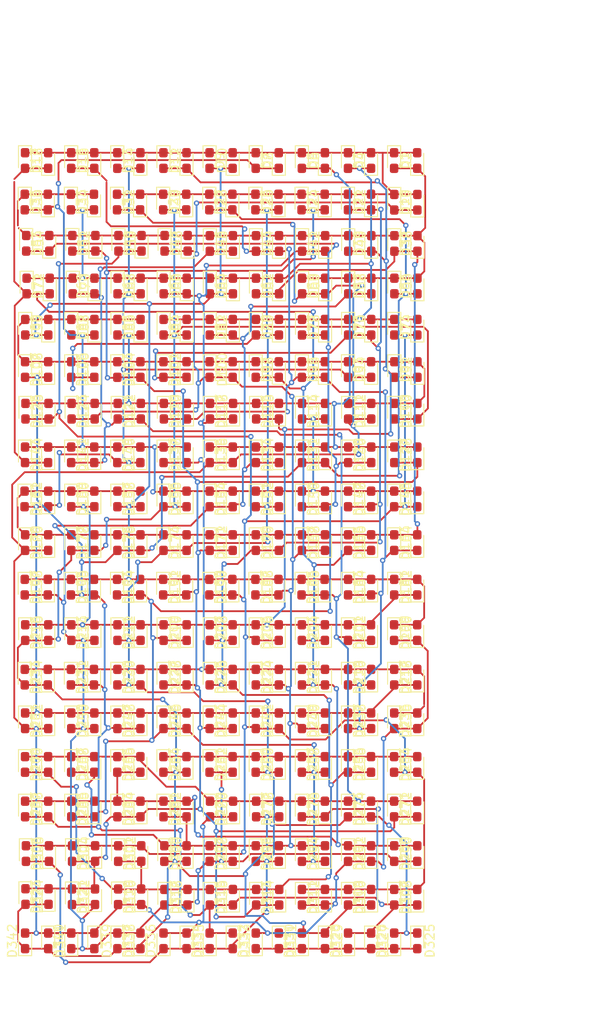
<source format=kicad_pcb>
(kicad_pcb (version 20241229) (generator "pcbnew") (generator_version "9.0")
  (layers (0 "F.Cu" signal) (2 "B.Cu" signal) (13 "F.Paste" user) (15 "B.Paste" user) (5 "F.SilkS" user "F.Silkscreen") (7 "B.SilkS" user "B.Silkscreen") (1 "F.Mask" user) (3 "B.Mask" user) (25 "Edge.Cuts" user))
  (net 0 "")
  (net 1 "A_0")
  (net 2 "B_0")
  (net 3 "A_1")
  (net 4 "B_1")
  (net 5 "A_2")
  (net 6 "B_2")
  (net 7 "C_0")
  (net 8 "C_1")
  (net 9 "C_2")
  (net 10 "B_3")
  (net 11 "A_3")
  (net 12 "C_3")
  (net 13 "B_4")
  (net 14 "A_4")
  (net 15 "C_4")
  (net 16 "A_5")
  (net 17 "B_5")
  (net 18 "C_5")
  (net 19 "A_6")
  (net 20 "B_6")
  (net 21 "C_6")
  (net 22 "B_7")
  (net 23 "A_7")
  (net 24 "C_7")
  (footprint "LED_SMD:LED_0603_1608Metric_Pad1.05x0.95mm_HandSolder" (layer "F.Cu") (at 171.420001 118.700671 90)
    (property "Reference" "D237")
    (property "Value" "LED")
  )
  (footprint "LED_SMD:LED_0603_1608Metric_Pad1.05x0.95mm_HandSolder" (layer "F.Cu") (at 176.609998 83.950672 90)
    (property "Reference" "D109")
    (property "Value" "LED")
  )
  (footprint "LED_SMD:LED_0603_1608Metric_Pad1.05x0.95mm_HandSolder" (layer "F.Cu") (at 163.641759 55.818671 -90)
    (property "Reference" "D6")
    (property "Value" "LED")
  )
  (footprint "LED_SMD:LED_0603_1608Metric_Pad1.05x0.95mm_HandSolder" (layer "F.Cu") (at 168.829999 93.800671 -90)
    (property "Reference" "D148")
    (property "Value" "LED")
  )
  (footprint "LED_SMD:LED_0603_1608Metric_Pad1.05x0.95mm_HandSolder" (layer "F.Cu") (at 174.010003 143.400673 90)
    (property "Reference" "D326")
    (property "Value" "LED")
  )
  (footprint "LED_SMD:LED_0603_1608Metric_Pad1.05x0.95mm_HandSolder" (layer "F.Cu") (at 174.029999 79.275673 -90)
    (property "Reference" "D92")
    (property "Value" "LED")
  )
  (footprint "LED_SMD:LED_0603_1608Metric_Pad1.05x0.95mm_HandSolder" (layer "F.Cu") (at 155.880002 118.700671 90)
    (property "Reference" "D243")
    (property "Value" "LED")
  )
  (footprint "LED_SMD:LED_0603_1608Metric_Pad1.05x0.95mm_HandSolder" (layer "F.Cu") (at 142.929999 113.800671 -90)
    (property "Reference" "D230")
    (property "Value" "LED")
  )
  (footprint "LED_SMD:LED_0603_1608Metric_Pad1.05x0.95mm_HandSolder" (layer "F.Cu") (at 132.564999 79.27567 -90)
    (property "Reference" "D108")
    (property "Value" "LED")
  )
  (footprint "LED_SMD:LED_0603_1608Metric_Pad1.05x0.95mm_HandSolder" (layer "F.Cu") (at 135.15 123.60067 90)
    (property "Reference" "D269")
    (property "Value" "LED")
  )
  (footprint "LED_SMD:LED_0603_1608Metric_Pad1.05x0.95mm_HandSolder" (layer "F.Cu") (at 153.281758 55.818671 -90)
    (property "Reference" "D10")
    (property "Value" "LED")
  )
  (footprint "LED_SMD:LED_0603_1608Metric_Pad1.05x0.95mm_HandSolder" (layer "F.Cu") (at 150.66 103.70067 90)
    (property "Reference" "D191")
    (property "Value" "LED")
  )
  (footprint "LED_SMD:LED_0603_1608Metric_Pad1.05x0.95mm_HandSolder" (layer "F.Cu") (at 140.329998 123.600669 90)
    (property "Reference" "D267")
    (property "Value" "LED")
  )
  (footprint "LED_SMD:LED_0603_1608Metric_Pad1.05x0.95mm_HandSolder" (layer "F.Cu") (at 158.47 133.600671 -90)
    (property "Reference" "D296")
    (property "Value" "LED")
  )
  (footprint "LED_SMD:LED_0603_1608Metric_Pad1.05x0.95mm_HandSolder" (layer "F.Cu") (at 140.34 98.70067 90)
    (property "Reference" "D177")
    (property "Value" "LED")
  )
  (footprint "LED_SMD:LED_0603_1608Metric_Pad1.05x0.95mm_HandSolder" (layer "F.Cu") (at 148.109999 98.70067 -90)
    (property "Reference" "D174")
    (property "Value" "LED")
  )
  (footprint "LED_SMD:LED_0603_1608Metric_Pad1.05x0.95mm_HandSolder" (layer "F.Cu") (at 161.080001 65.125675 90)
    (property "Reference" "D43")
    (property "Value" "LED")
  )
  (footprint "LED_SMD:LED_0603_1608Metric_Pad1.05x0.95mm_HandSolder" (layer "F.Cu") (at 140.300002 103.700671 90)
    (property "Reference" "D195")
    (property "Value" "LED")
  )
  (footprint "LED_SMD:LED_0603_1608Metric_Pad1.05x0.95mm_HandSolder" (layer "F.Cu") (at 176.6 118.700671 90)
    (property "Reference" "D235")
    (property "Value" "LED")
  )
  (footprint "LED_SMD:LED_0603_1608Metric_Pad1.05x0.95mm_HandSolder" (layer "F.Cu") (at 163.649999 93.800671 -90)
    (property "Reference" "D150")
    (property "Value" "LED")
  )
  (footprint "LED_SMD:LED_0603_1608Metric_Pad1.05x0.95mm_HandSolder" (layer "F.Cu") (at 155.87 123.600671 90)
    (property "Reference" "D261")
    (property "Value" "LED")
  )
  (footprint "LED_SMD:LED_0603_1608Metric_Pad1.05x0.95mm_HandSolder" (layer "F.Cu") (at 155.9 65.125675 90)
    (property "Reference" "D45")
    (property "Value" "LED")
  )
  (footprint "LED_SMD:LED_0603_1608Metric_Pad1.05x0.95mm_HandSolder" (layer "F.Cu") (at 176.6 143.400671 -90)
    (property "Reference" "D325")
    (property "Value" "LED")
  )
  (footprint "LED_SMD:LED_0603_1608Metric_Pad1.05x0.95mm_HandSolder" (layer "F.Cu") (at 155.874999 79.27567 90)
    (property "Reference" "D99")
    (property "Value" "LED")
  )
  (footprint "LED_SMD:LED_0603_1608Metric_Pad1.05x0.95mm_HandSolder" (layer "F.Cu") (at 155.879998 113.800671 90)
    (property "Reference" "D225")
    (property "Value" "LED")
  )
  (footprint "LED_SMD:LED_0603_1608Metric_Pad1.05x0.95mm_HandSolder" (layer "F.Cu") (at 142.889996 60.475671 -90)
    (property "Reference" "D32")
    (property "Value" "LED")
  )
  (footprint "LED_SMD:LED_0603_1608Metric_Pad1.05x0.95mm_HandSolder" (layer "F.Cu") (at 166.249997 88.850672 90)
    (property "Reference" "D131")
    (property "Value" "LED")
  )
  (footprint "LED_SMD:LED_0603_1608Metric_Pad1.05x0.95mm_HandSolder" (layer "F.Cu") (at 142.921756 55.818672 -90)
    (property "Reference" "D14")
    (property "Value" "LED")
  )
  (footprint "LED_SMD:LED_0603_1608Metric_Pad1.05x0.95mm_HandSolder" (layer "F.Cu") (at 137.741757 55.818672 -90)
    (property "Reference" "D16")
    (property "Value" "LED")
  )
  (footprint "LED_SMD:LED_0603_1608Metric_Pad1.05x0.95mm_HandSolder" (layer "F.Cu") (at 140.430001 133.600671 90)
    (property "Reference" "D303")
    (property "Value" "LED")
  )
  (footprint "LED_SMD:LED_0603_1608Metric_Pad1.05x0.95mm_HandSolder" (layer "F.Cu") (at 166.249999 74.525673 90)
    (property "Reference" "D77")
    (property "Value" "LED")
  )
  (footprint "LED_SMD:LED_0603_1608Metric_Pad1.05x0.95mm_HandSolder" (layer "F.Cu") (at 171.44 65.125674 90)
    (property "Reference" "D39")
    (property "Value" "LED")
  )
  (footprint "LED_SMD:LED_0603_1608Metric_Pad1.05x0.95mm_HandSolder" (layer "F.Cu") (at 135.154998 79.275669 90)
    (property "Reference" "D107")
    (property "Value" "LED")
  )
  (footprint "LED_SMD:LED_0603_1608Metric_Pad1.05x0.95mm_HandSolder" (layer "F.Cu") (at 135.329997 69.90067 90)
    (property "Reference" "D71")
    (property "Value" "LED")
  )
  (footprint "LED_SMD:LED_0603_1608Metric_Pad1.05x0.95mm_HandSolder" (layer "F.Cu") (at 137.739995 88.850671 -90)
    (property "Reference" "D142")
    (property "Value" "LED")
  )
  (footprint "LED_SMD:LED_0603_1608Metric_Pad1.05x0.95mm_HandSolder" (layer "F.Cu") (at 135.149998 88.850673 90)
    (property "Reference" "D143")
    (property "Value" "LED")
  )
  (footprint "LED_SMD:LED_0603_1608Metric_Pad1.05x0.95mm_HandSolder" (layer "F.Cu") (at 145.519999 93.800671 90)
    (property "Reference" "D157")
    (property "Value" "LED")
  )
  (footprint "LED_SMD:LED_0603_1608Metric_Pad1.05x0.95mm_HandSolder" (layer "F.Cu") (at 176.590002 128.600671 90)
    (property "Reference" "D271")
    (property "Value" "LED")
  )
  (footprint "LED_SMD:LED_0603_1608Metric_Pad1.05x0.95mm_HandSolder" (layer "F.Cu") (at 148.069995 60.475671 -90)
    (property "Reference" "D30")
    (property "Value" "LED")
  )
  (footprint "LED_SMD:LED_0603_1608Metric_Pad1.05x0.95mm_HandSolder" (layer "F.Cu") (at 166.239999 98.70067 90)
    (property "Reference" "D167")
    (property "Value" "LED")
  )
  (footprint "LED_SMD:LED_0603_1608Metric_Pad1.05x0.95mm_HandSolder" (layer "F.Cu") (at 143.009998 138.450673 -90)
    (property "Reference" "D320")
    (property "Value" "LED")
  )
  (footprint "LED_SMD:LED_0603_1608Metric_Pad1.05x0.95mm_HandSolder" (layer "F.Cu") (at 166.231756 55.818672 90)
    (property "Reference" "D5")
    (property "Value" "LED")
  )
  (footprint "LED_SMD:LED_0603_1608Metric_Pad1.05x0.95mm_HandSolder" (layer "F.Cu") (at 161.05 123.600671 90)
    (property "Reference" "D259")
    (property "Value" "LED")
  )
  (footprint "LED_SMD:LED_0603_1608Metric_Pad1.05x0.95mm_HandSolder" (layer "F.Cu") (at 137.749998 98.70067 -90)
    (property "Reference" "D178")
    (property "Value" "LED")
  )
  (footprint "LED_SMD:LED_0603_1608Metric_Pad1.05x0.95mm_HandSolder" (layer "F.Cu") (at 171.414999 79.275671 90)
    (property "Reference" "D93")
    (property "Value" "LED")
  )
  (footprint "LED_SMD:LED_0603_1608Metric_Pad1.05x0.95mm_HandSolder" (layer "F.Cu") (at 171.429997 88.850672 90)
    (property "Reference" "D129")
    (property "Value" "LED")
  )
  (footprint "LED_SMD:LED_0603_1608Metric_Pad1.05x0.95mm_HandSolder" (layer "F.Cu") (at 168.819999 123.600671 -90)
    (property "Reference" "D256")
    (property "Value" "LED")
  )
  (footprint "LED_SMD:LED_0603_1608Metric_Pad1.05x0.95mm_HandSolder" (layer "F.Cu") (at 137.74 123.600671 -90)
    (property "Reference" "D268")
    (property "Value" "LED")
  )
  (footprint "LED_SMD:LED_0603_1608Metric_Pad1.05x0.95mm_HandSolder" (layer "F.Cu") (at 143.049996 65.108671 -90)
    (property "Reference" "D50")
    (property "Value" "LED")
  )
  (footprint "LED_SMD:LED_0603_1608Metric_Pad1.05x0.95mm_HandSolder" (layer "F.Cu") (at 161.1 128.600671 90)
    (property "Reference" "D277")
    (property "Value" "LED")
  )
  (footprint "LED_SMD:LED_0603_1608Metric_Pad1.05x0.95mm_HandSolder" (layer "F.Cu") (at 161.060002 133.600671 90)
    (property "Reference" "D295")
    (property "Value" "LED")
  )
  (footprint "LED_SMD:LED_0603_1608Metric_Pad1.05x0.95mm_HandSolder" (layer "F.Cu") (at 166.2 103.700671 90)
    (property "Reference" "D185")
    (property "Value" "LED")
  )
  (footprint "LED_SMD:LED_0603_1608Metric_Pad1.05x0.95mm_HandSolder" (layer "F.Cu") (at 153.3 108.800671 -90)
    (property "Reference" "D208")
    (property "Value" "LED")
  )
  (footprint "LED_SMD:LED_0603_1608Metric_Pad1.05x0.95mm_HandSolder" (layer "F.Cu") (at 163.650001 138.500671 -90)
    (property "Reference" "D312")
    (property "Value" "LED")
  )
  (footprint "LED_SMD:LED_0603_1608Metric_Pad1.05x0.95mm_HandSolder" (layer "F.Cu") (at 142.919997 88.850673 -90)
    (property "Reference" "D140")
    (property "Value" "LED")
  )
  (footprint "LED_SMD:LED_0603_1608Metric_Pad1.05x0.95mm_HandSolder" (layer "F.Cu") (at 158.47 98.70067 -90)
    (property "Reference" "D170")
    (property "Value" "LED")
  )
  (footprint "LED_SMD:LED_0603_1608Metric_Pad1.05x0.95mm_HandSolder" (layer "F.Cu") (at 153.28 123.600671 -90)
    (property "Reference" "D262")
    (property "Value" "LED")
  )
  (footprint "LED_SMD:LED_0603_1608Metric_Pad1.05x0.95mm_HandSolder" (layer "F.Cu") (at 153.25 103.700672 -90)
    (property "Reference" "D190")
    (property "Value" "LED")
  )
  (footprint "LED_SMD:LED_0603_1608Metric_Pad1.05x0.95mm_HandSolder" (layer "F.Cu") (at 163.65 113.800672 -90)
    (property "Reference" "D222")
    (property "Value" "LED")
  )
  (footprint "LED_SMD:LED_0603_1608Metric_Pad1.05x0.95mm_HandSolder" (layer "F.Cu") (at 153.29 143.400671 90)
    (property "Reference" "D334")
    (property "Value" "LED")
  )
  (footprint "LED_SMD:LED_0603_1608Metric_Pad1.05x0.95mm_HandSolder" (layer "F.Cu") (at 135.151757 55.818672 90)
    (property "Reference" "D17")
    (property "Value" "LED")
  )
  (footprint "LED_SMD:LED_0603_1608Metric_Pad1.05x0.95mm_HandSolder" (layer "F.Cu") (at 140.335 79.275671 90)
    (property "Reference" "D105")
    (property "Value" "LED")
  )
  (footprint "LED_SMD:LED_0603_1608Metric_Pad1.05x0.95mm_HandSolder" (layer "F.Cu") (at 140.459997 65.108671 90)
    (property "Reference" "D51")
    (property "Value" "LED")
  )
  (footprint "LED_SMD:LED_0603_1608Metric_Pad1.05x0.95mm_HandSolder" (layer "F.Cu") (at 153.29 133.600671 -90)
    (property "Reference" "D298")
    (property "Value" "LED")
  )
  (footprint "LED_SMD:LED_0603_1608Metric_Pad1.05x0.95mm_HandSolder" (layer "F.Cu") (at 150.709998 74.525673 90)
    (property "Reference" "D83")
    (property "Value" "LED")
  )
  (footprint "LED_SMD:LED_0603_1608Metric_Pad1.05x0.95mm_HandSolder" (layer "F.Cu") (at 155.869999 108.800669 90)
    (property "Reference" "D207")
    (property "Value" "LED")
  )
  (footprint "LED_SMD:LED_0603_1608Metric_Pad1.05x0.95mm_HandSolder" (layer "F.Cu") (at 137.709996 60.475672 -90)
    (property "Reference" "D34")
    (property "Value" "LED")
  )
  (footprint "LED_SMD:LED_0603_1608Metric_Pad1.05x0.95mm_HandSolder" (layer "F.Cu") (at 174 123.600671 -90)
    (property "Reference" "D254")
    (property "Value" "LED")
  )
  (footprint "LED_SMD:LED_0603_1608Metric_Pad1.05x0.95mm_HandSolder" (layer "F.Cu") (at 163.650002 118.70067 -90)
    (property "Reference" "D240")
    (property "Value" "LED")
  )
  (footprint "LED_SMD:LED_0603_1608Metric_Pad1.05x0.95mm_HandSolder" (layer "F.Cu") (at 155.880003 143.400673 -90)
    (property "Reference" "D333")
    (property "Value" "LED")
  )
  (footprint "LED_SMD:LED_0603_1608Metric_Pad1.05x0.95mm_HandSolder" (layer "F.Cu") (at 166.239999 138.500671 90)
    (property "Reference" "D311")
    (property "Value" "LED")
  )
  (footprint "LED_SMD:LED_0603_1608Metric_Pad1.05x0.95mm_HandSolder" (layer "F.Cu") (at 176.609998 88.850672 90)
    (property "Reference" "D127")
    (property "Value" "LED")
  )
  (footprint "LED_SMD:LED_0603_1608Metric_Pad1.05x0.95mm_HandSolder" (layer "F.Cu") (at 153.284999 79.275671 -90)
    (property "Reference" "D100")
    (property "Value" "LED")
  )
  (footprint "LED_SMD:LED_0603_1608Metric_Pad1.05x0.95mm_HandSolder" (layer "F.Cu") (at 158.48 74.525673 -90)
    (property "Reference" "D80")
    (property "Value" "LED")
  )
  (footprint "LED_SMD:LED_0603_1608Metric_Pad1.05x0.95mm_HandSolder" (layer "F.Cu") (at 163.650002 143.400673 90)
    (property "Reference" "D330")
    (property "Value" "LED")
  )
  (footprint "LED_SMD:LED_0603_1608Metric_Pad1.05x0.95mm_HandSolder" (layer "F.Cu") (at 132.53 103.70067 -90)
    (property "Reference" "D198")
    (property "Value" "LED")
  )
  (footprint "LED_SMD:LED_0603_1608Metric_Pad1.05x0.95mm_HandSolder" (layer "F.Cu") (at 132.569998 98.70067 -90)
    (property "Reference" "D180")
    (property "Value" "LED")
  )
  (footprint "LED_SMD:LED_0603_1608Metric_Pad1.05x0.95mm_HandSolder" (layer "F.Cu") (at 163.609999 103.70067 -90)
    (property "Reference" "D186")
    (property "Value" "LED")
  )
  (footprint "LED_SMD:LED_0603_1608Metric_Pad1.05x0.95mm_HandSolder" (layer "F.Cu") (at 166.249996 83.95067 90)
    (property "Reference" "D113")
    (property "Value" "LED")
  )
  (footprint "LED_SMD:LED_0603_1608Metric_Pad1.05x0.95mm_HandSolder" (layer "F.Cu") (at 150.699998 93.800671 90)
    (property "Reference" "D155")
    (property "Value" "LED")
  )
  (footprint "LED_SMD:LED_0603_1608Metric_Pad1.05x0.95mm_HandSolder" (layer "F.Cu") (at 171.409999 108.80067 90)
    (property "Reference" "D201")
    (property "Value" "LED")
  )
  (footprint "LED_SMD:LED_0603_1608Metric_Pad1.05x0.95mm_HandSolder" (layer "F.Cu") (at 176.59 108.800671 90)
    (property "Reference" "D199")
    (property "Value" "LED")
  )
  (footprint "LED_SMD:LED_0603_1608Metric_Pad1.05x0.95mm_HandSolder" (layer "F.Cu") (at 168.839997 88.850672 -90)
    (property "Reference" "D130")
    (property "Value" "LED")
  )
  (footprint "LED_SMD:LED_0603_1608Metric_Pad1.05x0.95mm_HandSolder" (layer "F.Cu") (at 132.689998 65.108671 -90)
    (property "Reference" "D54")
    (property "Value" "LED")
  )
  (footprint "LED_SMD:LED_0603_1608Metric_Pad1.05x0.95mm_HandSolder" (layer "F.Cu") (at 135.16 98.70067 90)
    (property "Reference" "D179")
    (property "Value" "LED")
  )
  (footprint "LED_SMD:LED_0603_1608Metric_Pad1.05x0.95mm_HandSolder" (layer "F.Cu") (at 142.969997 83.950672 -90)
    (property "Reference" "D122")
    (property "Value" "LED")
  )
  (footprint "LED_SMD:LED_0603_1608Metric_Pad1.05x0.95mm_HandSolder" (layer "F.Cu") (at 140.349998 108.800671 90)
    (property "Reference" "D213")
    (property "Value" "LED")
  )
  (footprint "LED_SMD:LED_0603_1608Metric_Pad1.05x0.95mm_HandSolder" (layer "F.Cu") (at 142.890002 103.700672 -90)
    (property "Reference" "D194")
    (property "Value" "LED")
  )
  (footprint "LED_SMD:LED_0603_1608Metric_Pad1.05x0.95mm_HandSolder" (layer "F.Cu") (at 150.700001 118.700671 90)
    (property "Reference" "D245")
    (property "Value" "LED")
  )
  (footprint "LED_SMD:LED_0603_1608Metric_Pad1.05x0.95mm_HandSolder" (layer "F.Cu") (at 168.839999 74.525673 -90)
    (property "Reference" "D76")
    (property "Value" "LED")
  )
  (footprint "LED_SMD:LED_0603_1608Metric_Pad1.05x0.95mm_HandSolder" (layer "F.Cu") (at 145.6 138.450673 90)
    (property "Reference" "D319")
    (property "Value" "LED")
  )
  (footprint "LED_SMD:LED_0603_1608Metric_Pad1.05x0.95mm_HandSolder" (layer "F.Cu") (at 176.6 98.70067 90)
    (property "Reference" "D163")
    (property "Value" "LED")
  )
  (footprint "LED_SMD:LED_0603_1608Metric_Pad1.05x0.95mm_HandSolder" (layer "F.Cu") (at 150.699998 98.70067 90)
    (property "Reference" "D173")
    (property "Value" "LED")
  )
  (footprint "LED_SMD:LED_0603_1608Metric_Pad1.05x0.95mm_HandSolder" (layer "F.Cu") (at 150.719999 69.900672 90)
    (property "Reference" "D65")
    (property "Value" "LED")
  )
  (footprint "LED_SMD:LED_0603_1608Metric_Pad1.05x0.95mm_HandSolder" (layer "F.Cu") (at 176.61 74.525673 90)
    (property "Reference" "D73")
    (property "Value" "LED")
  )
  (footprint "LED_SMD:LED_0603_1608Metric_Pad1.05x0.95mm_HandSolder" (layer "F.Cu") (at 150.739996 83.950672 90)
    (property "Reference" "D119")
    (property "Value" "LED")
  )
  (footprint "LED_SMD:LED_0603_1608Metric_Pad1.05x0.95mm_HandSolder" (layer "F.Cu") (at 153.29 118.700671 -90)
    (property "Reference" "D244")
    (property "Value" "LED")
  )
  (footprint "LED_SMD:LED_0603_1608Metric_Pad1.05x0.95mm_HandSolder" (layer "F.Cu") (at 145.520002 143.400673 90)
    (property "Reference" "D337")
    (property "Value" "LED")
  )
  (footprint "LED_SMD:LED_0603_1608Metric_Pad1.05x0.95mm_HandSolder" (layer "F.Cu") (at 135.119999 113.800671 90)
    (property "Reference" "D233")
    (property "Value" "LED")
  )
  (footprint "LED_SMD:LED_0603_1608Metric_Pad1.05x0.95mm_HandSolder" (layer "F.Cu") (at 132.66 133.600671 -90)
    (property "Reference" "D306")
    (property "Value" "LED")
  )
  (footprint "LED_SMD:LED_0603_1608Metric_Pad1.05x0.95mm_HandSolder" (layer "F.Cu") (at 135.12 103.700672 90)
    (property "Reference" "D197")
    (property "Value" "LED")
  )
  (footprint "LED_SMD:LED_0603_1608Metric_Pad1.05x0.95mm_HandSolder" (layer "F.Cu") (at 168.830001 143.400671 90)
    (property "Reference" "D328")
    (property "Value" "LED")
  )
  (footprint "LED_SMD:LED_0603_1608Metric_Pad1.05x0.95mm_HandSolder" (layer "F.Cu") (at 145.609999 133.60067 90)
    (property "Reference" "D301")
    (property "Value" "LED")
  )
  (footprint "LED_SMD:LED_0603_1608Metric_Pad1.05x0.95mm_HandSolder" (layer "F.Cu") (at 150.699998 113.800671 90)
    (property "Reference" "D227")
    (property "Value" "LED")
  )
  (footprint "LED_SMD:LED_0603_1608Metric_Pad1.05x0.95mm_HandSolder" (layer "F.Cu") (at 135.249999 133.600669 90)
    (property "Reference" "D305")
    (property "Value" "LED")
  )
  (footprint "LED_SMD:LED_0603_1608Metric_Pad1.05x0.95mm_HandSolder" (layer "F.Cu") (at 155.89 74.525671 90)
    (property "Reference" "D81")
    (property "Value" "LED")
  )
  (footprint "LED_SMD:LED_0603_1608Metric_Pad1.05x0.95mm_HandSolder" (layer "F.Cu") (at 132.570001 118.700671 -90)
    (property "Reference" "D252")
    (property "Value" "LED")
  )
  (footprint "LED_SMD:LED_0603_1608Metric_Pad1.05x0.95mm_HandSolder" (layer "F.Cu") (at 137.76 74.525672 -90)
    (property "Reference" "D88")
    (property "Value" "LED")
  )
  (footprint "LED_SMD:LED_0603_1608Metric_Pad1.05x0.95mm_HandSolder" (layer "F.Cu") (at 166.260001 65.125675 90)
    (property "Reference" "D41")
    (property "Value" "LED")
  )
  (footprint "LED_SMD:LED_0603_1608Metric_Pad1.05x0.95mm_HandSolder" (layer "F.Cu") (at 132.56 123.600671 -90)
    (property "Reference" "D270")
    (property "Value" "LED")
  )
  (footprint "LED_SMD:LED_0603_1608Metric_Pad1.05x0.95mm_HandSolder" (layer "F.Cu") (at 135.16 143.400671 -90)
    (property "Reference" "D341")
    (property "Value" "LED")
  )
  (footprint "LED_SMD:LED_0603_1608Metric_Pad1.05x0.95mm_HandSolder" (layer "F.Cu") (at 174.001756 55.818671 -90)
    (property "Reference" "D2")
    (property "Value" "LED")
  )
  (footprint "LED_SMD:LED_0603_1608Metric_Pad1.05x0.95mm_HandSolder" (layer "F.Cu") (at 140.331757 55.818672 90)
    (property "Reference" "D15")
    (property "Value" "LED")
  )
  (footprint "LED_SMD:LED_0603_1608Metric_Pad1.05x0.95mm_HandSolder" (layer "F.Cu") (at 176.6 103.70067 90)
    (property "Reference" "D181")
    (property "Value" "LED")
  )
  (footprint "LED_SMD:LED_0603_1608Metric_Pad1.05x0.95mm_HandSolder" (layer "F.Cu") (at 148.129997 69.900672 -90)
    (property "Reference" "D66")
    (property "Value" "LED")
  )
  (footprint "LED_SMD:LED_0603_1608Metric_Pad1.05x0.95mm_HandSolder" (layer "F.Cu") (at 155.879998 98.70067 90)
    (property "Reference" "D171")
    (property "Value" "LED")
  )
  (footprint "LED_SMD:LED_0603_1608Metric_Pad1.05x0.95mm_HandSolder" (layer "F.Cu") (at 158.470003 143.400672 90)
    (property "Reference" "D332")
    (property "Value" "LED")
  )
  (footprint "LED_SMD:LED_0603_1608Metric_Pad1.05x0.95mm_HandSolder" (layer "F.Cu") (at 158.47 118.700671 -90)
    (property "Reference" "D242")
    (property "Value" "LED")
  )
  (footprint "LED_SMD:LED_0603_1608Metric_Pad1.05x0.95mm_HandSolder" (layer "F.Cu") (at 163.645 79.275671 -90)
    (property "Reference" "D96")
    (property "Value" "LED")
  )
  (footprint "LED_SMD:LED_0603_1608Metric_Pad1.05x0.95mm_HandSolder" (layer "F.Cu") (at 166.240002 143.400672 -90)
    (property "Reference" "D329")
    (property "Value" "LED")
  )
  (footprint "LED_SMD:LED_0603_1608Metric_Pad1.05x0.95mm_HandSolder" (layer "F.Cu") (at 176.6 133.600671 90)
    (property "Reference" "D289")
    (property "Value" "LED")
  )
  (footprint "LED_SMD:LED_0603_1608Metric_Pad1.05x0.95mm_HandSolder" (layer "F.Cu") (at 142.924997 79.275669 -90)
    (property "Reference" "D104")
    (property "Value" "LED")
  )
  (footprint "LED_SMD:LED_0603_1608Metric_Pad1.05x0.95mm_HandSolder" (layer "F.Cu") (at 161.1 138.500671 90)
    (property "Reference" "D313")
    (property "Value" "LED")
  )
  (footprint "LED_SMD:LED_0603_1608Metric_Pad1.05x0.95mm_HandSolder" (layer "F.Cu") (at 145.509998 123.600669 90)
    (property "Reference" "D265")
    (property "Value" "LED")
  )
  (footprint "LED_SMD:LED_0603_1608Metric_Pad1.05x0.95mm_HandSolder" (layer "F.Cu") (at 158.469998 93.800671 -90)
    (property "Reference" "D152")
    (property "Value" "LED")
  )
  (footprint "LED_SMD:LED_0603_1608Metric_Pad1.05x0.95mm_HandSolder" (layer "F.Cu") (at 137.789997 83.950672 -90)
    (property "Reference" "D124")
    (property "Value" "LED")
  )
  (footprint "LED_SMD:LED_0603_1608Metric_Pad1.05x0.95mm_HandSolder" (layer "F.Cu") (at 135.159999 128.600671 90)
    (property "Reference" "D287")
    (property "Value" "LED")
  )
  (footprint "LED_SMD:LED_0603_1608Metric_Pad1.05x0.95mm_HandSolder" (layer "F.Cu") (at 176.591757 55.818672 90)
    (property "Reference" "D1")
    (property "Value" "LED")
  )
  (footprint "LED_SMD:LED_0603_1608Metric_Pad1.05x0.95mm_HandSolder" (layer "F.Cu") (at 148.110001 118.700671 -90)
    (property "Reference" "D246")
    (property "Value" "LED")
  )
  (footprint "LED_SMD:LED_0603_1608Metric_Pad1.05x0.95mm_HandSolder" (layer "F.Cu") (at 161.050001 108.800671 90)
    (property "Reference" "D205")
    (property "Value" "LED")
  )
  (footprint "LED_SMD:LED_0603_1608Metric_Pad1.05x0.95mm_HandSolder" (layer "F.Cu") (at 158.489998 65.125673 -90)
    (property "Reference" "D44")
    (property "Value" "LED")
  )
  (footprint "LED_SMD:LED_0603_1608Metric_Pad1.05x0.95mm_HandSolder" (layer "F.Cu") (at 140.3 113.800671 90)
    (property "Reference" "D231")
    (property "Value" "LED")
  )
  (footprint "LED_SMD:LED_0603_1608Metric_Pad1.05x0.95mm_HandSolder" (layer "F.Cu") (at 155.899999 69.900672 90)
    (property "Reference" "D63")
    (property "Value" "LED")
  )
  (footprint "LED_SMD:LED_0603_1608Metric_Pad1.05x0.95mm_HandSolder" (layer "F.Cu") (at 163.669998 69.900672 -90)
    (property "Reference" "D60")
    (property "Value" "LED")
  )
  (footprint "LED_SMD:LED_0603_1608Metric_Pad1.05x0.95mm_HandSolder" (layer "F.Cu") (at 148.11 143.400671 90)
    (property "Reference" "D336")
    (property "Value" "LED")
  )
  (footprint "LED_SMD:LED_0603_1608Metric_Pad1.05x0.95mm_HandSolder" (layer "F.Cu") (at 140.340002 143.400673 -90)
    (property "Reference" "D339")
    (property "Value" "LED")
  )
  (footprint "LED_SMD:LED_0603_1608Metric_Pad1.05x0.95mm_HandSolder" (layer "F.Cu") (at 168.820001 108.80067 -90)
    (property "Reference" "D202")
    (property "Value" "LED")
  )
  (footprint "LED_SMD:LED_0603_1608Metric_Pad1.05x0.95mm_HandSolder" (layer "F.Cu") (at 168.819998 60.475671 -90)
    (property "Reference" "D22")
    (property "Value" "LED")
  )
  (footprint "LED_SMD:LED_0603_1608Metric_Pad1.05x0.95mm_HandSolder" (layer "F.Cu") (at 137.744997 79.275669 -90)
    (property "Reference" "D106")
    (property "Value" "LED")
  )
  (footprint "LED_SMD:LED_0603_1608Metric_Pad1.05x0.95mm_HandSolder" (layer "F.Cu") (at 166.230001 128.600671 90)
    (property "Reference" "D275")
    (property "Value" "LED")
  )
  (footprint "LED_SMD:LED_0603_1608Metric_Pad1.05x0.95mm_HandSolder" (layer "F.Cu") (at 171.409995 60.475672 90)
    (property "Reference" "D21")
    (property "Value" "LED")
  )
  (footprint "LED_SMD:LED_0603_1608Metric_Pad1.05x0.95mm_HandSolder" (layer "F.Cu") (at 163.65 133.600671 -90)
    (property "Reference" "D294")
    (property "Value" "LED")
  )
  (footprint "LED_SMD:LED_0603_1608Metric_Pad1.05x0.95mm_HandSolder" (layer "F.Cu") (at 171.42 98.700669 90)
    (property "Reference" "D165")
    (property "Value" "LED")
  )
  (footprint "LED_SMD:LED_0603_1608Metric_Pad1.05x0.95mm_HandSolder" (layer "F.Cu") (at 137.869996 65.108671 -90)
    (property "Reference" "D52")
    (property "Value" "LED")
  )
  (footprint "LED_SMD:LED_0603_1608Metric_Pad1.05x0.95mm_HandSolder" (layer "F.Cu") (at 145.479995 60.475672 90)
    (property "Reference" "D31")
    (property "Value" "LED")
  )
  (footprint "LED_SMD:LED_0603_1608Metric_Pad1.05x0.95mm_HandSolder" (layer "F.Cu") (at 145.509998 88.850672 90)
    (property "Reference" "D139")
    (property "Value" "LED")
  )
  (footprint "LED_SMD:LED_0603_1608Metric_Pad1.05x0.95mm_HandSolder" (layer "F.Cu") (at 174.019998 83.95067 -90)
    (property "Reference" "D110")
    (property "Value" "LED")
  )
  (footprint "LED_SMD:LED_0603_1608Metric_Pad1.05x0.95mm_HandSolder" (layer "F.Cu") (at 150.819998 65.108671 90)
    (property "Reference" "D47")
    (property "Value" "LED")
  )
  (footprint "LED_SMD:LED_0603_1608Metric_Pad1.05x0.95mm_HandSolder" (layer "F.Cu") (at 142.939999 74.525673 -90)
    (property "Reference" "D86")
    (property "Value" "LED")
  )
  (footprint "LED_SMD:LED_0603_1608Metric_Pad1.05x0.95mm_HandSolder" (layer "F.Cu") (at 174.010001 118.700671 -90)
    (property "Reference" "D236")
    (property "Value" "LED")
  )
  (footprint "LED_SMD:LED_0603_1608Metric_Pad1.05x0.95mm_HandSolder" (layer "F.Cu") (at 166.239997 93.800671 90)
    (property "Reference" "D149")
    (property "Value" "LED")
  )
  (footprint "LED_SMD:LED_0603_1608Metric_Pad1.05x0.95mm_HandSolder" (layer "F.Cu") (at 168.830001 118.700671 -90)
    (property "Reference" "D238")
    (property "Value" "LED")
  )
  (footprint "LED_SMD:LED_0603_1608Metric_Pad1.05x0.95mm_HandSolder" (layer "F.Cu") (at 150.7 128.600671 90)
    (property "Reference" "D281")
    (property "Value" "LED")
  )
  (footprint "LED_SMD:LED_0603_1608Metric_Pad1.05x0.95mm_HandSolder" (layer "F.Cu") (at 166.259997 69.900672 90)
    (property "Reference" "D59")
    (property "Value" "LED")
  )
  (footprint "LED_SMD:LED_0603_1608Metric_Pad1.05x0.95mm_HandSolder" (layer "F.Cu") (at 153.299998 88.850672 -90)
    (property "Reference" "D136")
    (property "Value" "LED")
  )
  (footprint "LED_SMD:LED_0603_1608Metric_Pad1.05x0.95mm_HandSolder" (layer "F.Cu") (at 158.464998 79.275669 -90)
    (property "Reference" "D98")
    (property "Value" "LED")
  )
  (footprint "LED_SMD:LED_0603_1608Metric_Pad1.05x0.95mm_HandSolder" (layer "F.Cu") (at 135.199998 83.950672 90)
    (property "Reference" "D125")
    (property "Value" "LED")
  )
  (footprint "LED_SMD:LED_0603_1608Metric_Pad1.05x0.95mm_HandSolder" (layer "F.Cu") (at 158.479998 88.850672 -90)
    (property "Reference" "D134")
    (property "Value" "LED")
  )
  (footprint "LED_SMD:LED_0603_1608Metric_Pad1.05x0.95mm_HandSolder" (layer "F.Cu") (at 132.579998 74.525673 -90)
    (property "Reference" "D90")
    (property "Value" "LED")
  )
  (footprint "LED_SMD:LED_0603_1608Metric_Pad1.05x0.95mm_HandSolder" (layer "F.Cu") (at 161.059999 98.70067 90)
    (property "Reference" "D169")
    (property "Value" "LED")
  )
  (footprint "LED_SMD:LED_0603_1608Metric_Pad1.05x0.95mm_HandSolder" (layer "F.Cu") (at 150.71 108.800673 90)
    (property "Reference" "D209")
    (property "Value" "LED")
  )
  (footprint "LED_SMD:LED_0603_1608Metric_Pad1.05x0.95mm_HandSolder" (layer "F.Cu") (at 142.929996 93.800669 -90)
    (property "Reference" "D158")
    (property "Value" "LED")
  )
  (footprint "LED_SMD:LED_0603_1608Metric_Pad1.05x0.95mm_HandSolder" (layer "F.Cu") (at 155.889996 88.850672 90)
    (property "Reference" "D135")
    (property "Value" "LED")
  )
  (footprint "LED_SMD:LED_0603_1608Metric_Pad1.05x0.95mm_HandSolder" (layer "F.Cu") (at 168.821758 55.818672 -90)
    (property "Reference" "D4")
    (property "Value" "LED")
  )
  (footprint "LED_SMD:LED_0603_1608Metric_Pad1.05x0.95mm_HandSolder" (layer "F.Cu") (at 132.58 108.800673 -90)
    (property "Reference" "D216")
    (property "Value" "LED")
  )
  (footprint "LED_SMD:LED_0603_1608Metric_Pad1.05x0.95mm_HandSolder" (layer "F.Cu") (at 174.03 65.125675 -90)
    (property "Reference" "D38")
    (property "Value" "LED")
  )
  (footprint "LED_SMD:LED_0603_1608Metric_Pad1.05x0.95mm_HandSolder" (layer "F.Cu") (at 143.020001 133.60067 -90)
    (property "Reference" "D302")
    (property "Value" "LED")
  )
  (footprint "LED_SMD:LED_0603_1608Metric_Pad1.05x0.95mm_HandSolder" (layer "F.Cu") (at 166.209995 60.475672 90)
    (property "Reference" "D23")
    (property "Value" "LED")
  )
  (footprint "LED_SMD:LED_0603_1608Metric_Pad1.05x0.95mm_HandSolder" (layer "F.Cu") (at 153.29 98.70067 -90)
    (property "Reference" "D172")
    (property "Value" "LED")
  )
  (footprint "LED_SMD:LED_0603_1608Metric_Pad1.05x0.95mm_HandSolder" (layer "F.Cu") (at 158.461757 55.818672 -90)
    (property "Reference" "D8")
    (property "Value" "LED")
  )
  (footprint "LED_SMD:LED_0603_1608Metric_Pad1.05x0.95mm_HandSolder" (layer "F.Cu") (at 140.359998 69.900672 90)
    (property "Reference" "D69")
    (property "Value" "LED")
  )
  (footprint "LED_SMD:LED_0603_1608Metric_Pad1.05x0.95mm_HandSolder" (layer "F.Cu") (at 155.879998 93.80067 90)
    (property "Reference" "D153")
    (property "Value" "LED")
  )
  (footprint "LED_SMD:LED_0603_1608Metric_Pad1.05x0.95mm_HandSolder" (layer "F.Cu") (at 150.690001 123.60067 90)
    (property "Reference" "D263")
    (property "Value" "LED")
  )
  (footprint "LED_SMD:LED_0603_1608Metric_Pad1.05x0.95mm_HandSolder" (layer "F.Cu") (at 171.419998 93.800671 90)
    (property "Reference" "D147")
    (property "Value" "LED")
  )
  (footprint "LED_SMD:LED_0603_1608Metric_Pad1.05x0.95mm_HandSolder" (layer "F.Cu") (at 153.290001 113.800673 -90)
    (property "Reference" "D226")
    (property "Value" "LED")
  )
  (footprint "LED_SMD:LED_0603_1608Metric_Pad1.05x0.95mm_HandSolder" (layer "F.Cu") (at 166.239999 113.800671 90)
    (property "Reference" "D221")
    (property "Value" "LED")
  )
  (footprint "LED_SMD:LED_0603_1608Metric_Pad1.05x0.95mm_HandSolder" (layer "F.Cu") (at 132.570003 143.400673 90)
    (property "Reference" "D342")
    (property "Value" "LED")
  )
  (footprint "LED_SMD:LED_0603_1608Metric_Pad1.05x0.95mm_HandSolder" (layer "F.Cu") (at 150.700003 143.400673 -90)
    (property "Reference" "D335")
    (property "Value" "LED")
  )
  (footprint "LED_SMD:LED_0603_1608Metric_Pad1.05x0.95mm_HandSolder" (layer "F.Cu") (at 168.829998 113.800671 -90)
    (property "Reference" "D220")
    (property "Value" "LED")
  )
  (footprint "LED_SMD:LED_0603_1608Metric_Pad1.05x0.95mm_HandSolder" (layer "F.Cu") (at 171.411756 55.818672 90)
    (property "Reference" "D3")
    (property "Value" "LED")
  )
  (footprint "LED_SMD:LED_0603_1608Metric_Pad1.05x0.95mm_HandSolder" (layer "F.Cu") (at 168.83 103.700671 -90)
    (property "Reference" "D184")
    (property "Value" "LED")
  )
  (footprint "LED_SMD:LED_0603_1608Metric_Pad1.05x0.95mm_HandSolder" (layer "F.Cu") (at 171.410002 128.600671 90)
    (property "Reference" "D273")
    (property "Value" "LED")
  )
  (footprint "LED_SMD:LED_0603_1608Metric_Pad1.05x0.95mm_HandSolder" (layer "F.Cu") (at 171.41 123.600671 90)
    (property "Reference" "D255")
    (property "Value" "LED")
  )
  (footprint "LED_SMD:LED_0603_1608Metric_Pad1.05x0.95mm_HandSolder" (layer "F.Cu") (at 140.299996 60.475671 90)
    (property "Reference" "D33")
    (property "Value" "LED")
  )
  (footprint "LED_SMD:LED_0603_1608Metric_Pad1.05x0.95mm_HandSolder" (layer "F.Cu") (at 166.234997 79.275669 90)
    (property "Reference" "D95")
    (property "Value" "LED")
  )
  (footprint "LED_SMD:LED_0603_1608Metric_Pad1.05x0.95mm_HandSolder" (layer "F.Cu") (at 168.819999 128.600669 -90)
    (property "Reference" "D274")
    (property "Value" "LED")
  )
  (footprint "LED_SMD:LED_0603_1608Metric_Pad1.05x0.95mm_HandSolder" (layer "F.Cu") (at 176.619998 69.900671 90)
    (property "Reference" "D55")
    (property "Value" "LED")
  )
  (footprint "LED_SMD:LED_0603_1608Metric_Pad1.05x0.95mm_HandSolder" (layer "F.Cu") (at 135.17 74.525673 90)
    (property "Reference" "D89")
    (property "Value" "LED")
  )
  (footprint "LED_SMD:LED_0603_1608Metric_Pad1.05x0.95mm_HandSolder" (layer "F.Cu") (at 145.559996 83.950672 90)
    (property "Reference" "D121")
    (property "Value" "LED")
  )
  (footprint "LED_SMD:LED_0603_1608Metric_Pad1.05x0.95mm_HandSolder" (layer "F.Cu") (at 153.31 138.500671 -90)
    (property "Reference" "D316")
    (property "Value" "LED")
  )
  (footprint "LED_SMD:LED_0603_1608Metric_Pad1.05x0.95mm_HandSolder" (layer "F.Cu") (at 148.149998 83.950672 -90)
    (property "Reference" "D120")
    (property "Value" "LED")
  )
  (footprint "LED_SMD:LED_0603_1608Metric_Pad1.05x0.95mm_HandSolder" (layer "F.Cu") (at 150.694999 79.275669 90)
    (property "Reference" "D101")
    (property "Value" "LED")
  )
  (footprint "LED_SMD:LED_0603_1608Metric_Pad1.05x0.95mm_HandSolder" (layer "F.Cu") (at 163.609995 60.475672 -90)
    (property "Reference" "D24")
    (property "Value" "LED")
  )
  (footprint "LED_SMD:LED_0603_1608Metric_Pad1.05x0.95mm_HandSolder" (layer "F.Cu") (at 158.47 113.800671 -90)
    (property "Reference" "D224")
    (property "Value" "LED")
  )
  (footprint "LED_SMD:LED_0603_1608Metric_Pad1.05x0.95mm_HandSolder" (layer "F.Cu") (at 163.659998 88.850672 -90)
    (property "Reference" "D132")
    (property "Value" "LED")
  )
  (footprint "LED_SMD:LED_0603_1608Metric_Pad1.05x0.95mm_HandSolder" (layer "F.Cu") (at 145.515 79.275671 90)
    (property "Reference" "D103")
    (property "Value" "LED")
  )
  (footprint "LED_SMD:LED_0603_1608Metric_Pad1.05x0.95mm_HandSolder" (layer "F.Cu") (at 148.109999 93.80067 -90)
    (property "Reference" "D156")
    (property "Value" "LED")
  )
  (footprint "LED_SMD:LED_0603_1608Metric_Pad1.05x0.95mm_HandSolder" (layer "F.Cu") (at 168.849999 69.900671 -90)
    (property "Reference" "D58")
    (property "Value" "LED")
  )
  (footprint "LED_SMD:LED_0603_1608Metric_Pad1.05x0.95mm_HandSolder" (layer "F.Cu") (at 137.750001 128.600671 -90)
    (property "Reference" "D286")
    (property "Value" "LED")
  )
  (footprint "LED_SMD:LED_0603_1608Metric_Pad1.05x0.95mm_HandSolder" (layer "F.Cu") (at 148.2 133.600671 -90)
    (property "Reference" "D300")
    (property "Value" "LED")
  )
  (footprint "LED_SMD:LED_0603_1608Metric_Pad1.05x0.95mm_HandSolder" (layer "F.Cu") (at 132.561758 55.818672 -90)
    (property "Reference" "D18")
    (property "Value" "LED")
  )
  (footprint "LED_SMD:LED_0603_1608Metric_Pad1.05x0.95mm_HandSolder" (layer "F.Cu") (at 174.019998 74.525673 -90)
    (property "Reference" "D74")
    (property "Value" "LED")
  )
  (footprint "LED_SMD:LED_0603_1608Metric_Pad1.05x0.95mm_HandSolder" (layer "F.Cu") (at 140.339999 93.800671 90)
    (property "Reference" "D159")
    (property "Value" "LED")
  )
  (footprint "LED_SMD:LED_0603_1608Metric_Pad1.05x0.95mm_HandSolder" (layer "F.Cu") (at 171.420001 113.800673 90)
    (property "Reference" "D219")
    (property "Value" "LED")
  )
  (footprint "LED_SMD:LED_0603_1608Metric_Pad1.05x0.95mm_HandSolder" (layer "F.Cu") (at 171.420001 138.50067 90)
    (property "Reference" "D309")
    (property "Value" "LED")
  )
  (footprint "LED_SMD:LED_0603_1608Metric_Pad1.05x0.95mm_HandSolder" (layer "F.Cu") (at 168.824999 79.275669 -90)
    (property "Reference" "D94")
    (property "Value" "LED")
  )
  (footprint "LED_SMD:LED_0603_1608Metric_Pad1.05x0.95mm_HandSolder" (layer "F.Cu") (at 145.511758 55.818672 90)
    (property "Reference" "D13")
    (property "Value" "LED")
  )
  (footprint "LED_SMD:LED_0603_1608Metric_Pad1.05x0.95mm_HandSolder" (layer "F.Cu") (at 168.830001 133.600671 -90)
    (property "Reference" "D292")
    (property "Value" "LED")
  )
  (footprint "LED_SMD:LED_0603_1608Metric_Pad1.05x0.95mm_HandSolder" (layer "F.Cu") (at 174.009998 113.800671 -90)
    (property "Reference" "D218")
    (property "Value" "LED")
  )
  (footprint "LED_SMD:LED_0603_1608Metric_Pad1.05x0.95mm_HandSolder" (layer "F.Cu") (at 161.069998 83.950671 90)
    (property "Reference" "D115")
    (property "Value" "LED")
  )
  (footprint "LED_SMD:LED_0603_1608Metric_Pad1.05x0.95mm_HandSolder" (layer "F.Cu") (at 150.8 138.500671 90)
    (property "Reference" "D317")
    (property "Value" "LED")
  )
  (footprint "LED_SMD:LED_0603_1608Metric_Pad1.05x0.95mm_HandSolder" (layer "F.Cu") (at 174.019996 88.850672 -90)
    (property "Reference" "D128")
    (property "Value" "LED")
  )
  (footprint "LED_SMD:LED_0603_1608Metric_Pad1.05x0.95mm_HandSolder" (layer "F.Cu") (at 135.119993 60.47567 90)
    (property "Reference" "D35")
    (property "Value" "LED")
  )
  (footprint "LED_SMD:LED_0603_1608Metric_Pad1.05x0.95mm_HandSolder" (layer "F.Cu") (at 150.659997 60.475671 90)
    (property "Reference" "D29")
    (property "Value" "LED")
  )
  (footprint "LED_SMD:LED_0603_1608Metric_Pad1.05x0.95mm_HandSolder" (layer "F.Cu") (at 148.070001 103.700672 -90)
    (property "Reference" "D192")
    (property "Value" "LED")
  )
  (footprint "LED_SMD:LED_0603_1608Metric_Pad1.05x0.95mm_HandSolder" (layer "F.Cu") (at 150.700001 133.600671 90)
    (property "Reference" "D299")
    (property "Value" "LED")
  )
  (footprint "LED_SMD:LED_0603_1608Metric_Pad1.05x0.95mm_HandSolder" (layer "F.Cu") (at 163.639998 123.600669 -90)
    (property "Reference" "D258")
    (property "Value" "LED")
  )
  (footprint "LED_SMD:LED_0603_1608Metric_Pad1.05x0.95mm_HandSolder" (layer "F.Cu") (at 148.119998 74.525671 -90)
    (property "Reference" "D84")
    (property "Value" "LED")
  )
  (footprint "LED_SMD:LED_0603_1608Metric_Pad1.05x0.95mm_HandSolder" (layer "F.Cu") (at 158.509998 128.600671 -90)
    (property "Reference" "D278")
    (property "Value" "LED")
  )
  (footprint "LED_SMD:LED_0603_1608Metric_Pad1.05x0.95mm_HandSolder" (layer "F.Cu") (at 132.559995 88.850671 -90)
    (property "Reference" "D144")
    (property "Value" "LED")
  )
  (footprint "LED_SMD:LED_0603_1608Metric_Pad1.05x0.95mm_HandSolder" (layer "F.Cu") (at 148.229996 65.108671 -90)
    (property "Reference" "D48")
    (property "Value" "LED")
  )
  (footprint "LED_SMD:LED_0603_1608Metric_Pad1.05x0.95mm_HandSolder" (layer "F.Cu") (at 166.230001 108.800671 90)
    (property "Reference" "D203")
    (property "Value" "LED")
  )
  (footprint "LED_SMD:LED_0603_1608Metric_Pad1.05x0.95mm_HandSolder" (layer "F.Cu") (at 140.339999 128.600671 90)
    (property "Reference" "D285")
    (property "Value" "LED")
  )
  (footprint "LED_SMD:LED_0603_1608Metric_Pad1.05x0.95mm_HandSolder" (layer "F.Cu") (at 145.52 128.600671 90)
    (property "Reference" "D283")
    (property "Value" "LED")
  )
  (footprint "LED_SMD:LED_0603_1608Metric_Pad1.05x0.95mm_HandSolder" (layer "F.Cu") (at 171.419999 103.700671 90)
    (property "Reference" "D183")
    (property "Value" "LED")
  )
  (footprint "LED_SMD:LED_0603_1608Metric_Pad1.05x0.95mm_HandSolder" (layer "F.Cu") (at 140.35 74.525673 90)
    (property "Reference" "D87")
    (property "Value" "LED")
  )
  (footprint "LED_SMD:LED_0603_1608Metric_Pad1.05x0.95mm_HandSolder" (layer "F.Cu") (at 161.06 113.800673 90)
    (property "Reference" "D223")
    (property "Value" "LED")
  )
  (footprint "LED_SMD:LED_0603_1608Metric_Pad1.05x0.95mm_HandSolder" (layer "F.Cu") (at 132.529996 60.475672 -90)
    (property "Reference" "D36")
    (property "Value" "LED")
  )
  (footprint "LED_SMD:LED_0603_1608Metric_Pad1.05x0.95mm_HandSolder" (layer "F.Cu") (at 137.759999 108.800671 -90)
    (property "Reference" "D214")
    (property "Value" "LED")
  )
  (footprint "LED_SMD:LED_0603_1608Metric_Pad1.05x0.95mm_HandSolder" (layer "F.Cu") (at 142.930002 143.400672 -90)
    (property "Reference" "D338")
    (property "Value" "LED")
  )
  (footprint "LED_SMD:LED_0603_1608Metric_Pad1.05x0.95mm_HandSolder" (layer "F.Cu") (at 142.929999 98.70067 -90)
    (property "Reference" "D176")
    (property "Value" "LED")
  )
  (footprint "LED_SMD:LED_0603_1608Metric_Pad1.05x0.95mm_HandSolder" (layer "F.Cu") (at 148.100001 123.600671 -90)
    (property "Reference" "D264")
    (property "Value" "LED")
  )
  (footprint "LED_SMD:LED_0603_1608Metric_Pad1.05x0.95mm_HandSolder" (layer "F.Cu") (at 174.009998 98.70067 -90)
    (property "Reference" "D164")
    (property "Value" "LED")
  )
  (footprint "LED_SMD:LED_0603_1608Metric_Pad1.05x0.95mm_HandSolder" (layer "F.Cu") (at 145.529998 108.800671 90)
    (property "Reference" "D211")
    (property "Value" "LED")
  )
  (footprint "LED_SMD:LED_0603_1608Metric_Pad1.05x0.95mm_HandSolder" (layer "F.Cu") (at 174.019997 60.500673 -90)
    (property "Reference" "D20")
    (property "Value" "LED")
  )
  (footprint "LED_SMD:LED_0603_1608Metric_Pad1.05x0.95mm_HandSolder" (layer "F.Cu") (at 132.609996 83.950672 -90)
    (property "Reference" "D126")
    (property "Value" "LED")
  )
  (footprint "LED_SMD:LED_0603_1608Metric_Pad1.05x0.95mm_HandSolder" (layer "F.Cu") (at 150.691758 55.818672 90)
    (property "Reference" "D11")
    (property "Value" "LED")
  )
  (footprint "LED_SMD:LED_0603_1608Metric_Pad1.05x0.95mm_HandSolder" (layer "F.Cu") (at 142.930002 118.700671 -90)
    (property "Reference" "D248")
    (property "Value" "LED")
  )
  (footprint "LED_SMD:LED_0603_1608Metric_Pad1.05x0.95mm_HandSolder" (layer "F.Cu") (at 176.609995 60.500673 90)
    (property "Reference" "D19")
    (property "Value" "LED")
  )
  (footprint "LED_SMD:LED_0603_1608Metric_Pad1.05x0.95mm_HandSolder" (layer "F.Cu") (at 174.009998 103.700671 -90)
    (property "Reference" "D182")
    (property "Value" "LED")
  )
  (footprint "LED_SMD:LED_0603_1608Metric_Pad1.05x0.95mm_HandSolder" (layer "F.Cu") (at 166.240002 118.700671 90)
    (property "Reference" "D239")
    (property "Value" "LED")
  )
  (footprint "LED_SMD:LED_0603_1608Metric_Pad1.05x0.95mm_HandSolder" (layer "F.Cu") (at 150.709996 88.850672 90)
    (property "Reference" "D137")
    (property "Value" "LED")
  )
  (footprint "LED_SMD:LED_0603_1608Metric_Pad1.05x0.95mm_HandSolder" (layer "F.Cu") (at 145.639998 65.108671 90)
    (property "Reference" "D49")
    (property "Value" "LED")
  )
  (footprint "LED_SMD:LED_0603_1608Metric_Pad1.05x0.95mm_HandSolder" (layer "F.Cu") (at 155.880001 133.600671 90)
    (property "Reference" "D297")
    (property "Value" "LED")
  )
  (footprint "LED_SMD:LED_0603_1608Metric_Pad1.05x0.95mm_HandSolder" (layer "F.Cu") (at 153.329998 128.600671 -90)
    (property "Reference" "D280")
    (property "Value" "LED")
  )
  (footprint "LED_SMD:LED_0603_1608Metric_Pad1.05x0.95mm_HandSolder" (layer "F.Cu") (at 155.9 138.500671 90)
    (property "Reference" "D315")
    (property "Value" "LED")
  )
  (footprint "LED_SMD:LED_0603_1608Metric_Pad1.05x0.95mm_HandSolder" (layer "F.Cu") (at 155.840002 103.700672 90)
    (property "Reference" "D189")
    (property "Value" "LED")
  )
  (footprint "LED_SMD:LED_0603_1608Metric_Pad1.05x0.95mm_HandSolder" (layer "F.Cu") (at 140.329998 88.850673 90)
    (property "Reference" "D141")
    (property "Value" "LED")
  )
  (footprint "LED_SMD:LED_0603_1608Metric_Pad1.05x0.95mm_HandSolder" (layer "F.Cu") (at 176.619998 65.125673 90)
    (property "Reference" "D37")
    (property "Value" "LED")
  )
  (footprint "LED_SMD:LED_0603_1608Metric_Pad1.05x0.95mm_HandSolder" (layer "F.Cu") (at 158.429994 60.475672 -90)
    (property "Reference" "D26")
    (property "Value" "LED")
  )
  (footprint "LED_SMD:LED_0603_1608Metric_Pad1.05x0.95mm_HandSolder" (layer "F.Cu") (at 145.480001 103.700672 90)
    (property "Reference" "D193")
    (property "Value" "LED")
  )
  (footprint "LED_SMD:LED_0603_1608Metric_Pad1.05x0.95mm_HandSolder" (layer "F.Cu") (at 171.42 143.400671 -90)
    (property "Reference" "D327")
    (property "Value" "LED")
  )
  (footprint "LED_SMD:LED_0603_1608Metric_Pad1.05x0.95mm_HandSolder" (layer "F.Cu") (at 158.430002 103.70067 -90)
    (property "Reference" "D188")
    (property "Value" "LED")
  )
  (footprint "LED_SMD:LED_0603_1608Metric_Pad1.05x0.95mm_HandSolder" (layer "F.Cu") (at 158.51 138.500669 -90)
    (property "Reference" "D314")
    (property "Value" "LED")
  )
  (footprint "LED_SMD:LED_0603_1608Metric_Pad1.05x0.95mm_HandSolder" (layer "F.Cu") (at 158.489998 69.900672 -90)
    (property "Reference" "D62")
    (property "Value" "LED")
  )
  (footprint "LED_SMD:LED_0603_1608Metric_Pad1.05x0.95mm_HandSolder" (layer "F.Cu") (at 153.289998 93.800671 -90)
    (property "Reference" "D154")
    (property "Value" "LED")
  )
  (footprint "LED_SMD:LED_0603_1608Metric_Pad1.05x0.95mm_HandSolder" (layer "F.Cu") (at 168.839999 83.950672 -90)
    (property "Reference" "D112")
    (property "Value" "LED")
  )
  (footprint "LED_SMD:LED_0603_1608Metric_Pad1.05x0.95mm_HandSolder" (layer "F.Cu") (at 166.230001 123.600671 90)
    (property "Reference" "D257")
    (property "Value" "LED")
  )
  (footprint "LED_SMD:LED_0603_1608Metric_Pad1.05x0.95mm_HandSolder" (layer "F.Cu") (at 145.519998 98.70067 90)
    (property "Reference" "D175")
    (property "Value" "LED")
  )
  (footprint "LED_SMD:LED_0603_1608Metric_Pad1.05x0.95mm_HandSolder" (layer "F.Cu") (at 132.57 128.600671 -90)
    (property "Reference" "D288")
    (property "Value" "LED")
  )
  (footprint "LED_SMD:LED_0603_1608Metric_Pad1.05x0.95mm_HandSolder" (layer "F.Cu") (at 168.85 65.125675 -90)
    (property "Reference" "D40")
    (property "Value" "LED")
  )
  (footprint "LED_SMD:LED_0603_1608Metric_Pad1.05x0.95mm_HandSolder" (layer "F.Cu") (at 158.509998 83.950672 -90)
    (property "Reference" "D116")
    (property "Value" "LED")
  )
  (footprint "LED_SMD:LED_0603_1608Metric_Pad1.05x0.95mm_HandSolder" (layer "F.Cu") (at 163.669999 65.125675 -90)
    (property "Reference" "D42")
    (property "Value" "LED")
  )
  (footprint "LED_SMD:LED_0603_1608Metric_Pad1.05x0.95mm_HandSolder" (layer "F.Cu") (at 135.159998 93.800671 90)
    (property "Reference" "D161")
    (property "Value" "LED")
  )
  (footprint "LED_SMD:LED_0603_1608Metric_Pad1.05x0.95mm_HandSolder" (layer "F.Cu") (at 158.46 123.60067 -90)
    (property "Reference" "D260")
    (property "Value" "LED")
  )
  (footprint "LED_SMD:LED_0603_1608Metric_Pad1.05x0.95mm_HandSolder" (layer "F.Cu") (at 140.34 118.700671 90)
    (property "Reference" "D249")
    (property "Value" "LED")
  )
  (footprint "LED_SMD:LED_0603_1608Metric_Pad1.05x0.95mm_HandSolder" (layer "F.Cu") (at 155.871758 55.818672 90)
    (property "Reference" "D9")
    (property "Value" "LED")
  )
  (footprint "LED_SMD:LED_0603_1608Metric_Pad1.05x0.95mm_HandSolder" (layer "F.Cu") (at 174.009998 93.80067 -90)
    (property "Reference" "D146")
    (property "Value" "LED")
  )
  (footprint "LED_SMD:LED_0603_1608Metric_Pad1.05x0.95mm_HandSolder" (layer "F.Cu") (at 171.439997 69.900672 90)
    (property "Reference" "D57")
    (property "Value" "LED")
  )
  (footprint "LED_SMD:LED_0603_1608Metric_Pad1.05x0.95mm_HandSolder" (layer "F.Cu") (at 148.120001 108.800673 -90)
    (property "Reference" "D210")
    (property "Value" "LED")
  )
  (footprint "LED_SMD:LED_0603_1608Metric_Pad1.05x0.95mm_HandSolder" (layer "F.Cu") (at 145.519998 113.800671 90)
    (property "Reference" "D229")
    (property "Value" "LED")
  )
  (footprint "LED_SMD:LED_0603_1608Metric_Pad1.05x0.95mm_HandSolder" (layer "F.Cu") (at 176.6 138.500671 90)
    (property "Reference" "D307")
    (property "Value" "LED")
  )
  (footprint "LED_SMD:LED_0603_1608Metric_Pad1.05x0.95mm_HandSolder" (layer "F.Cu") (at 135.16 118.700671 90)
    (property "Reference" "D251")
    (property "Value" "LED")
  )
  (footprint "LED_SMD:LED_0603_1608Metric_Pad1.05x0.95mm_HandSolder" (layer "F.Cu") (at 142.930001 128.600671 -90)
    (property "Reference" "D284")
    (property "Value" "LED")
  )
  (footprint "LED_SMD:LED_0603_1608Metric_Pad1.05x0.95mm_HandSolder" (layer "F.Cu") (at 132.739999 69.90067 -90)
    (property "Reference" "D72")
    (property "Value" "LED")
  )
  (footprint "LED_SMD:LED_0603_1608Metric_Pad1.05x0.95mm_HandSolder" (layer "F.Cu") (at 132.530001 113.800671 -90)
    (property "Reference" "D234")
    (property "Value" "LED")
  )
  (footprint "LED_SMD:LED_0603_1608Metric_Pad1.05x0.95mm_HandSolder" (layer "F.Cu") (at 137.919998 69.900671 -90)
    (property "Reference" "D70")
    (property "Value" "LED")
  )
  (footprint "LED_SMD:LED_0603_1608Metric_Pad1.05x0.95mm_HandSolder" (layer "F.Cu") (at 148.21 138.50067 -90)
    (property "Reference" "D318")
    (property "Value" "LED")
  )
  (footprint "LED_SMD:LED_0603_1608Metric_Pad1.05x0.95mm_HandSolder" (layer "F.Cu") (at 148.110001 113.800673 -90)
    (property "Reference" "D228")
    (property "Value" "LED")
  )
  (footprint "LED_SMD:LED_0603_1608Metric_Pad1.05x0.95mm_HandSolder" (layer "F.Cu") (at 161.059996 93.800669 90)
    (property "Reference" "D151")
    (property "Value" "LED")
  )
  (footprint "LED_SMD:LED_0603_1608Metric_Pad1.05x0.95mm_HandSolder" (layer "F.Cu") (at 135.17 108.800672 90)
    (property "Reference" "D215")
    (property "Value" "LED")
  )
  (footprint "LED_SMD:LED_0603_1608Metric_Pad1.05x0.95mm_HandSolder" (layer "F.Cu") (at 161.051757 55.818672 90)
    (property "Reference" "D7")
    (property "Value" "LED")
  )
  (footprint "LED_SMD:LED_0603_1608Metric_Pad1.05x0.95mm_HandSolder" (layer "F.Cu") (at 176.6 123.600671 90)
    (property "Reference" "D253")
    (property "Value" "LED")
  )
  (footprint "LED_SMD:LED_0603_1608Metric_Pad1.05x0.95mm_HandSolder" (layer "F.Cu") (at 163.659997 83.95067 -90)
    (property "Reference" "D114")
    (property "Value" "LED")
  )
  (footprint "LED_SMD:LED_0603_1608Metric_Pad1.05x0.95mm_HandSolder" (layer "F.Cu") (at 137.829999 138.450673 -90)
    (property "Reference" "D322")
    (property "Value" "LED")
  )
  (footprint "LED_SMD:LED_0603_1608Metric_Pad1.05x0.95mm_HandSolder" (layer "F.Cu") (at 148.101756 55.818672 -90)
    (property "Reference" "D12")
    (property "Value" "LED")
  )
  (footprint "LED_SMD:LED_0603_1608Metric_Pad1.05x0.95mm_HandSolder" (layer "F.Cu") (at 161.060002 143.400671 -90)
    (property "Reference" "D331")
    (property "Value" "LED")
  )
  (footprint "LED_SMD:LED_0603_1608Metric_Pad1.05x0.95mm_HandSolder" (layer "F.Cu") (at 137.839999 133.600671 -90)
    (property "Reference" "D304")
    (property "Value" "LED")
  )
  (footprint "LED_SMD:LED_0603_1608Metric_Pad1.05x0.95mm_HandSolder" (layer "F.Cu") (at 153.329998 83.950672 -90)
    (property "Reference" "D118")
    (property "Value" "LED")
  )
  (footprint "LED_SMD:LED_0603_1608Metric_Pad1.05x0.95mm_HandSolder" (layer "F.Cu") (at 171.429998 74.525671 90)
    (property "Reference" "D75")
    (property "Value" "LED")
  )
  (footprint "LED_SMD:LED_0603_1608Metric_Pad1.05x0.95mm_HandSolder" (layer "F.Cu") (at 168.829998 98.70067 -90)
    (property "Reference" "D166")
    (property "Value" "LED")
  )
  (footprint "LED_SMD:LED_0603_1608Metric_Pad1.05x0.95mm_HandSolder" (layer "F.Cu") (at 155.839996 60.475672 90)
    (property "Reference" "D27")
    (property "Value" "LED")
  )
  (footprint "LED_SMD:LED_0603_1608Metric_Pad1.05x0.95mm_HandSolder" (layer "F.Cu") (at 137.710001 113.800671 -90)
    (property "Reference" "D232")
    (property "Value" "LED")
  )
  (footprint "LED_SMD:LED_0603_1608Metric_Pad1.05x0.95mm_HandSolder" (layer "F.Cu") (at 176.619998 79.275671 90)
    (property "Reference" "D91")
    (property "Value" "LED")
  )
  (footprint "LED_SMD:LED_0603_1608Metric_Pad1.05x0.95mm_HandSolder" (layer "F.Cu") (at 135.279997 65.108671 90)
    (property "Reference" "D53")
    (property "Value" "LED")
  )
  (footprint "LED_SMD:LED_0603_1608Metric_Pad1.05x0.95mm_HandSolder" (layer "F.Cu") (at 153.299998 74.525671 -90)
    (property "Reference" "D82")
    (property "Value" "LED")
  )
  (footprint "LED_SMD:LED_0603_1608Metric_Pad1.05x0.95mm_HandSolder" (layer "F.Cu") (at 148.119997 88.850672 -90)
    (property "Reference" "D138")
    (property "Value" "LED")
  )
  (footprint "LED_SMD:LED_0603_1608Metric_Pad1.05x0.95mm_HandSolder" (layer "F.Cu") (at 153.31 65.125674 -90)
    (property "Reference" "D46")
    (property "Value" "LED")
  )
  (footprint "LED_SMD:LED_0603_1608Metric_Pad1.05x0.95mm_HandSolder" (layer "F.Cu") (at 168.830001 138.500671 -90)
    (property "Reference" "D310")
    (property "Value" "LED")
  )
  (footprint "LED_SMD:LED_0603_1608Metric_Pad1.05x0.95mm_HandSolder" (layer "F.Cu") (at 155.919997 83.950672 90)
    (property "Reference" "D117")
    (property "Value" "LED")
  )
  (footprint "LED_SMD:LED_0603_1608Metric_Pad1.05x0.95mm_HandSolder" (layer "F.Cu") (at 132.61 138.42567 -90)
    (property "Reference" "D324")
    (property "Value" "LED")
  )
  (footprint "LED_SMD:LED_0603_1608Metric_Pad1.05x0.95mm_HandSolder" (layer "F.Cu") (at 148.104997 79.275669 -90)
    (property "Reference" "D102")
    (property "Value" "LED")
  )
  (footprint "LED_SMD:LED_0603_1608Metric_Pad1.05x0.95mm_HandSolder" (layer "F.Cu") (at 171.420003 133.600671 90)
    (property "Reference" "D291")
    (property "Value" "LED")
  )
  (footprint "LED_SMD:LED_0603_1608Metric_Pad1.05x0.95mm_HandSolder" (layer "F.Cu") (at 176.6 113.800671 90)
    (property "Reference" "D217")
    (property "Value" "LED")
  )
  (footprint "LED_SMD:LED_0603_1608Metric_Pad1.05x0.95mm_HandSolder" (layer "F.Cu") (at 155.92 128.600671 90)
    (property "Reference" "D279")
    (property "Value" "LED")
  )
  (footprint "LED_SMD:LED_0603_1608Metric_Pad1.05x0.95mm_HandSolder" (layer "F.Cu") (at 142.920001 123.600671 -90)
    (property "Reference" "D266")
    (property "Value" "LED")
  )
  (footprint "LED_SMD:LED_0603_1608Metric_Pad1.05x0.95mm_HandSolder" (layer "F.Cu") (at 171.429996 83.95067 90)
    (property "Reference" "D111")
    (property "Value" "LED")
  )
  (footprint "LED_SMD:LED_0603_1608Metric_Pad1.05x0.95mm_HandSolder" (layer "F.Cu") (at 142.949997 69.900672 -90)
    (property "Reference" "D68")
    (property "Value" "LED")
  )
  (footprint "LED_SMD:LED_0603_1608Metric_Pad1.05x0.95mm_HandSolder" (layer "F.Cu") (at 161.07 74.525672 90)
    (property "Reference" "D79")
    (property "Value" "LED")
  )
  (footprint "LED_SMD:LED_0603_1608Metric_Pad1.05x0.95mm_HandSolder" (layer "F.Cu") (at 174 128.600671 -90)
    (property "Reference" "D272")
    (property "Value" "LED")
  )
  (footprint "LED_SMD:LED_0603_1608Metric_Pad1.05x0.95mm_HandSolder" (layer "F.Cu") (at 145.539998 69.900672 90)
    (property "Reference" "D67")
    (property "Value" "LED")
  )
  (footprint "LED_SMD:LED_0603_1608Metric_Pad1.05x0.95mm_HandSolder" (layer "F.Cu") (at 158.459999 108.800671 -90)
    (property "Reference" "D206")
    (property "Value" "LED")
  )
  (footprint "LED_SMD:LED_0603_1608Metric_Pad1.05x0.95mm_HandSolder" (layer "F.Cu") (at 137.750002 143.400671 90)
    (property "Reference" "D340")
    (property "Value" "LED")
  )
  (footprint "LED_SMD:LED_0603_1608Metric_Pad1.05x0.95mm_HandSolder" (layer "F.Cu") (at 174.009999 138.50067 -90)
    (property "Reference" "D308")
    (property "Value" "LED")
  )
  (footprint "LED_SMD:LED_0603_1608Metric_Pad1.05x0.95mm_HandSolder" (layer "F.Cu") (at 145.520001 118.700671 90)
    (property "Reference" "D247")
    (property "Value" "LED")
  )
  (footprint "LED_SMD:LED_0603_1608Metric_Pad1.05x0.95mm_HandSolder" (layer "F.Cu") (at 163.639999 108.800671 -90)
    (property "Reference" "D204")
    (property "Value" "LED")
  )
  (footprint "LED_SMD:LED_0603_1608Metric_Pad1.05x0.95mm_HandSolder" (layer "F.Cu") (at 174.029999 69.900672 -90)
    (property "Reference" "D56")
    (property "Value" "LED")
  )
  (footprint "LED_SMD:LED_0603_1608Metric_Pad1.05x0.95mm_HandSolder" (layer "F.Cu") (at 161.060002 118.700671 90)
    (property "Reference" "D241")
    (property "Value" "LED")
  )
  (footprint "LED_SMD:LED_0603_1608Metric_Pad1.05x0.95mm_HandSolder" (layer "F.Cu") (at 161.020002 103.700672 90)
    (property "Reference" "D187")
    (property "Value" "LED")
  )
  (footprint "LED_SMD:LED_0603_1608Metric_Pad1.05x0.95mm_HandSolder" (layer "F.Cu") (at 163.640001 128.60067 -90)
    (property "Reference" "D276")
    (property "Value" "LED")
  )
  (footprint "LED_SMD:LED_0603_1608Metric_Pad1.05x0.95mm_HandSolder" (layer "F.Cu") (at 161.054997 79.275669 90)
    (property "Reference" "D97")
    (property "Value" "LED")
  )
  (footprint "LED_SMD:LED_0603_1608Metric_Pad1.05x0.95mm_HandSolder" (layer "F.Cu") (at 137.749996 93.800669 -90)
    (property "Reference" "D160")
    (property "Value" "LED")
  )
  (footprint "LED_SMD:LED_0603_1608Metric_Pad1.05x0.95mm_HandSolder" (layer "F.Cu") (at 132.509998 93.80067 -90)
    (property "Reference" "D162")
    (property "Value" "LED")
  )
  (footprint "LED_SMD:LED_0603_1608Metric_Pad1.05x0.95mm_HandSolder" (layer "F.Cu") (at 140.379997 83.950672 90)
    (property "Reference" "D123")
    (property "Value" "LED")
  )
  (footprint "LED_SMD:LED_0603_1608Metric_Pad1.05x0.95mm_HandSolder" (layer "F.Cu") (at 166.240002 133.600671 90)
    (property "Reference" "D293")
    (property "Value" "LED")
  )
  (footprint "LED_SMD:LED_0603_1608Metric_Pad1.05x0.95mm_HandSolder" (layer "F.Cu") (at 137.710002 103.700672 -90)
    (property "Reference" "D196")
    (property "Value" "LED")
  )
  (footprint "LED_SMD:LED_0603_1608Metric_Pad1.05x0.95mm_HandSolder" (layer "F.Cu") (at 161.019994 60.475671 90)
    (property "Reference" "D25")
    (property "Value" "LED")
  )
  (footprint "LED_SMD:LED_0603_1608Metric_Pad1.05x0.95mm_HandSolder" (layer "F.Cu") (at 153.309997 69.900672 -90)
    (property "Reference" "D64")
    (property "Value" "LED")
  )
  (footprint "LED_SMD:LED_0603_1608Metric_Pad1.05x0.95mm_HandSolder" (layer "F.Cu") (at 161.079999 69.900672 90)
    (property "Reference" "D61")
    (property "Value" "LED")
  )
  (footprint "LED_SMD:LED_0603_1608Metric_Pad1.05x0.95mm_HandSolder" (layer "F.Cu") (at 153.249993 60.47567 -90)
    (property "Reference" "D28")
    (property "Value" "LED")
  )
  (footprint "LED_SMD:LED_0603_1608Metric_Pad1.05x0.95mm_HandSolder" (layer "F.Cu") (at 163.650001 98.70067 -90)
    (property "Reference" "D168")
    (property "Value" "LED")
  )
  (footprint "LED_SMD:LED_0603_1608Metric_Pad1.05x0.95mm_HandSolder" (layer "F.Cu") (at 174 108.800671 -90)
    (property "Reference" "D200")
    (property "Value" "LED")
  )
  (footprint "LED_SMD:LED_0603_1608Metric_Pad1.05x0.95mm_HandSolder" (layer "F.Cu") (at 176.599998 93.800671 90)
    (property "Reference" "D145")
    (property "Value" "LED")
  )
  (footprint "LED_SMD:LED_0603_1608Metric_Pad1.05x0.95mm_HandSolder" (layer "F.Cu") (at 163.659998 74.525672 -90)
    (property "Reference" "D78")
    (property "Value" "LED")
  )
  (footprint "LED_SMD:LED_0603_1608Metric_Pad1.05x0.95mm_HandSolder" (layer "F.Cu") (at 174.010001 133.600671 -90)
    (property "Reference" "D290")
    (property "Value" "LED")
  )
  (footprint "LED_SMD:LED_0603_1608Metric_Pad1.05x0.95mm_HandSolder" (layer "F.Cu") (at 140.419998 138.450671 90)
    (property "Reference" "D321")
    (property "Value" "LED")
  )
  (footprint "LED_SMD:LED_0603_1608Metric_Pad1.05x0.95mm_HandSolder" (layer "F.Cu") (at 135.2 138.425672 90)
    (property "Reference" "D323")
    (property "Value" "LED")
  )
  (footprint "LED_SMD:LED_0603_1608Metric_Pad1.05x0.95mm_HandSolder" (layer "F.Cu") (at 142.940001 108.800673 -90)
    (property "Reference" "D212")
    (property "Value" "LED")
  )
  (footprint "LED_SMD:LED_0603_1608Metric_Pad1.05x0.95mm_HandSolder" (layer "F.Cu") (at 145.529999 74.525673 90)
    (property "Reference" "D85")
    (property "Value" "LED")
  )
  (footprint "LED_SMD:LED_0603_1608Metric_Pad1.05x0.95mm_HandSolder" (layer "F.Cu") (at 137.750002 118.700671 -90)
    (property "Reference" "D250")
    (property "Value" "LED")
  )
  (footprint "LED_SMD:LED_0603_1608Metric_Pad1.05x0.95mm_HandSolder" (layer "F.Cu") (at 148.109999 128.600671 -90)
    (property "Reference" "D282")
    (property "Value" "LED")
  )
  (footprint "LED_SMD:LED_0603_1608Metric_Pad1.05x0.95mm_HandSolder" (layer "F.Cu") (at 161.069998 88.850671 90)
    (property "Reference" "D133")
    (property "Value" "LED")
  )
  (segment (start 142.889996 59.600672) (end 176.584993 59.600672) (width 0.2) (layer "F.Cu") (net 1))
  (segment (start 132.561758 54.943673) (end 172.719998 54.943673) (width 0.2) (layer "F.Cu") (net 1))
  (segment (start 176.584993 59.600672) (end 176.609995 59.625674) (width 0.2) (layer "F.Cu") (net 1))
  (segment (start 172.719998 54.943673) (end 176.591757 54.943673) (width 0.2) (layer "F.Cu") (net 1))
  (segment (start 172.719998 58.325675) (end 172.719998 54.943673) (width 0.2) (layer "F.Cu") (net 1))
  (segment (start 174.019997 59.625674) (end 172.719998 58.325675) (width 0.2) (layer "F.Cu") (net 1))
  (segment (start 131.753996 60.376673) (end 131.753996 63.107674) (width 0.2) (layer "F.Cu") (net 2))
  (segment (start 177.495998 63.374674) (end 176.619998 64.250674) (width 0.2) (layer "F.Cu") (net 2))
  (segment (start 135.119991 59.600673) (end 135.119993 59.600671) (width 0.2) (layer "F.Cu") (net 2))
  (segment (start 177.395998 65.026674) (end 177.395998 68.249672) (width 0.2) (layer "F.Cu") (net 2))
  (segment (start 132.529996 59.600673) (end 140.299996 59.600672) (width 0.2) (layer "F.Cu") (net 2))
  (segment (start 176.619996 64.250676) (end 176.619998 64.250674) (width 0.2) (layer "F.Cu") (net 2))
  (segment (start 176.619998 64.250674) (end 177.395998 65.026674) (width 0.2) (layer "F.Cu") (net 2))
  (segment (start 132.529996 59.600673) (end 131.753996 60.376673) (width 0.2) (layer "F.Cu") (net 2))
  (segment (start 131.863999 63.407673) (end 132.689998 64.233672) (width 0.2) (layer "F.Cu") (net 2))
  (segment (start 161.079999 64.250674) (end 161.080001 64.250676) (width 0.2) (layer "F.Cu") (net 2))
  (segment (start 177.395998 68.249672) (end 176.619998 69.025672) (width 0.2) (layer "F.Cu") (net 2))
  (segment (start 176.591757 56.693671) (end 177.495998 57.597912) (width 0.2) (layer "F.Cu") (net 2))
  (segment (start 176.591757 56.693671) (end 174.001756 56.69367) (width 0.2) (layer "F.Cu") (net 2))
  (segment (start 132.689998 64.233672) (end 150.819998 64.233672) (width 0.2) (layer "F.Cu") (net 2))
  (segment (start 176.619998 64.250674) (end 150.837 64.250674) (width 0.2) (layer "F.Cu") (net 2))
  (segment (start 150.837 64.250674) (end 150.819998 64.233672) (width 0.2) (layer "F.Cu") (net 2))
  (segment (start 177.495998 57.597912) (end 177.495998 63.374674) (width 0.2) (layer "F.Cu") (net 2))
  (segment (start 176.619998 69.025672) (end 163.669998 69.025673) (width 0.2) (layer "F.Cu") (net 2))
  (segment (start 176.619998 78.400672) (end 177.395998 79.176672) (width 0.2) (layer "F.Cu") (net 3))
  (segment (start 168.839999 83.075673) (end 176.609998 83.075673) (width 0.2) (layer "F.Cu") (net 3))
  (segment (start 131.803998 74.426674) (end 131.803998 77.63967) (width 0.2) (layer "F.Cu") (net 3))
  (segment (start 177.395998 79.176672) (end 177.395998 82.289673) (width 0.2) (layer "F.Cu") (net 3))
  (segment (start 131.803998 77.63967) (end 132.564999 78.400671) (width 0.2) (layer "F.Cu") (net 3))
  (segment (start 132.579998 73.650674) (end 145.529999 73.650674) (width 0.2) (layer "F.Cu") (net 3))
  (segment (start 177.395998 82.289673) (end 176.609998 83.075673) (width 0.2) (layer "F.Cu") (net 3))
  (segment (start 132.579998 73.650674) (end 131.803998 74.426674) (width 0.2) (layer "F.Cu") (net 3))
  (segment (start 176.619998 78.400672) (end 171.414999 78.400672) (width 0.2) (layer "F.Cu") (net 3))
  (segment (start 132.564999 78.400671) (end 171.414999 78.400672) (width 0.2) (layer "F.Cu") (net 3))
  (segment (start 132.609996 83.075673) (end 144.219998 83.075673) (width 0.2) (layer "F.Cu") (net 4))
  (segment (start 167.409998 87.975673) (end 153.299998 87.975673) (width 0.2) (layer "F.Cu") (net 4))
  (segment (start 166.231756 56.693671) (end 166.812997 56.693671) (width 0.2) (layer "F.Cu") (net 4))
  (segment (start 176.609998 87.975673) (end 167.409998 87.975673) (width 0.2) (layer "F.Cu") (net 4))
  (segment (start 166.274997 83.100672) (end 167.279998 83.100672) (width 0.2) (layer "F.Cu") (net 4))
  (segment (start 144.219998 83.075673) (end 158.509998 83.075673) (width 0.2) (layer "F.Cu") (net 4))
  (segment (start 145.529999 75.400672) (end 144.219998 75.400672) (width 0.2) (layer "F.Cu") (net 4))
  (segment (start 161.069998 83.075672) (end 166.249996 83.075671) (width 0.2) (layer "F.Cu") (net 4))
  (segment (start 161.069998 83.075672) (end 158.509998 83.075673) (width 0.2) (layer "F.Cu") (net 4))
  (segment (start 166.249996 83.075671) (end 166.274997 83.100672) (width 0.2) (layer "F.Cu") (net 4))
  (segment (start 166.812997 56.693671) (end 167.519998 57.400672) (width 0.2) (layer "F.Cu") (net 4))
  (segment (start 144.219998 75.400672) (end 142.939999 75.400672) (width 0.2) (layer "F.Cu") (net 4))
  (segment (start 166.231756 56.693671) (end 163.641759 56.69367) (width 0.2) (layer "F.Cu") (net 4))
  (via (at 144.219998 75.400672) (size 0.6) (drill 0.3) (layers "F.Cu" "B.Cu") (net 4))
  (via (at 167.409998 87.975673) (size 0.6) (drill 0.3) (layers "F.Cu" "B.Cu") (net 4))
  (via (at 167.279998 83.100672) (size 0.6) (drill 0.3) (layers "F.Cu" "B.Cu") (net 4))
  (via (at 167.519998 57.400672) (size 0.6) (drill 0.3) (layers "F.Cu" "B.Cu") (net 4))
  (via (at 144.219998 83.075673) (size 0.6) (drill 0.3) (layers "F.Cu" "B.Cu") (net 4))
  (segment (start 167.519998 57.400672) (end 167.508995 57.411675) (width 0.2) (layer "B.Cu") (net 4))
  (segment (start 167.279998 87.845673) (end 167.409998 87.975673) (width 0.2) (layer "B.Cu") (net 4))
  (segment (start 169.019998 58.900672) (end 167.519998 57.400672) (width 0.2) (layer "B.Cu") (net 4))
  (segment (start 167.279998 83.100672) (end 168.284999 83.100672) (width 0.2) (layer "B.Cu") (net 4))
  (segment (start 144.219998 75.400672) (end 144.219998 83.075673) (width 0.2) (layer "B.Cu") (net 4))
  (segment (start 168.284999 83.100672) (end 169.019998 82.365673) (width 0.2) (layer "B.Cu") (net 4))
  (segment (start 169.019998 82.365673) (end 169.019998 58.900672) (width 0.2) (layer "B.Cu") (net 4))
  (segment (start 167.279998 83.100672) (end 167.279998 87.845673) (width 0.2) (layer "B.Cu") (net 4))
  (segment (start 173.069941 68.100672) (end 163.301865 68.100672) (width 0.2) (layer "F.Cu") (net 5))
  (segment (start 176.6 97.825671) (end 132.569998 97.825671) (width 0.2) (layer "F.Cu") (net 5))
  (segment (start 174.03 66.000674) (end 174.03 67.140613) (width 0.2) (layer "F.Cu") (net 5))
  (segment (start 131.733998 96.969675) (end 132.569998 97.805675) (width 0.2) (layer "F.Cu") (net 5))
  (segment (start 176.619998 96.600672) (end 176.619998 97.805673) (width 0.2) (layer "F.Cu") (net 5))
  (segment (start 132.569998 97.805675) (end 132.569998 97.825671) (width 0.2) (layer "F.Cu") (net 5))
  (segment (start 135.159998 92.925672) (end 145.519999 92.925672) (width 0.2) (layer "F.Cu") (net 5))
  (segment (start 176.619998 67.200672) (end 176.319998 67.500672) (width 0.2) (layer "F.Cu") (net 5))
  (segment (start 135.159998 92.925672) (end 132.509998 92.925671) (width 0.2) (layer "F.Cu") (net 5))
  (segment (start 174.03 67.140613) (end 173.069941 68.100672) (width 0.2) (layer "F.Cu") (net 5))
  (segment (start 163.301865 68.100672) (end 161.079999 70.322538) (width 0.2) (layer "F.Cu") (net 5))
  (segment (start 131.733998 93.701671) (end 131.733998 96.969675) (width 0.2) (layer "F.Cu") (net 5))
  (segment (start 132.509998 92.925671) (end 131.733998 93.701671) (width 0.2) (layer "F.Cu") (net 5))
  (segment (start 161.079999 70.322538) (end 161.079999 70.775671) (width 0.2) (layer "F.Cu") (net 5))
  (segment (start 176.619998 66.000672) (end 174.030002 66.000672) (width 0.2) (layer "F.Cu") (net 5))
  (segment (start 161.079999 70.775671) (end 158.489998 70.775671) (width 0.2) (layer "F.Cu") (net 5))
  (segment (start 174.030002 66.000672) (end 174.03 66.000674) (width 0.2) (layer "F.Cu") (net 5))
  (segment (start 176.619998 97.805673) (end 176.6 97.825671) (width 0.2) (layer "F.Cu") (net 5))
  (segment (start 176.619998 66.000672) (end 176.619998 67.200672) (width 0.2) (layer "F.Cu") (net 5))
  (via (at 176.319998 67.500672) (size 0.6) (drill 0.3) (layers "F.Cu" "B.Cu") (net 5))
  (via (at 176.619998 96.600672) (size 0.6) (drill 0.3) (layers "F.Cu" "B.Cu") (net 5))
  (segment (start 176.319998 96.300672) (end 176.619998 96.600672) (width 0.2) (layer "B.Cu") (net 5))
  (segment (start 176.319998 67.500672) (end 176.319998 96.300672) (width 0.2) (layer "B.Cu") (net 5))
  (segment (start 132.53 102.825671) (end 144.219998 102.825671) (width 0.2) (layer "F.Cu") (net 6))
  (segment (start 176.6 102.825671) (end 177.376 103.601671) (width 0.2) (layer "F.Cu") (net 6))
  (segment (start 154.519998 56.69367) (end 153.281758 56.69367) (width 0.2) (layer "F.Cu") (net 6))
  (segment (start 176.59 107.925672) (end 174 107.925672) (width 0.2) (layer "F.Cu") (net 6))
  (segment (start 135.369998 72.050672) (end 135.519998 71.900672) (width 0.2) (layer "F.Cu") (net 6))
  (segment (start 168.83 102.825672) (end 166.2 102.825672) (width 0.2) (layer "F.Cu") (net 6))
  (segment (start 177.376 103.601671) (end 177.376 107.139672) (width 0.2) (layer "F.Cu") (net 6))
  (segment (start 135.519998 71.900672) (end 146.519998 71.900672) (width 0.2) (layer "F.Cu") (net 6))
  (segment (start 146.519998 71.900672) (end 152.669941 71.900672) (width 0.2) (layer "F.Cu") (net 6))
  (segment (start 144.219998 102.825671) (end 176.6 102.825671) (width 0.2) (layer "F.Cu") (net 6))
  (segment (start 135.17 75.400672) (end 133.819998 75.400672) (width 0.2) (layer "F.Cu") (net 6))
  (segment (start 145.519997 94.675668) (end 145.519999 94.67567) (width 0.2) (layer "F.Cu") (net 6))
  (segment (start 142.929996 94.675668) (end 144.219998 94.675668) (width 0.2) (layer "F.Cu") (net 6))
  (segment (start 144.219998 94.675668) (end 145.519997 94.675668) (width 0.2) (layer "F.Cu") (net 6))
  (segment (start 155.899999 70.775671) (end 154.619998 70.775671) (width 0.2) (layer "F.Cu") (net 6))
  (segment (start 154.619998 70.775671) (end 153.309997 70.775671) (width 0.2) (layer "F.Cu") (net 6))
  (segment (start 155.871758 56.693671) (end 154.519998 56.69367) (width 0.2) (layer "F.Cu") (net 6))
  (segment (start 153.309997 71.260616) (end 153.309997 70.775671) (width 0.2) (layer "F.Cu") (net 6))
  (segment (start 144.219998 102.825671) (end 144.319998 102.825671) (width 0.2) (layer "F.Cu") (net 6))
  (segment (start 152.669941 71.900672) (end 153.309997 71.260616) (width 0.2) (layer "F.Cu") (net 6))
  (segment (start 133.819998 75.400672) (end 132.579998 75.400672) (width 0.2) (layer "F.Cu") (net 6))
  (segment (start 177.376 107.139672) (end 176.59 107.925672) (width 0.2) (layer "F.Cu") (net 6))
  (segment (start 168.83 102.825672) (end 176.6 102.825671) (width 0.2) (layer "F.Cu") (net 6))
  (via (at 144.219998 94.675668) (size 0.6) (drill 0.3) (layers "F.Cu" "B.Cu") (net 6))
  (via (at 144.219998 102.825671) (size 0.6) (drill 0.3) (layers "F.Cu" "B.Cu") (net 6))
  (via (at 135.369998 72.050672) (size 0.6) (drill 0.3) (layers "F.Cu" "B.Cu") (net 6))
  (via (at 154.619998 70.775671) (size 0.6) (drill 0.3) (layers "F.Cu" "B.Cu") (net 6))
  (via (at 154.519998 56.69367) (size 0.6) (drill 0.3) (layers "F.Cu" "B.Cu") (net 6))
  (via (at 133.819998 75.400672) (size 0.6) (drill 0.3) (layers "F.Cu" "B.Cu") (net 6))
  (via (at 146.519998 71.900672) (size 0.6) (drill 0.3) (layers "F.Cu" "B.Cu") (net 6))
  (segment (start 154.519998 70.675671) (end 154.619998 70.775671) (width 0.2) (layer "B.Cu") (net 6))
  (segment (start 135.369998 72.050672) (end 133.719998 73.700672) (width 0.2) (layer "B.Cu") (net 6))
  (segment (start 146.519998 92.375668) (end 146.519998 71.900672) (width 0.2) (layer "B.Cu") (net 6))
  (segment (start 144.219998 102.825671) (end 144.219998 94.675668) (width 0.2) (layer "B.Cu") (net 6))
  (segment (start 133.719998 73.700672) (end 133.719998 75.300672) (width 0.2) (layer "B.Cu") (net 6))
  (segment (start 154.519998 56.69367) (end 154.519998 70.675671) (width 0.2) (layer "B.Cu") (net 6))
  (segment (start 133.719998 75.300672) (end 133.819998 75.400672) (width 0.2) (layer "B.Cu") (net 6))
  (segment (start 144.219998 94.675668) (end 146.519998 92.375668) (width 0.2) (layer "B.Cu") (net 6))
  (segment (start 132.739999 69.025671) (end 139.019998 69.025671) (width 0.2) (layer "F.Cu") (net 7))
  (segment (start 157.319998 73.650674) (end 148.12 73.650674) (width 0.2) (layer "F.Cu") (net 7))
  (segment (start 161.079997 69.025671) (end 161.079999 69.025673) (width 0.2) (layer "F.Cu") (net 7))
  (segment (start 137.919996 69.02567) (end 137.919998 69.025672) (width 0.2) (layer "F.Cu") (net 7))
  (segment (start 137.709996 61.350671) (end 139.019998 61.35067) (width 0.2) (layer "F.Cu") (net 7))
  (segment (start 176.61 73.650674) (end 170.119998 73.650674) (width 0.2) (layer "F.Cu") (net 7))
  (segment (start 171.411756 56.693671) (end 170.119998 56.693671) (width 0.2) (layer "F.Cu") (net 7))
  (segment (start 161.809764 69.025673) (end 163.434765 67.400672) (width 0.2) (layer "F.Cu") (net 7))
  (segment (start 163.434765 67.400672) (end 171.419998 67.400672) (width 0.2) (layer "F.Cu") (net 7))
  (segment (start 168.821758 56.693671) (end 170.119998 56.693671) (width 0.2) (layer "F.Cu") (net 7))
  (segment (start 161.079999 69.025673) (end 161.809764 69.025673) (width 0.2) (layer "F.Cu") (net 7))
  (segment (start 139.019998 69.025671) (end 161.079997 69.025671) (width 0.2) (layer "F.Cu") (net 7))
  (segment (start 170.119998 73.650674) (end 157.319998 73.650674) (width 0.2) (layer "F.Cu") (net 7))
  (segment (start 148.12 73.650674) (end 148.119998 73.650672) (width 0.2) (layer "F.Cu") (net 7))
  (segment (start 140.299996 61.35067) (end 139.019998 61.35067) (width 0.2) (layer "F.Cu") (net 7))
  (via (at 171.419998 67.400672) (size 0.6) (drill 0.3) (layers "F.Cu" "B.Cu") (net 7))
  (via (at 170.119998 73.650674) (size 0.6) (drill 0.3) (layers "F.Cu" "B.Cu") (net 7))
  (via (at 139.019998 69.025671) (size 0.6) (drill 0.3) (layers "F.Cu" "B.Cu") (net 7))
  (via (at 139.019998 61.35067) (size 0.6) (drill 0.3) (layers "F.Cu" "B.Cu") (net 7))
  (via (at 170.119998 56.693671) (size 0.6) (drill 0.3) (layers "F.Cu" "B.Cu") (net 7))
  (segment (start 139.019998 61.35067) (end 139.019998 69.025671) (width 0.2) (layer "B.Cu") (net 7))
  (segment (start 170.119998 56.693671) (end 171.419998 57.993671) (width 0.2) (layer "B.Cu") (net 7))
  (segment (start 171.419998 67.400672) (end 171.419998 72.350674) (width 0.2) (layer "B.Cu") (net 7))
  (segment (start 171.419998 57.993671) (end 171.419998 67.400672) (width 0.2) (layer "B.Cu") (net 7))
  (segment (start 170.219998 73.550674) (end 170.119998 73.650674) (width 0.2) (layer "B.Cu") (net 7))
  (segment (start 171.419998 72.350674) (end 170.119998 73.650674) (width 0.2) (layer "B.Cu") (net 7))
  (segment (start 139.019998 87.975672) (end 132.559995 87.975672) (width 0.2) (layer "F.Cu") (net 8))
  (segment (start 140.35 75.400672) (end 139.019998 75.400671) (width 0.2) (layer "F.Cu") (net 8))
  (segment (start 132.529998 61.350669) (end 132.529996 61.350671) (width 0.2) (layer "F.Cu") (net 8))
  (segment (start 163.659997 84.825669) (end 164.919998 84.825669) (width 0.2) (layer "F.Cu") (net 8))
  (segment (start 136.209995 61.000673) (end 135.469989 61.000673) (width 0.2) (layer "F.Cu") (net 8))
  (segment (start 136.519998 55.900672) (end 136.319998 56.100672) (width 0.2) (layer "F.Cu") (net 8))
  (segment (start 146.919998 93.000672) (end 148.034998 93.000672) (width 0.2) (layer "F.Cu") (net 8))
  (segment (start 150.709996 87.975673) (end 147.119998 87.975673) (width 0.2) (layer "F.Cu") (net 8))
  (segment (start 136.650997 55.769673) (end 136.519998 55.900672) (width 0.2) (layer "F.Cu") (net 8))
  (segment (start 148.034998 93.000672) (end 148.109999 92.925671) (width 0.2) (layer "F.Cu") (net 8))
  (segment (start 148.119997 87.975673) (end 139.019998 87.975672) (width 0.2) (layer "F.Cu") (net 8))
  (segment (start 135.119993 61.350669) (end 132.529998 61.350669) (width 0.2) (layer "F.Cu") (net 8))
  (segment (start 135.469989 61.000673) (end 135.119993 61.350669) (width 0.2) (layer "F.Cu") (net 8))
  (segment (start 150.709996 87.975673) (end 148.119997 87.975673) (width 0.2) (layer "F.Cu") (net 8))
  (segment (start 148.109999 92.925671) (end 164.919998 92.925672) (width 0.2) (layer "F.Cu") (net 8))
  (segment (start 166.249996 84.825669) (end 164.919998 84.825669) (width 0.2) (layer "F.Cu") (net 8))
  (segment (start 136.319998 56.100672) (end 136.319998 58.200672) (width 0.2) (layer "F.Cu") (net 8))
  (segment (start 161.051757 56.693671) (end 158.461757 56.693671) (width 0.2) (layer "F.Cu") (net 8))
  (segment (start 137.76 75.400671) (end 139.019998 75.400671) (width 0.2) (layer "F.Cu") (net 8))
  (segment (start 164.919998 92.925672) (end 176.599998 92.925672) (width 0.2) (layer "F.Cu") (net 8))
  (segment (start 157.537759 55.769673) (end 136.650997 55.769673) (width 0.2) (layer "F.Cu") (net 8))
  (segment (start 158.461757 56.693671) (end 157.537759 55.769673) (width 0.2) (layer "F.Cu") (net 8))
  (via (at 147.119998 87.975673) (size 0.6) (drill 0.3) (layers "F.Cu" "B.Cu") (net 8))
  (via (at 164.919998 92.925672) (size 0.6) (drill 0.3) (layers "F.Cu" "B.Cu") (net 8))
  (via (at 146.919998 93.000672) (size 0.6) (drill 0.3) (layers "F.Cu" "B.Cu") (net 8))
  (via (at 136.309995 58.400673) (size 0.6) (drill 0.3) (layers "F.Cu" "B.Cu") (net 8))
  (via (at 139.019998 75.400671) (size 0.6) (drill 0.3) (layers "F.Cu" "B.Cu") (net 8))
  (via (at 136.209995 61.000673) (size 0.6) (drill 0.3) (layers "F.Cu" "B.Cu") (net 8))
  (via (at 139.019998 87.975672) (size 0.6) (drill 0.3) (layers "F.Cu" "B.Cu") (net 8))
  (via (at 164.919998 84.825669) (size 0.6) (drill 0.3) (layers "F.Cu" "B.Cu") (net 8))
  (segment (start 136.309995 60.900673) (end 136.209995 61.000673) (width 0.2) (layer "B.Cu") (net 8))
  (segment (start 136.919998 74.700672) (end 137.619997 75.400671) (width 0.2) (layer "B.Cu") (net 8))
  (segment (start 147.119998 92.800672) (end 146.919998 93.000672) (width 0.2) (layer "B.Cu") (net 8))
  (segment (start 136.919998 61.710676) (end 136.919998 74.700672) (width 0.2) (layer "B.Cu") (net 8))
  (segment (start 164.919998 84.825669) (end 164.919998 92.925672) (width 0.2) (layer "B.Cu") (net 8))
  (segment (start 147.119998 87.975673) (end 147.119998 92.800672) (width 0.2) (layer "B.Cu") (net 8))
  (segment (start 136.309995 58.400673) (end 136.309995 60.900673) (width 0.2) (layer "B.Cu") (net 8))
  (segment (start 137.619997 75.400671) (end 139.019998 75.400671) (width 0.2) (layer "B.Cu") (net 8))
  (segment (start 139.019998 75.400671) (end 139.019998 87.975672) (width 0.2) (layer "B.Cu") (net 8))
  (segment (start 136.209995 61.000673) (end 136.919998 61.710676) (width 0.2) (layer "B.Cu") (net 8))
  (segment (start 176.619998 80.15067) (end 174.030001 80.15067) (width 0.2) (layer "F.Cu") (net 9))
  (segment (start 173.019998 67.100672) (end 171.919999 66.000673) (width 0.2) (layer "F.Cu") (net 9))
  (segment (start 161.719998 86.000672) (end 161.219998 86.000672) (width 0.2) (layer "F.Cu") (net 9))
  (segment (start 150.691758 56.693671) (end 152.264402 58.266315) (width 0.2) (layer "F.Cu") (net 9))
  (segment (start 173.619998 86.500672) (end 169.419998 86.500672) (width 0.2) (layer "F.Cu") (net 9))
  (segment (start 155.869999 107.92567) (end 159.719998 107.92567) (width 0.2) (layer "F.Cu") (net 9))
  (segment (start 173.119998 67.100672) (end 173.019998 67.100672) (width 0.2) (layer "F.Cu") (net 9))
  (segment (start 171.954355 58.266315) (end 172.119998 58.100672) (width 0.2) (layer "F.Cu") (net 9))
  (segment (start 173.079999 79.200672) (end 174.029999 80.150672) (width 0.2) (layer "F.Cu") (net 9))
  (segment (start 171.919999 66.000673) (end 171.44 66.000673) (width 0.2) (layer "F.Cu") (net 9))
  (segment (start 139.019998 107.925672) (end 132.580002 107.925672) (width 0.2) (layer "F.Cu") (net 9))
  (segment (start 132.580002 107.925672) (end 132.58 107.925674) (width 0.2) (layer "F.Cu") (net 9))
  (segment (start 174.030001 80.15067) (end 174.029999 80.150672) (width 0.2) (layer "F.Cu") (net 9))
  (segment (start 158.509998 84.825671) (end 161.069998 84.82567) (width 0.2) (layer "F.Cu") (net 9))
  (segment (start 174.009998 105.025672) (end 171.409999 107.625671) (width 0.2) (layer "F.Cu") (net 9))
  (segment (start 169.419998 86.500672) (end 168.919998 86.000672) (width 0.2) (layer "F.Cu") (net 9))
  (segment (start 174.009998 104.57567) (end 176.6 104.575669) (width 0.2) (layer "F.Cu") (net 9))
  (segment (start 168.919998 86.000672) (end 161.719998 86.000672) (width 0.2) (layer "F.Cu") (net 9))
  (segment (start 174.009998 104.57567) (end 174.009998 105.025672) (width 0.2) (layer "F.Cu") (net 9))
  (segment (start 139.12 94.67567) (end 139.119998 94.675668) (width 0.2) (layer "F.Cu") (net 9))
  (segment (start 161.069998 85.850672) (end 161.069998 84.82567) (width 0.2) (layer "F.Cu") (net 9))
  (segment (start 173.019998 79.200672) (end 173.079999 79.200672) (width 0.2) (layer "F.Cu") (net 9))
  (segment (start 155.869997 107.925672) (end 155.869999 107.92567) (width 0.2) (layer "F.Cu") (net 9))
  (segment (start 153.3 107.925672) (end 155.869997 107.925672) (width 0.2) (layer "F.Cu") (net 9))
  (segment (start 152.264402 58.266315) (end 171.954355 58.266315) (width 0.2) (layer "F.Cu") (net 9))
  (segment (start 150.691758 56.693671) (end 148.101756 56.693671) (width 0.2) (layer "F.Cu") (net 9))
  (segment (start 140.339999 94.67567) (end 139.12 94.67567) (width 0.2) (layer "F.Cu") (net 9))
  (segment (start 153.3 107.925672) (end 139.019998 107.925672) (width 0.2) (layer "F.Cu") (net 9))
  (segment (start 159.719998 107.92567) (end 168.820001 107.925671) (width 0.2) (layer "F.Cu") (net 9))
  (segment (start 137.749996 94.675668) (end 139.119998 94.675668) (width 0.2) (layer "F.Cu") (net 9))
  (segment (start 161.219998 86.000672) (end 161.069998 85.850672) (width 0.2) (layer "F.Cu") (net 9))
  (segment (start 168.820001 107.925671) (end 171.409999 107.925671) (width 0.2) (layer "F.Cu") (net 9))
  (segment (start 171.44 66.000673) (end 168.85 66.000674) (width 0.2) (layer "F.Cu") (net 9))
  (via (at 173.619998 86.500672) (size 0.6) (drill 0.3) (layers "F.Cu" "B.Cu") (net 9))
  (via (at 139.119998 94.675668) (size 0.6) (drill 0.3) (layers "F.Cu" "B.Cu") (net 9))
  (via (at 159.719998 107.92567) (size 0.6) (drill 0.3) (layers "F.Cu" "B.Cu") (net 9))
  (via (at 172.119998 58.100672) (size 0.6) (drill 0.3) (layers "F.Cu" "B.Cu") (net 9))
  (via (at 173.019998 79.200672) (size 0.6) (drill 0.3) (layers "F.Cu" "B.Cu") (net 9))
  (via (at 173.119998 67.100672) (size 0.6) (drill 0.3) (layers "F.Cu" "B.Cu") (net 9))
  (via (at 161.719998 86.000672) (size 0.6) (drill 0.3) (layers "F.Cu" "B.Cu") (net 9))
  (via (at 139.019998 107.925672) (size 0.6) (drill 0.3) (layers "F.Cu" "B.Cu") (net 9))
  (segment (start 139.819998 95.375668) (end 139.819998 107.125672) (width 0.2) (layer "B.Cu") (net 9))
  (segment (start 173.119998 67.100672) (end 173.119998 79.100672) (width 0.2) (layer "B.Cu") (net 9))
  (segment (start 173.119998 59.100672) (end 172.119998 58.100672) (width 0.2) (layer "B.Cu") (net 9))
  (segment (start 139.119998 94.675668) (end 139.819998 95.375668) (width 0.2) (layer "B.Cu") (net 9))
  (segment (start 173.119998 67.100672) (end 173.119998 59.100672) (width 0.2) (layer "B.Cu") (net 9))
  (segment (start 161.719998 86.000672) (end 161.719998 105.92567) (width 0.2) (layer "B.Cu") (net 9))
  (segment (start 173.119998 79.100672) (end 173.019998 79.200672) (width 0.2) (layer "B.Cu") (net 9))
  (segment (start 139.819998 107.125672) (end 139.019998 107.925672) (width 0.2) (layer "B.Cu") (net 9))
  (segment (start 173.019998 79.200672) (end 173.619998 79.800672) (width 0.2) (layer "B.Cu") (net 9))
  (segment (start 173.619998 79.800672) (end 173.619998 86.500672) (width 0.2) (layer "B.Cu") (net 9))
  (segment (start 161.719998 105.92567) (end 159.719998 107.92567) (width 0.2) (layer "B.Cu") (net 9))
  (segment (start 136.419998 94.500672) (end 135.334996 94.500672) (width 0.2) (layer "F.Cu") (net 10))
  (segment (start 167.956335 79.282004) (end 143.619999 79.282003) (width 0.2) (layer "F.Cu") (net 10))
  (segment (start 145.509998 89.725671) (end 144.219998 89.725671) (width 0.2) (layer "F.Cu") (net 10))
  (segment (start 144.219998 70.775671) (end 142.949997 70.775671) (width 0.2) (layer "F.Cu") (net 10))
  (segment (start 132.509998 94.675669) (end 133.819998 94.675669) (width 0.2) (layer "F.Cu") (net 10))
  (segment (start 145.539998 70.775671) (end 144.219998 70.775671) (width 0.2) (layer "F.Cu") (net 10))
  (segment (start 145.511758 56.693671) (end 144.219998 56.693671) (width 0.2) (layer "F.Cu") (net 10))
  (segment (start 135.334996 94.500672) (end 135.159998 94.67567) (width 0.2) (layer "F.Cu") (net 10))
  (segment (start 135.159998 94.67567) (end 133.819998 94.675669) (width 0.2) (layer "F.Cu") (net 10))
  (segment (start 136.621 88.801674) (end 141.995999 88.801674) (width 0.2) (layer "F.Cu") (net 10))
  (segment (start 176.6 114.67567) (end 174.009998 114.67567) (width 0.2) (layer "F.Cu") (net 10))
  (segment (start 144.219998 56.693671) (end 142.921756 56.693671) (width 0.2) (layer "F.Cu") (net 10))
  (segment (start 136.419998 88.600672) (end 136.621 88.801674) (width 0.2) (layer "F.Cu") (net 10))
  (segment (start 168.824999 80.150668) (end 171.414997 80.150668) (width 0.2) (layer "F.Cu") (net 10))
  (segment (start 171.414997 80.150668) (end 171.414999 80.15067) (width 0.2) (layer "F.Cu") (net 10))
  (segment (start 132.570001 117.825672) (end 133.919998 117.825672) (width 0.2) (layer "F.Cu") (net 10))
  (segment (start 174.009998 115.035675) (end 171.420001 117.625672) (width 0.2) (layer "F.Cu") (net 10))
  (segment (start 141.995999 88.801674) (end 142.919997 89.725672) (width 0.2) (layer "F.Cu") (net 10))
  (segment (start 133.919998 117.825672) (end 171.420001 117.825672) (width 0.2) (layer "F.Cu") (net 10))
  (segment (start 174.009998 114.67567) (end 174.009998 115.035675) (width 0.2) (layer "F.Cu") (net 10))
  (segment (start 168.824999 80.150668) (end 167.956335 79.282004) (width 0.2) (layer "F.Cu") (net 10))
  (segment (start 144.219998 89.725671) (end 142.919997 89.725672) (width 0.2) (layer "F.Cu") (net 10))
  (via (at 136.419998 88.600672) (size 0.6) (drill 0.3) (layers "F.Cu" "B.Cu") (net 10))
  (via (at 133.919998 117.825672) (size 0.6) (drill 0.3) (layers "F.Cu" "B.Cu") (net 10))
  (via (at 144.219998 56.693671) (size 0.6) (drill 0.3) (layers "F.Cu" "B.Cu") (net 10))
  (via (at 144.219998 70.775671) (size 0.6) (drill 0.3) (layers "F.Cu" "B.Cu") (net 10))
  (via (at 136.419998 94.500672) (size 0.6) (drill 0.3) (layers "F.Cu" "B.Cu") (net 10))
  (via (at 143.619999 79.282003) (size 0.6) (drill 0.3) (layers "F.Cu" "B.Cu") (net 10))
  (via (at 144.219998 89.725671) (size 0.6) (drill 0.3) (layers "F.Cu" "B.Cu") (net 10))
  (via (at 133.819998 94.675669) (size 0.6) (drill 0.3) (layers "F.Cu" "B.Cu") (net 10))
  (segment (start 144.219998 56.818671) (end 144.219998 70.775671) (width 0.2) (layer "B.Cu") (net 10))
  (segment (start 143.618998 71.376671) (end 143.618998 89.124671) (width 0.2) (layer "B.Cu") (net 10))
  (segment (start 133.819998 117.725672) (end 133.919998 117.825672) (width 0.2) (layer "B.Cu") (net 10))
  (segment (start 133.819998 94.675669) (end 133.819998 117.725672) (width 0.2) (layer "B.Cu") (net 10))
  (segment (start 143.618998 89.124671) (end 144.219998 89.725671) (width 0.2) (layer "B.Cu") (net 10))
  (segment (start 144.319998 70.675671) (end 144.219998 70.775671) (width 0.2) (layer "B.Cu") (net 10))
  (segment (start 144.219998 70.775671) (end 143.618998 71.376671) (width 0.2) (layer "B.Cu") (net 10))
  (segment (start 136.419998 88.600672) (end 136.419998 94.500672) (width 0.2) (layer "B.Cu") (net 10))
  (segment (start 152.118998 71.000672) (end 150.945 71.000672) (width 0.2) (layer "F.Cu") (net 11))
  (segment (start 150.945 71.000672) (end 150.719999 70.775671) (width 0.2) (layer "F.Cu") (net 11))
  (segment (start 150.719999 70.775671) (end 148.129997 70.775671) (width 0.2) (layer "F.Cu") (net 11))
  (segment (start 148.119997 89.725671) (end 150.709996 89.725671) (width 0.2) (layer "F.Cu") (net 11))
  (segment (start 152.287956 85.279086) (end 152.876583 85.279086) (width 0.2) (layer "F.Cu") (net 11))
  (segment (start 177.376 117.049672) (end 176.6 117.825672) (width 0.2) (layer "F.Cu") (net 11))
  (segment (start 166.260001 66.000674) (end 163.669999 66.000674) (width 0.2) (layer "F.Cu") (net 11))
  (segment (start 176.6 117.825672) (end 174.010001 117.825672) (width 0.2) (layer "F.Cu") (net 11))
  (segment (start 162.919996 66.000674) (end 161.320997 67.599673) (width 0.2) (layer "F.Cu") (net 11))
  (segment (start 152.876583 85.279086) (end 153.329998 84.825671) (width 0.2) (layer "F.Cu") (net 11))
  (segment (start 176.6 112.925672) (end 177.376 113.701672) (width 0.2) (layer "F.Cu") (net 11))
  (segment (start 153.329998 84.825671) (end 155.919997 84.825671) (width 0.2) (layer "F.Cu") (net 11))
  (segment (start 177.376 113.701672) (end 177.376 116.849672) (width 0.2) (layer "F.Cu") (net 11))
  (segment (start 163.669999 66.000674) (end 162.919996 66.000674) (width 0.2) (layer "F.Cu") (net 11))
  (segment (start 150.709996 89.725671) (end 150.709996 89.510674) (width 0.2) (layer "F.Cu") (net 11))
  (segment (start 151.994999 89.725671) (end 150.709996 89.725671) (width 0.2) (layer "F.Cu") (net 11))
  (segment (start 161.320997 67.599673) (end 152.919998 67.599673) (width 0.2) (layer "F.Cu") (net 11))
  (segment (start 142.929999 112.925672) (end 132.530001 112.925672) (width 0.2) (layer "F.Cu") (net 11))
  (segment (start 152.319998 89.400672) (end 151.994999 89.725671) (width 0.2) (layer "F.Cu") (net 11))
  (segment (start 176.6 112.925672) (end 142.929999 112.925672) (width 0.2) (layer "F.Cu") (net 11))
  (via (at 152.919998 67.599673) (size 0.6) (drill 0.3) (layers "F.Cu" "B.Cu") (net 11))
  (via (at 152.319998 89.400672) (size 0.6) (drill 0.3) (layers "F.Cu" "B.Cu") (net 11))
  (via (at 152.4 112.925672) (size 0.6) (drill 0.3) (layers "F.Cu" "B.Cu") (net 11))
  (via (at 152.287956 85.279086) (size 0.6) (drill 0.3) (layers "F.Cu" "B.Cu") (net 11))
  (via (at 152.118998 71.000672) (size 0.6) (drill 0.3) (layers "F.Cu" "B.Cu") (net 11))
  (segment (start 152.619998 89.700672) (end 152.619998 112.705674) (width 0.2) (layer "B.Cu") (net 11))
  (segment (start 152.619998 84.947044) (end 152.619998 72.100672) (width 0.2) (layer "B.Cu") (net 11))
  (segment (start 152.719998 71.000672) (end 152.919998 70.800672) (width 0.2) (layer "B.Cu") (net 11))
  (segment (start 152.287956 85.279086) (end 152.619998 84.947044) (width 0.2) (layer "B.Cu") (net 11))
  (segment (start 152.118998 71.000672) (end 152.719998 71.000672) (width 0.2) (layer "B.Cu") (net 11))
  (segment (start 152.619998 85.611128) (end 152.619998 89.100672) (width 0.2) (layer "B.Cu") (net 11))
  (segment (start 152.619998 72.100672) (end 152.118998 71.599672) (width 0.2) (layer "B.Cu") (net 11))
  (segment (start 152.619998 112.705674) (end 152.4 112.925672) (width 0.2) (layer "B.Cu") (net 11))
  (segment (start 152.919998 70.800672) (end 152.919998 67.599673) (width 0.2) (layer "B.Cu") (net 11))
  (segment (start 152.619998 89.100672) (end 152.319998 89.400672) (width 0.2) (layer "B.Cu") (net 11))
  (segment (start 152.287956 85.279086) (end 152.619998 85.611128) (width 0.2) (layer "B.Cu") (net 11))
  (segment (start 152.118998 71.599672) (end 152.118998 71.000672) (width 0.2) (layer "B.Cu") (net 11))
  (segment (start 152.319998 89.400672) (end 152.619998 89.700672) (width 0.2) (layer "B.Cu") (net 11))
  (segment (start 163.070002 80.15067) (end 163.645 80.15067) (width 0.2) (layer "F.Cu") (net 12))
  (segment (start 176.6 99.575669) (end 174.009998 99.575669) (width 0.2) (layer "F.Cu") (net 12))
  (segment (start 151.894999 84.825671) (end 150.739996 84.825671) (width 0.2) (layer "F.Cu") (net 12))
  (segment (start 157.419998 66.000672) (end 158.489998 66.000672) (width 0.2) (layer "F.Cu") (net 12))
  (segment (start 148.100001 122.725672) (end 174 122.725672) (width 0.2) (layer "F.Cu") (net 12))
  (segment (start 161.963004 65.75767) (end 161.72 66.000674) (width 0.2) (layer "F.Cu") (net 12))
  (segment (start 168.83 104.57567) (end 171.419999 104.57567) (width 0.2) (layer "F.Cu") (net 12))
  (segment (start 162.219998 65.75767) (end 161.963004 65.75767) (width 0.2) (layer "F.Cu") (net 12))
  (segment (start 173.845001 99.575669) (end 172.719998 100.700672) (width 0.2) (layer "F.Cu") (net 12))
  (segment (start 167.885001 81.800672) (end 173.019998 81.800672) (width 0.2) (layer "F.Cu") (net 12))
  (segment (start 166.234995 80.15067) (end 166.234997 80.150668) (width 0.2) (layer "F.Cu") (net 12))
  (segment (start 174.009998 99.575669) (end 173.845001 99.575669) (width 0.2) (layer "F.Cu") (net 12))
  (segment (start 140.331757 56.693671) (end 137.741757 56.693671) (width 0.2) (layer "F.Cu") (net 12))
  (segment (start 162.019998 84.000672) (end 152.719998 84.000672) (width 0.2) (layer "F.Cu") (net 12))
  (segment (start 142.209994 63.200672) (end 141.709995 62.700673) (width 0.2) (layer "F.Cu") (net 12))
  (segment (start 141.709995 62.700673) (end 141.709995 58.281913) (width 0.2) (layer "F.Cu") (net 12))
  (segment (start 168.830001 119.57567) (end 168.830001 119.595671) (width 0.2) (layer "F.Cu") (net 12))
  (segment (start 148.149998 84.825671) (end 150.739996 84.825671) (width 0.2) (layer "F.Cu") (net 12))
  (segment (start 140.331757 56.693671) (end 141.719998 58.081912) (width 0.2) (layer "F.Cu") (net 12))
  (segment (start 171.420001 114.675672) (end 170.119998 114.675672) (width 0.2) (layer "F.Cu") (net 12))
  (segment (start 168.830001 119.595671) (end 168.819999 119.605673) (width 0.2) (layer "F.Cu") (net 12))
  (segment (start 162.486765 80.733907) (end 163.070002 80.15067) (width 0.2) (layer "F.Cu") (net 12))
  (segment (start 170.119998 119.57567) (end 168.830001 119.57567) (width 0.2) (layer "F.Cu") (net 12))
  (segment (start 171.594997 104.400672) (end 171.419999 104.57567) (width 0.2) (layer "F.Cu") (net 12))
  (segment (start 157.219998 63.500672) (end 156.919998 63.200672) (width 0.2) (layer "F.Cu") (net 12))
  (segment (start 171.420001 119.57567) (end 170.119998 119.57567) (width 0.2) (layer "F.Cu") (net 12))
  (segment (start 156.919998 63.200672) (end 142.209994 63.200672) (width 0.2) (layer "F.Cu") (net 12))
  (segment (start 163.645 80.15067) (end 166.234995 80.15067) (width 0.2) (layer "F.Cu") (net 12))
  (segment (start 170.119998 114.675672) (end 168.83 114.675672) (width 0.2) (layer "F.Cu") (net 12))
  (segment (start 161.72 66.000674) (end 161.080001 66.000674) (width 0.2) (layer "F.Cu") (net 12))
  (segment (start 161.080001 66.000674) (end 158.49 66.000674) (width 0.2) (layer "F.Cu") (net 12))
  (segment (start 176.6 122.725672) (end 174 122.725672) (width 0.2) (layer "F.Cu") (net 12))
  (segment (start 172.519998 104.400672) (end 171.594997 104.400672) (width 0.2) (layer "F.Cu") (net 12))
  (segment (start 168.819999 119.605673) (end 168.819999 122.425672) (width 0.2) (layer "F.Cu") (net 12))
  (segment (start 158.49 66.000674) (end 158.489998 66.000672) (width 0.2) (layer "F.Cu") (net 12))
  (segment (start 168.83 114.675672) (end 168.829998 114.67567) (width 0.2) (layer "F.Cu") (net 12))
  (segment (start 166.234997 80.150668) (end 167.885001 81.800672) (width 0.2) (layer "F.Cu") (net 12))
  (segment (start 152.719998 84.000672) (end 151.894999 84.825671) (width 0.2) (layer "F.Cu") (net 12))
  (via (at 172.519998 104.400672) (size 0.6) (drill 0.3) (layers "F.Cu" "B.Cu") (net 12))
  (via (at 170.119998 119.57567) (size 0.6) (drill 0.3) (layers "F.Cu" "B.Cu") (net 12))
  (via (at 162.486765 80.733907) (size 0.6) (drill 0.3) (layers "F.Cu" "B.Cu") (net 12))
  (via (at 162.019998 84.000672) (size 0.6) (drill 0.3) (layers "F.Cu" "B.Cu") (net 12))
  (via (at 170.119998 114.675672) (size 0.6) (drill 0.3) (layers "F.Cu" "B.Cu") (net 12))
  (via (at 162.219998 65.75767) (size 0.6) (drill 0.3) (layers "F.Cu" "B.Cu") (net 12))
  (via (at 172.719998 100.700672) (size 0.6) (drill 0.3) (layers "F.Cu" "B.Cu") (net 12))
  (via (at 157.419998 66.000672) (size 0.6) (drill 0.3) (layers "F.Cu" "B.Cu") (net 12))
  (via (at 173.019998 81.800672) (size 0.6) (drill 0.3) (layers "F.Cu" "B.Cu") (net 12))
  (via (at 157.219998 63.500672) (size 0.6) (drill 0.3) (layers "F.Cu" "B.Cu") (net 12))
  (segment (start 161.918998 83.899672) (end 162.019998 84.000672) (width 0.2) (layer "B.Cu") (net 12))
  (segment (start 157.009995 63.710675) (end 157.009995 65.590669) (width 0.2) (layer "B.Cu") (net 12))
  (segment (start 172.519998 112.275672) (end 170.119998 114.675672) (width 0.2) (layer "B.Cu") (net 12))
  (segment (start 162.486765 79.867439) (end 162.486765 80.733907) (width 0.2) (layer "B.Cu") (net 12))
  (segment (start 172.719998 104.200672) (end 172.519998 104.400672) (width 0.2) (layer "B.Cu") (net 12))
  (segment (start 172.719998 100.700672) (end 172.719998 104.200672) (width 0.2) (layer "B.Cu") (net 12))
  (segment (start 162.219998 65.75767) (end 162.219998 79.600672) (width 0.2) (layer "B.Cu") (net 12))
  (segment (start 172.519998 104.400672) (end 172.519998 112.275672) (width 0.2) (layer "B.Cu") (net 12))
  (segment (start 170.119998 114.675672) (end 170.119998 119.57567) (width 0.2) (layer "B.Cu") (net 12))
  (segment (start 161.918998 81.301674) (end 161.918998 83.899672) (width 0.2) (layer "B.Cu") (net 12))
  (segment (start 173.019998 100.400672) (end 172.719998 100.700672) (width 0.2) (layer "B.Cu") (net 12))
  (segment (start 157.219998 63.500672) (end 157.009995 63.710675) (width 0.2) (layer "B.Cu") (net 12))
  (segment (start 162.219998 79.600672) (end 162.486765 79.867439) (width 0.2) (layer "B.Cu") (net 12))
  (segment (start 162.486765 80.733907) (end 161.918998 81.301674) (width 0.2) (layer "B.Cu") (net 12))
  (segment (start 173.019998 81.800672) (end 173.019998 100.400672) (width 0.2) (layer "B.Cu") (net 12))
  (segment (start 157.009995 65.590669) (end 157.169998 65.750672) (width 0.2) (layer "B.Cu") (net 12))
  (segment (start 157.119998 65.700672) (end 157.419998 66.000672) (width 0.2) (layer "B.Cu") (net 12))
  (segment (start 133.919998 71.450615) (end 135.270055 72.800672) (width 0.2) (layer "F.Cu") (net 13))
  (segment (start 167.719998 132.600672) (end 166.819998 131.700672) (width 0.2) (layer "F.Cu") (net 13))
  (segment (start 167.719998 132.600672) (end 168.705001 132.600672) (width 0.2) (layer "F.Cu") (net 13))
  (segment (start 132.739999 70.775669) (end 131.402998 72.11267) (width 0.2) (layer "F.Cu") (net 13))
  (segment (start 162.305001 81.400672) (end 161.054997 80.150668) (width 0.2) (layer "F.Cu") (net 13))
  (segment (start 167.204995 101.200672) (end 165.019998 101.200672) (width 0.2) (layer "F.Cu") (net 13))
  (segment (start 142.920001 124.47567) (end 142.920001 127.715672) (width 0.2) (layer "F.Cu") (net 13))
  (segment (start 142.920001 127.715672) (end 142.930001 127.725672) (width 0.2) (layer "F.Cu") (net 13))
  (segment (start 151.194998 127.725672) (end 151.619998 127.300672) (width 0.2) (layer "F.Cu") (net 13))
  (segment (start 166.239999 114.67567) (end 164.919998 114.675671) (width 0.2) (layer "F.Cu") (net 13))
  (segment (start 135.270055 72.800672) (end 164.919998 72.800672) (width 0.2) (layer "F.Cu") (net 13))
  (segment (start 171.42 99.575668) (end 168.829998 99.575669) (width 0.2) (layer "F.Cu") (net 13))
  (segment (start 145.509996 124.47567) (end 145.509998 124.475668) (width 0.2) (layer "F.Cu") (net 13))
  (segment (start 167.094996 114.67567) (end 167.519998 115.100672) (width 0.2) (layer "F.Cu") (net 13))
  (segment (start 133.919998 70.775669) (end 135.329997 70.775669) (width 0.2) (layer "F.Cu") (net 13))
  (segment (start 168.829998 99.575669) (end 167.204995 101.200672) (width 0.2) (layer "F.Cu") (net 13))
  (segment (start 152.201 131.700672) (end 152.001 131.500672) (width 0.2) (layer "F.Cu") (net 13))
  (segment (start 164.919998 109.67567) (end 163.639999 109.67567) (width 0.2) (layer "F.Cu") (net 13))
  (segment (start 164.919998 114.675671) (end 163.65 114.675671) (width 0.2) (layer "F.Cu") (net 13))
  (segment (start 166.819998 131.700672) (end 152.201 131.700672) (width 0.2) (layer "F.Cu") (net 13))
  (segment (start 176.6 132.725672) (end 168.830001 132.725672) (width 0.2) (layer "F.Cu") (net 13))
  (segment (start 135.151757 56.693671) (end 132.561758 56.693671) (width 0.2) (layer "F.Cu") (net 13))
  (segment (start 132.559997 89.725672) (end 132.559995 89.72567) (width 0.2) (layer "F.Cu") (net 13))
  (segment (start 168.705001 132.600672) (end 168.830001 132.725672) (width 0.2) (layer "F.Cu") (net 13))
  (segment (start 132.561758 56.693671) (end 131.362999 57.89243) (width 0.2) (layer "F.Cu") (net 13))
  (segment (start 158.464998 80.150668) (end 161.054997 80.150668) (width 0.2) (layer "F.Cu") (net 13))
  (segment (start 132.57 127.725672) (end 150.7 127.725672) (width 0.2) (layer "F.Cu") (net 13))
  (segment (start 132.739999 70.775669) (end 133.919998 70.775669) (width 0.2) (layer "F.Cu") (net 13))
  (segment (start 131.352996 58.217431) (end 131.352996 69.388666) (width 0.2) (layer "F.Cu") (net 13))
  (segment (start 150.7 127.725672) (end 151.194998 127.725672) (width 0.2) (layer "F.Cu") (net 13))
  (segment (start 166.230001 109.67567) (end 164.919998 109.67567) (width 0.2) (layer "F.Cu") (net 13))
  (segment (start 131.402998 88.568673) (end 132.559995 89.72567) (width 0.2) (layer "F.Cu") (net 13))
  (segment (start 163.819998 81.400672) (end 162.305001 81.400672) (width 0.2) (layer "F.Cu") (net 13))
  (segment (start 131.352996 69.388666) (end 132.739999 70.775669) (width 0.2) (layer "F.Cu") (net 13))
  (segment (start 135.149998 89.725672) (end 132.559997 89.725672) (width 0.2) (layer "F.Cu") (net 13))
  (segment (start 133.919998 70.775669) (end 133.919998 71.450615) (width 0.2) (layer "F.Cu") (net 13))
  (segment (start 131.402998 72.11267) (end 131.402998 88.568673) (width 0.2) (layer "F.Cu") (net 13))
  (segment (start 166.239999 114.67567) (end 167.094996 114.67567) (width 0.2) (layer "F.Cu") (net 13))
  (segment (start 142.920001 124.47567) (end 145.509996 124.47567) (width 0.2) (layer "F.Cu") (net 13))
  (via (at 164.919998 114.675671) (size 0.6) (drill 0.3) (layers "F.Cu" "B.Cu") (net 13))
  (via (at 164.919998 72.800672) (size 0.6) (drill 0.3) (layers "F.Cu" "B.Cu") (net 13))
  (via (at 165.019998 101.200672) (size 0.6) (drill 0.3) (layers "F.Cu" "B.Cu") (net 13))
  (via (at 151.619998 127.300672) (size 0.6) (drill 0.3) (layers "F.Cu" "B.Cu") (net 13))
  (via (at 167.519998 115.100672) (size 0.6) (drill 0.3) (layers "F.Cu" "B.Cu") (net 13))
  (via (at 164.919998 109.67567) (size 0.6) (drill 0.3) (layers "F.Cu" "B.Cu") (net 13))
  (via (at 167.719998 132.600672) (size 0.6) (drill 0.3) (layers "F.Cu" "B.Cu") (net 13))
  (via (at 163.819998 81.400672) (size 0.6) (drill 0.3) (layers "F.Cu" "B.Cu") (net 13))
  (via (at 152.001 131.500672) (size 0.6) (drill 0.3) (layers "F.Cu" "B.Cu") (net 13))
  (segment (start 151.619998 127.300672) (end 151.619998 131.11967) (width 0.2) (layer "B.Cu") (net 13))
  (segment (start 167.619998 132.500672) (end 167.619998 115.200672) (width 0.2) (layer "B.Cu") (net 13))
  (segment (start 164.919998 72.800672) (end 164.919998 80.300672) (width 0.2) (layer "B.Cu") (net 13))
  (segment (start 164.919998 80.300672) (end 163.819998 81.400672) (width 0.2) (layer "B.Cu") (net 13))
  (segment (start 165.019998 101.200672) (end 163.819998 100.000672) (width 0.2) (layer "B.Cu") (net 13))
  (segment (start 163.819998 100.000672) (end 163.819998 81.400672) (width 0.2) (layer "B.Cu") (net 13))
  (segment (start 167.719998 132.600672) (end 167.619998 132.500672) (width 0.2) (layer "B.Cu") (net 13))
  (segment (start 164.919998 109.67567) (end 164.919998 114.675671) (width 0.2) (layer "B.Cu") (net 13))
  (segment (start 165.019998 101.200672) (end 165.019998 109.57567) (width 0.2) (layer "B.Cu") (net 13))
  (segment (start 165.019998 109.57567) (end 164.919998 109.67567) (width 0.2) (layer "B.Cu") (net 13))
  (segment (start 151.619998 131.11967) (end 152.001 131.500672) (width 0.2) (layer "B.Cu") (net 13))
  (segment (start 167.619998 115.200672) (end 167.519998 115.100672) (width 0.2) (layer "B.Cu") (net 13))
  (segment (start 137.919998 70.77567) (end 140.359998 70.775671) (width 0.2) (layer "F.Cu") (net 14))
  (segment (start 141.209997 89.725672) (end 141.509998 89.425671) (width 0.2) (layer "F.Cu") (net 14))
  (segment (start 161.1 127.725672) (end 153.329998 127.725672) (width 0.2) (layer "F.Cu") (net 14))
  (segment (start 166.2 104.57567) (end 167.094996 104.57567) (width 0.2) (layer "F.Cu") (net 14))
  (segment (start 163.640001 127.725671) (end 170.019998 127.725671) (width 0.2) (layer "F.Cu") (net 14))
  (segment (start 146.933997 86.199672) (end 160.851898 86.199672) (width 0.2) (layer "F.Cu") (net 14))
  (segment (start 167.094996 104.57567) (end 167.519998 105.000672) (width 0.2) (layer "F.Cu") (net 14))
  (segment (start 141.270055 68.000672) (end 141.019998 68.000672) (width 0.2) (layer "F.Cu") (net 14))
  (segment (start 142.319995 85.475673) (end 142.969997 84.825671) (width 0.2) (layer "F.Cu") (net 14))
  (segment (start 140.329998 89.725672) (end 141.209997 89.725672) (width 0.2) (layer "F.Cu") (net 14))
  (segment (start 155.9 66.000674) (end 153.31 66.000673) (width 0.2) (layer "F.Cu") (net 14))
  (segment (start 148.431869 126.100672) (end 151.704998 126.100672) (width 0.2) (layer "F.Cu") (net 14))
  (segment (start 161.252898 86.600672) (end 167.879998 86.600672) (width 0.2) (layer "F.Cu") (net 14))
  (segment (start 137.739997 89.725672) (end 137.739995 89.72567) (width 0.2) (layer "F.Cu") (net 14))
  (segment (start 168.820001 109.675669) (end 171.409999 109.675669) (width 0.2) (layer "F.Cu") (net 14))
  (segment (start 151.512 67.798673) (end 141.754897 67.798673) (width 0.2) (layer "F.Cu") (net 14))
  (segment (start 160.851898 86.199672) (end 161.252898 86.600672) (width 0.2) (layer "F.Cu") (net 14))
  (segment (start 151.704998 126.100672) (end 153.329998 127.725672) (width 0.2) (layer "F.Cu") (net 14))
  (segment (start 168.445004 109.300672) (end 168.820001 109.675669) (width 0.2) (layer "F.Cu") (net 14))
  (segment (start 145.509996 122.725672) (end 145.509998 122.72567) (width 0.2) (layer "F.Cu") (net 14))
  (segment (start 132.56 122.725672) (end 145.509996 122.725672) (width 0.2) (layer "F.Cu") (net 14))
  (segment (start 141.753898 67.799672) (end 141.471055 67.799672) (width 0.2) (layer "F.Cu") (net 14))
  (segment (start 145.509998 123.178801) (end 148.431869 126.100672) (width 0.2) (layer "F.Cu") (net 14))
  (segment (start 141.754897 67.798673) (end 141.753898 67.799672) (width 0.2) (layer "F.Cu") (net 14))
  (segment (start 140.359998 70.775671) (end 140.694997 70.775671) (width 0.2) (layer "F.Cu") (net 14))
  (segment (start 140.694997 70.775671) (end 141.119998 71.200672) (width 0.2) (layer "F.Cu") (net 14))
  (segment (start 153.31 66.000673) (end 151.512 67.798673) (width 0.2) (layer "F.Cu") (net 14))
  (segment (start 170.019998 127.725671) (end 176.590002 127.725672) (width 0.2) (layer "F.Cu") (net 14))
  (segment (start 145.559996 84.825671) (end 146.933997 86.199672) (width 0.2) (layer "F.Cu") (net 14))
  (segment (start 142.969997 84.825671) (end 145.559996 84.825671) (width 0.2) (layer "F.Cu") (net 14))
  (segment (start 141.909998 85.475673) (end 142.319995 85.475673) (width 0.2) (layer "F.Cu") (net 14))
  (segment (start 140.329998 89.725672) (end 137.739997 89.725672) (width 0.2) (layer "F.Cu") (net 14))
  (segment (start 167.519998 109.300672) (end 168.445004 109.300672) (width 0.2) (layer "F.Cu") (net 14))
  (segment (start 163.609999 104.575669) (end 166.2 104.57567) (width 0.2) (layer "F.Cu") (net 14))
  (segment (start 163.640001 127.725671) (end 161.1 127.725672) (width 0.2) (layer "F.Cu") (net 14))
  (segment (start 145.509998 122.72567) (end 145.509998 123.178801) (width 0.2) (layer "F.Cu") (net 14))
  (segment (start 141.471055 67.799672) (end 141.270055 68.000672) (width 0.2) (layer "F.Cu") (net 14))
  (via (at 141.119998 71.200672) (size 0.6) (drill 0.3) (layers "F.Cu" "B.Cu") (net 14))
  (via (at 141.909998 85.475673) (size 0.6) (drill 0.3) (layers "F.Cu" "B.Cu") (net 14))
  (via (at 167.519998 105.000672) (size 0.6) (drill 0.3) (layers "F.Cu" "B.Cu") (net 14))
  (via (at 141.019998 68.000672) (size 0.6) (drill 0.3) (layers "F.Cu" "B.Cu") (net 14))
  (via (at 167.519998 109.300672) (size 0.6) (drill 0.3) (layers "F.Cu" "B.Cu") (net 14))
  (via (at 170.019998 127.725671) (size 0.6) (drill 0.3) (layers "F.Cu" "B.Cu") (net 14))
  (via (at 141.509998 89.425671) (size 0.6) (drill 0.3) (layers "F.Cu" "B.Cu") (net 14))
  (via (at 167.879998 86.600672) (size 0.6) (drill 0.3) (layers "F.Cu" "B.Cu") (net 14))
  (segment (start 168.819998 126.525671) (end 170.019998 127.725671) (width 0.2) (layer "B.Cu") (net 14))
  (segment (start 141.509998 89.175673) (end 141.509998 85.875673) (width 0.2) (layer "B.Cu") (net 14))
  (segment (start 141.119998 71.200672) (end 141.119998 84.685673) (width 0.2) (layer "B.Cu") (net 14))
  (segment (start 141.019998 71.100672) (end 141.119998 71.200672) (width 0.2) (layer "B.Cu") (net 14))
  (segment (start 168.819998 110.600672) (end 168.819998 126.525671) (width 0.2) (layer "B.Cu") (net 14))
  (segment (start 167.519998 105.000672) (end 167.519998 109.300672) (width 0.2) (layer "B.Cu") (net 14))
  (segment (start 141.119998 84.685673) (end 141.909998 85.475673) (width 0.2) (layer "B.Cu") (net 14))
  (segment (start 141.019998 68.000672) (end 141.019998 71.100672) (width 0.2) (layer "B.Cu") (net 14))
  (segment (start 168.097763 86.818437) (end 168.097763 104.422907) (width 0.2) (layer "B.Cu") (net 14))
  (segment (start 141.509998 85.875673) (end 141.909998 85.475673) (width 0.2) (layer "B.Cu") (net 14))
  (segment (start 167.519998 109.300672) (end 168.819998 110.600672) (width 0.2) (layer "B.Cu") (net 14))
  (segment (start 167.879998 86.600672) (end 168.097763 86.818437) (width 0.2) (layer "B.Cu") (net 14))
  (segment (start 168.097763 104.422907) (end 167.519998 105.000672) (width 0.2) (layer "B.Cu") (net 14))
  (segment (start 161.02 104.575669) (end 161.020002 104.575671) (width 0.2) (layer "F.Cu") (net 15))
  (segment (start 162.394998 132.725672) (end 150.700001 132.725672) (width 0.2) (layer "F.Cu") (net 15))
  (segment (start 148.2 132.725672) (end 150.700001 132.725672) (width 0.2) (layer "F.Cu") (net 15))
  (segment (start 162.444998 132.725672) (end 166.240002 132.725672) (width 0.2) (layer "F.Cu") (net 15))
  (segment (start 141.205997 83.999671) (end 151.520999 83.999671) (width 0.2) (layer "F.Cu") (net 15))
  (segment (start 161.495001 104.100672) (end 161.020002 104.575671) (width 0.2) (layer "F.Cu") (net 15))
  (segment (start 161.06 114.675672) (end 161.694998 114.675672) (width 0.2) (layer "F.Cu") (net 15))
  (segment (start 152.019998 80.800672) (end 152.67 80.15067) (width 0.2) (layer "F.Cu") (net 15))
  (segment (start 156.925002 81.200672) (end 161.419998 81.200672) (width 0.2) (layer "F.Cu") (net 15))
  (segment (start 148.229996 65.98367) (end 150.819998 65.98367) (width 0.2) (layer "F.Cu") (net 15))
  (segment (start 146.975 131.500672) (end 140.019998 131.500672) (width 0.2) (layer "F.Cu") (net 15))
  (segment (start 152.67 80.15067) (end 153.284999 80.15067) (width 0.2) (layer "F.Cu") (net 15))
  (segment (start 162.419998 132.700672) (end 162.444998 132.725672) (width 0.2) (layer "F.Cu") (net 15))
  (segment (start 151.502996 65.98367) (end 151.819998 66.300672) (width 0.2) (layer "F.Cu") (net 15))
  (segment (start 162.319998 119.000672) (end 163.075005 119.000672) (width 0.2) (layer "F.Cu") (net 15))
  (segment (start 163.645001 99.575669) (end 162.619998 100.600672) (width 0.2) (layer "F.Cu") (net 15))
  (segment (start 161.694998 114.675672) (end 162.119998 115.100672) (width 0.2) (layer "F.Cu") (net 15))
  (segment (start 137.789997 84.825671) (end 140.379997 84.825671) (width 0.2) (layer "F.Cu") (net 15))
  (segment (start 166.239999 99.575669) (end 163.650001 99.575669) (width 0.2) (layer "F.Cu") (net 15))
  (segment (start 162.419998 104.100672) (end 161.495001 104.100672) (width 0.2) (layer "F.Cu") (net 15))
  (segment (start 155.874999 80.150669) (end 156.925002 81.200672) (width 0.2) (layer "F.Cu") (net 15))
  (segment (start 174.019997 61.375672) (end 173.168994 60.524669) (width 0.2) (layer "F.Cu") (net 15))
  (segment (start 140.329996 124.47567) (end 140.329998 124.475668) (width 0.2) (layer "F.Cu") (net 15))
  (segment (start 150.7 129.47567) (end 148.109999 129.47567) (width 0.2) (layer "F.Cu") (net 15))
  (segment (start 150.7 129.47567) (end 150.700001 132.725672) (width 0.2) (layer "F.Cu") (net 15))
  (segment (start 153.284999 80.15067) (end 155.874999 80.150669) (width 0.2) (layer "F.Cu") (net 15))
  (segment (start 140.329998 125.090672) (end 139.519998 125.900672) (width 0.2) (layer "F.Cu") (net 15))
  (segment (start 158.470002 114.675672) (end 158.47 114.67567) (width 0.2) (layer "F.Cu") (net 15))
  (segment (start 161.06 114.675672) (end 158.470002 114.675672) (width 0.2) (layer "F.Cu") (net 15))
  (segment (start 173.168994 60.524669) (end 151.896001 60.524669) (width 0.2) (layer "F.Cu") (net 15))
  (segment (start 151.896001 60.524669) (end 151.819998 60.600672) (width 0.2) (layer "F.Cu") (net 15))
  (segment (start 161.419998 81.200672) (end 162.519998 82.300672) (width 0.2) (layer "F.Cu") (net 15))
  (segment (start 158.430002 104.575669) (end 161.02 104.575669) (width 0.2) (layer "F.Cu") (net 15))
  (segment (start 166.240002 119.57567) (end 163.650002 119.575669) (width 0.2) (layer "F.Cu") (net 15))
  (segment (start 150.819998 65.98367) (end 151.502996 65.98367) (width 0.2) (layer "F.Cu") (net 15))
  (segment (start 162.419998 132.700672) (end 162.394998 132.725672) (width 0.2) (layer "F.Cu") (net 15))
  (segment (start 137.74 124.47567) (end 140.329996 124.47567) (width 0.2) (layer "F.Cu") (net 15))
  (segment (start 140.329998 124.475668) (end 140.329998 125.090672) (width 0.2) (layer "F.Cu") (net 15))
  (segment (start 163.650001 99.575669) (end 163.645001 99.575669) (width 0.2) (layer "F.Cu") (net 15))
  (segment (start 163.075005 119.000672) (end 163.650002 119.575669) (width 0.2) (layer "F.Cu") (net 15))
  (segment (start 151.520999 83.999671) (end 151.719998 83.800672) (width 0.2) (layer "F.Cu") (net 15))
  (segment (start 148.2 132.725672) (end 146.975 131.500672) (width 0.2) (layer "F.Cu") (net 15))
  (segment (start 140.379997 84.825671) (end 141.205997 83.999671) (width 0.2) (layer "F.Cu") (net 15))
  (segment (start 176.609995 61.375672) (end 174.019997 61.375672) (width 0.2) (layer "F.Cu") (net 15))
  (via (at 162.119998 115.100672) (size 0.6) (drill 0.3) (layers "F.Cu" "B.Cu") (net 15))
  (via (at 151.819998 60.600672) (size 0.6) (drill 0.3) (layers "F.Cu" "B.Cu") (net 15))
  (via (at 162.319998 119.000672) (size 0.6) (drill 0.3) (layers "F.Cu" "B.Cu") (net 15))
  (via (at 162.619998 100.600672) (size 0.6) (drill 0.3) (layers "F.Cu" "B.Cu") (net 15))
  (via (at 139.519998 125.900672) (size 0.6) (drill 0.3) (layers "F.Cu" "B.Cu") (net 15))
  (via (at 151.819998 66.300672) (size 0.6) (drill 0.3) (layers "F.Cu" "B.Cu") (net 15))
  (via (at 151.719998 83.800672) (size 0.6) (drill 0.3) (layers "F.Cu" "B.Cu") (net 15))
  (via (at 162.419998 132.700672) (size 0.6) (drill 0.3) (layers "F.Cu" "B.Cu") (net 15))
  (via (at 152.019998 80.800672) (size 0.6) (drill 0.3) (layers "F.Cu" "B.Cu") (net 15))
  (via (at 162.419998 104.100672) (size 0.6) (drill 0.3) (layers "F.Cu" "B.Cu") (net 15))
  (via (at 162.519998 82.300672) (size 0.6) (drill 0.3) (layers "F.Cu" "B.Cu") (net 15))
  (via (at 140.019998 131.500672) (size 0.6) (drill 0.3) (layers "F.Cu" "B.Cu") (net 15))
  (segment (start 162.419998 114.800672) (end 162.119998 115.100672) (width 0.2) (layer "B.Cu") (net 15))
  (segment (start 162.619998 100.600672) (end 162.619998 103.900672) (width 0.2) (layer "B.Cu") (net 15))
  (segment (start 139.519998 125.900672) (end 140.019998 126.400672) (width 0.2) (layer "B.Cu") (net 15))
  (segment (start 152.019998 83.500672) (end 152.019998 80.800672) (width 0.2) (layer "B.Cu") (net 15))
  (segment (start 162.319998 115.300672) (end 162.319998 119.000672) (width 0.2) (layer "B.Cu") (net 15))
  (segment (start 162.619998 82.400672) (end 162.619998 100.600672) (width 0.2) (layer "B.Cu") (net 15))
  (segment (start 140.019998 126.400672) (end 140.019998 131.500672) (width 0.2) (layer "B.Cu") (net 15))
  (segment (start 162.519998 82.300672) (end 162.619998 82.400672) (width 0.2) (layer "B.Cu") (net 15))
  (segment (start 152.019998 80.800672) (end 152.019998 79.400672) (width 0.2) (layer "B.Cu") (net 15))
  (segment (start 152.019998 79.400672) (end 151.518998 78.899672) (width 0.2) (layer "B.Cu") (net 15))
  (segment (start 151.819998 60.600672) (end 151.819998 66.300672) (width 0.2) (layer "B.Cu") (net 15))
  (segment (start 151.719998 83.800672) (end 152.019998 83.500672) (width 0.2) (layer "B.Cu") (net 15))
  (segment (start 162.119998 115.100672) (end 162.319998 115.300672) (width 0.2) (layer "B.Cu") (net 15))
  (segment (start 151.518998 78.899672) (end 151.518998 66.601672) (width 0.2) (layer "B.Cu") (net 15))
  (segment (start 162.619998 103.900672) (end 162.419998 104.100672) (width 0.2) (layer "B.Cu") (net 15))
  (segment (start 162.319998 132.600672) (end 162.319998 119.000672) (width 0.2) (layer "B.Cu") (net 15))
  (segment (start 162.419998 104.100672) (end 162.419998 114.800672) (width 0.2) (layer "B.Cu") (net 15))
  (segment (start 151.518998 66.601672) (end 151.819998 66.300672) (width 0.2) (layer "B.Cu") (net 15))
  (segment (start 162.419998 132.700672) (end 162.319998 132.600672) (width 0.2) (layer "B.Cu") (net 15))
  (segment (start 157.219998 119.400672) (end 158.295002 119.400672) (width 0.2) (layer "F.Cu") (net 16))
  (segment (start 158.295002 119.400672) (end 158.47 119.57567) (width 0.2) (layer "F.Cu") (net 16))
  (segment (start 145.639998 65.98367) (end 143.049996 65.98367) (width 0.2) (layer "F.Cu") (net 16))
  (segment (start 161.060002 119.57567) (end 158.47 119.57567) (width 0.2) (layer "F.Cu") (net 16))
  (segment (start 153.25 104.575671) (end 155.840002 104.575671) (width 0.2) (layer "F.Cu") (net 16))
  (segment (start 158.085001 109.300672) (end 158.459999 109.67567) (width 0.2) (layer "F.Cu") (net 16))
  (segment (start 135.594999 84.825671) (end 136.419998 84.000672) (width 0.2) (layer "F.Cu") (net 16))
  (segment (start 136.419998 84.748806) (end 138.471864 86.800672) (width 0.2) (layer "F.Cu") (net 16))
  (segment (start 155.840002 104.575671) (end 156.594997 104.575671) (width 0.2) (layer "F.Cu") (net 16))
  (segment (start 176.61 75.400672) (end 175.219998 75.400672) (width 0.2) (layer "F.Cu") (net 16))
  (segment (start 141.304955 67.398672) (end 141.587798 67.398672) (width 0.2) (layer "F.Cu") (net 16))
  (segment (start 140.770055 67.400672) (end 140.771055 67.399672) (width 0.2) (layer "F.Cu") (net 16))
  (segment (start 157.319998 109.300672) (end 158.085001 109.300672) (width 0.2) (layer "F.Cu") (net 16))
  (segment (start 174.019998 75.400672) (end 175.219998 75.400672) (width 0.2) (layer "F.Cu") (net 16))
  (segment (start 141.588797 67.397673) (end 142.322997 67.397673) (width 0.2) (layer "F.Cu") (net 16))
  (segment (start 174.009998 94.675669) (end 172.384995 96.300672) (width 0.2) (layer "F.Cu") (net 16))
  (segment (start 156.594997 104.575671) (end 157.119998 105.100672) (width 0.2) (layer "F.Cu") (net 16))
  (segment (start 136.319998 67.400672) (end 140.770055 67.400672) (width 0.2) (layer "F.Cu") (net 16))
  (segment (start 177.376 125.25167) (end 177.376 136.849672) (width 0.2) (layer "F.Cu") (net 16))
  (segment (start 141.302955 67.400672) (end 141.304955 67.398672) (width 0.2) (layer "F.Cu") (net 16))
  (segment (start 175.219998 124.47567) (end 176.6 124.47567) (width 0.2) (layer "F.Cu") (net 16))
  (segment (start 161.060002 119.57567) (end 162.284004 120.799672) (width 0.2) (layer "F.Cu") (net 16))
  (segment (start 135.199998 84.825671) (end 135.594999 84.825671) (width 0.2) (layer "F.Cu") (net 16))
  (segment (start 176.599998 94.67567) (end 175.219998 94.675669) (width 0.2) (layer "F.Cu") (net 16))
  (segment (start 142.322997 67.397673) (end 143.049996 66.670674) (width 0.2) (layer "F.Cu") (net 16))
  (segment (start 168.460865 118.651672) (end 173.068998 118.651672) (width 0.2) (layer "F.Cu") (net 16))
  (segment (start 176.6 124.47567) (end 177.376 125.25167) (width 0.2) (layer "F.Cu") (net 16))
  (segment (start 175.219998 94.675669) (end 174.009998 94.675669) (width 0.2) (layer "F.Cu") (net 16))
  (segment (start 141.587798 67.398672) (end 141.588797 67.397673) (width 0.2) (layer "F.Cu") (net 16))
  (segment (start 162.284004 120.799672) (end 166.312865 120.799672) (width 0.2) (layer "F.Cu") (net 16))
  (segment (start 172.384995 96.300672) (end 157.219998 96.300672) (width 0.2) (layer "F.Cu") (net 16))
  (segment (start 140.771055 67.399672) (end 141.268941 67.399672) (width 0.2) (layer "F.Cu") (net 16))
  (segment (start 146.533998 133.64967) (end 145.609999 132.725671) (width 0.2) (layer "F.Cu") (net 16))
  (segment (start 132.609996 84.825671) (end 135.199998 84.825671) (width 0.2) (layer "F.Cu") (net 16))
  (segment (start 143.049996 66.670674) (end 143.049996 65.98367) (width 0.2) (layer "F.Cu") (net 16))
  (segment (start 136.419998 84.000672) (end 136.419998 84.748806) (width 0.2) (layer "F.Cu") (net 16))
  (segment (start 161.050001 109.67567) (end 158.459999 109.67567) (width 0.2) (layer "F.Cu") (net 16))
  (segment (start 166.312865 120.799672) (end 168.460865 118.651672) (width 0.2) (layer "F.Cu") (net 16))
  (segment (start 145.609999 132.725671) (end 132.66 132.725672) (width 0.2) (layer "F.Cu") (net 16))
  (segment (start 138.471864 86.800672) (end 157.919998 86.800672) (width 0.2) (layer "F.Cu") (net 16))
  (segment (start 173.068998 118.651672) (end 173.119998 118.600672) (width 0.2) (layer "F.Cu") (net 16))
  (segment (start 141.269941 67.400672) (end 141.302955 67.400672) (width 0.2) (layer "F.Cu") (net 16))
  (segment (start 177.376 136.849672) (end 176.6 137.625672) (width 0.2) (layer "F.Cu") (net 16))
  (segment (start 156.871 133.64967) (end 146.533998 133.64967) (width 0.2) (layer "F.Cu") (net 16))
  (segment (start 176.6 137.625672) (end 163.650001 137.625672) (width 0.2) (layer "F.Cu") (net 16))
  (segment (start 141.268941 67.399672) (end 141.269941 67.400672) (width 0.2) (layer "F.Cu") (net 16))
  (segment (start 174 124.47567) (end 175.219998 124.47567) (width 0.2) (layer "F.Cu") (net 16))
  (segment (start 157.119998 133.400672) (end 156.871 133.64967) (width 0.2) (layer "F.Cu") (net 16))
  (via (at 136.419998 84.000672) (size 0.6) (drill 0.3) (layers "F.Cu" "B.Cu") (net 16))
  (via (at 157.919998 86.800672) (size 0.6) (drill 0.3) (layers "F.Cu" "B.Cu") (net 16))
  (via (at 157.219998 96.300672) (size 0.6) (drill 0.3) (layers "F.Cu" "B.Cu") (net 16))
  (via (at 157.119998 105.100672) (size 0.6) (drill 0.3) (layers "F.Cu" "B.Cu") (net 16))
  (via (at 173.119998 118.600672) (size 0.6) (drill 0.3) (layers "F.Cu" "B.Cu") (net 16))
  (via (at 175.219998 75.400672) (size 0.6) (drill 0.3) (layers "F.Cu" "B.Cu") (net 16))
  (via (at 157.319998 109.300672) (size 0.6) (drill 0.3) (layers "F.Cu" "B.Cu") (net 16))
  (via (at 175.219998 124.47567) (size 0.6) (drill 0.3) (layers "F.Cu" "B.Cu") (net 16))
  (via (at 157.119998 133.400672) (size 0.6) (drill 0.3) (layers "F.Cu" "B.Cu") (net 16))
  (via (at 157.219998 119.400672) (size 0.6) (drill 0.3) (layers "F.Cu" "B.Cu") (net 16))
  (via (at 136.319998 67.400672) (size 0.6) (drill 0.3) (layers "F.Cu" "B.Cu") (net 16))
  (via (at 175.219998 94.675669) (size 0.6) (drill 0.3) (layers "F.Cu" "B.Cu") (net 16))
  (segment (start 157.919998 86.800672) (end 157.919998 95.600672) (width 0.2) (layer "B.Cu") (net 16))
  (segment (start 157.919998 95.600672) (end 157.219998 96.300672) (width 0.2) (layer "B.Cu") (net 16))
  (segment (start 173.119998 118.600672) (end 175.219998 120.700672) (width 0.2) (layer "B.Cu") (net 16))
  (segment (start 157.119998 105.100672) (end 157.319998 105.300672) (width 0.2) (layer "B.Cu") (net 16))
  (segment (start 157.219998 96.300672) (end 157.219998 105.000672) (width 0.2) (layer "B.Cu") (net 16))
  (segment (start 175.219998 120.700672) (end 175.219998 124.47567) (width 0.2) (layer "B.Cu") (net 16))
  (segment (start 136.419998 67.500672) (end 136.319998 67.400672) (width 0.2) (layer "B.Cu") (net 16))
  (segment (start 157.319998 119.300672) (end 157.219998 119.400672) (width 0.2) (layer "B.Cu") (net 16))
  (segment (start 157.219998 105.000672) (end 157.119998 105.100672) (width 0.2) (layer "B.Cu") (net 16))
  (segment (start 157.319998 109.300672) (end 157.319998 119.300672) (width 0.2) (layer "B.Cu") (net 16))
  (segment (start 175.219998 75.400672) (end 175.219998 94.675669) (width 0.2) (layer "B.Cu") (net 16))
  (segment (start 157.319998 105.300672) (end 157.319998 109.300672) (width 0.2) (layer "B.Cu") (net 16))
  (segment (start 157.219998 133.300672) (end 157.119998 133.400672) (width 0.2) (layer "B.Cu") (net 16))
  (segment (start 136.419998 84.000672) (end 136.419998 67.500672) (width 0.2) (layer "B.Cu") (net 16))
  (segment (start 157.219998 119.400672) (end 157.219998 133.300672) (width 0.2) (layer "B.Cu") (net 16))
  (segment (start 166.119998 115.800672) (end 166.719998 116.400672) (width 0.2) (layer "F.Cu") (net 17))
  (segment (start 155.869999 109.675668) (end 154.719998 109.675668) (width 0.2) (layer "F.Cu") (net 17))
  (segment (start 153.3 109.67567) (end 153.300002 109.675668) (width 0.2) (layer "F.Cu") (net 17))
  (segment (start 153.290003 114.67567) (end 153.290001 114.675672) (width 0.2) (layer "F.Cu") (net 17))
  (segment (start 157.945001 99.575669) (end 158.47 99.575669) (width 0.2) (layer "F.Cu") (net 17))
  (segment (start 166.619998 136.200672) (end 166.319998 136.500672) (width 0.2) (layer "F.Cu") (net 17))
  (segment (start 142.395 137.575674) (end 143.009998 137.575674) (width 0.2) (layer "F.Cu") (net 17))
  (segment (start 166.868941 77.401672) (end 147.420998 77.401672) (width 0.2) (layer "F.Cu") (net 17))
  (segment (start 148.104997 80.150668) (end 150.694999 80.150668) (width 0.2) (layer "F.Cu") (net 17))
  (segment (start 172.419998 94.400672) (end 171.694996 94.400672) (width 0.2) (layer "F.Cu") (net 17))
  (segment (start 145.609999 134.475669) (end 145.609999 137.265675) (width 0.2) (layer "F.Cu") (net 17))
  (segment (start 156.419998 101.100672) (end 157.945001 99.575669) (width 0.2) (layer "F.Cu") (net 17))
  (segment (start 168.839999 75.400672) (end 168.839999 75.430614) (width 0.2) (layer "F.Cu") (net 17))
  (segment (start 168.840001 75.40067) (end 168.839999 75.400672) (width 0.2) (layer "F.Cu") (net 17))
  (segment (start 161.059999 137.625672) (end 142.929999 137.625672) (width 0.2) (layer "F.Cu") (net 17))
  (segment (start 148.054993 80.200672) (end 148.104997 80.150668) (width 0.2) (layer "F.Cu") (net 17))
  (segment (start 143.020001 134.475669) (end 145.609999 134.475669) (width 0.2) (layer "F.Cu") (net 17))
  (segment (start 172.219998 76.900672) (end 171.429998 76.110672) (width 0.2) (layer "F.Cu") (net 17))
  (segment (start 145.609999 137.565675) (end 145.6 137.575674) (width 0.2) (layer "F.Cu") (net 17))
  (segment (start 168.345 124.47567) (end 166.919998 125.900672) (width 0.2) (layer "F.Cu") (net 17))
  (segment (start 155.879998 114.67567) (end 157.005 115.800672) (width 0.2) (layer "F.Cu") (net 17))
  (segment (start 172.319998 98.700672) (end 172.419998 98.600672) (width 0.2) (layer "F.Cu") (net 17))
  (segment (start 171.419998 94.67567) (end 168.829999 94.67567) (width 0.2) (layer "F.Cu") (net 17))
  (segment (start 161.934996 98.700672) (end 172.319998 98.700672) (width 0.2) (layer "F.Cu") (net 17))
  (segment (start 161.059999 99.575669) (end 161.934996 98.700672) (width 0.2) (layer "F.Cu") (net 17))
  (segment (start 135.15 124.630674) (end 135.15 124.475669) (width 0.2) (layer "F.Cu") (net 17))
  (segment (start 154.619998 114.67567) (end 153.290003 114.67567) (width 0.2) (layer "F.Cu") (net 17))
  (segment (start 172.469999 61.350671) (end 172.519998 61.300672) (width 0.2) (layer "F.Cu") (net 17))
  (segment (start 166.319998 136.500672) (end 162.225 136.500672) (width 0.2) (layer "F.Cu") (net 17))
  (segment (start 136.619998 126.100672) (end 135.15 124.630674) (width 0.2) (layer "F.Cu") (net 17))
  (segment (start 154.919998 101.100672) (end 156.419998 101.100672) (width 0.2) (layer "F.Cu") (net 17))
  (segment (start 161.059999 99.575669) (end 158.47 99.575669) (width 0.2) (layer "F.Cu") (net 17))
  (segment (start 153.300002 109.675668) (end 154.719998 109.675668) (width 0.2) (layer "F.Cu") (net 17))
  (segment (start 171.409995 61.350671) (end 168.819998 61.35067) (width 0.2) (layer "F.Cu") (net 17))
  (segment (start 171.409995 61.350671) (end 172.469999 61.350671) (width 0.2) (layer "F.Cu") (net 17))
  (segment (start 141.219998 136.400672) (end 142.395 137.575674) (width 0.2) (layer "F.Cu") (net 17))
  (segment (start 138.319998 126.100672) (end 136.619998 126.100672) (width 0.2) (layer "F.Cu") (net 17))
  (segment (start 157.005 115.800672) (end 166.119998 115.800672) (width 0.2) (layer "F.Cu") (net 17))
  (segment (start 162.225 136.500672) (end 161.1 137.625672) (width 0.2) (layer "F.Cu") (net 17))
  (segment (start 171.41 124.47567) (end 168.819999 124.47567) (width 0.2) (layer "F.Cu") (net 17))
  (segment (start 171.429998 76.110672) (end 171.429998 75.40067) (width 0.2) (layer "F.Cu") (net 17))
  (segment (start 171.429998 75.40067) (end 168.840001 75.40067) (width 0.2) (layer "F.Cu") (net 17))
  (segment (start 168.839999 75.430614) (end 166.868941 77.401672) (width 0.2) (layer "F.Cu") (net 17))
  (segment (start 147.119998 80.200672) (end 148.054993 80.200672) (width 0.2) (layer "F.Cu") (net 17))
  (segment (start 171.694996 94.400672) (end 171.419998 94.67567) (width 0.2) (layer "F.Cu") (net 17))
  (segment (start 132.56 124.47567) (end 135.15 124.475669) (width 0.2) (layer "F.Cu") (net 17))
  (segment (start 168.819999 124.47567) (end 168.345 124.47567) (width 0.2) (layer "F.Cu") (net 17))
  (segment (start 147.420998 77.401672) (end 147.219998 77.200672) (width 0.2) (layer "F.Cu") (net 17))
  (segment (start 155.879998 114.67567) (end 154.619998 114.67567) (width 0.2) (layer "F.Cu") (net 17))
  (via (at 172.519998 61.300672) (size 0.6) (drill 0.3) (layers "F.Cu" "B.Cu") (net 17))
  (via (at 147.219998 77.200672) (size 0.6) (drill 0.3) (layers "F.Cu" "B.Cu") (net 17))
  (via (at 172.419998 94.400672) (size 0.6) (drill 0.3) (layers "F.Cu" "B.Cu") (net 17))
  (via (at 166.619998 136.200672) (size 0.6) (drill 0.3) (layers "F.Cu" "B.Cu") (net 17))
  (via (at 154.919998 101.100672) (size 0.6) (drill 0.3) (layers "F.Cu" "B.Cu") (net 17))
  (via (at 166.719998 116.400672) (size 0.6) (drill 0.3) (layers "F.Cu" "B.Cu") (net 17))
  (via (at 138.319998 126.100672) (size 0.6) (drill 0.3) (layers "F.Cu" "B.Cu") (net 17))
  (via (at 154.719998 109.675668) (size 0.6) (drill 0.3) (layers "F.Cu" "B.Cu") (net 17))
  (via (at 154.619998 114.67567) (size 0.6) (drill 0.3) (layers "F.Cu" "B.Cu") (net 17))
  (via (at 172.419998 98.600672) (size 0.6) (drill 0.3) (layers "F.Cu" "B.Cu") (net 17))
  (via (at 166.919998 125.900672) (size 0.6) (drill 0.3) (layers "F.Cu" "B.Cu") (net 17))
  (via (at 172.219998 76.900672) (size 0.6) (drill 0.3) (layers "F.Cu" "B.Cu") (net 17))
  (via (at 141.219998 136.400672) (size 0.6) (drill 0.3) (layers "F.Cu" "B.Cu") (net 17))
  (via (at 147.119998 80.200672) (size 0.6) (drill 0.3) (layers "F.Cu" "B.Cu") (net 17))
  (segment (start 166.919998 125.900672) (end 166.919998 135.900672) (width 0.2) (layer "B.Cu") (net 17))
  (segment (start 172.219998 76.900672) (end 172.219998 76.500672) (width 0.2) (layer "B.Cu") (net 17))
  (segment (start 154.719998 114.57567) (end 154.619998 114.67567) (width 0.2) (layer "B.Cu") (net 17))
  (segment (start 166.719998 116.400672) (end 166.719998 125.700672) (width 0.2) (layer "B.Cu") (net 17))
  (segment (start 172.419998 77.100672) (end 172.419998 94.400672) (width 0.2) (layer "B.Cu") (net 17))
  (segment (start 147.219998 77.200672) (end 147.219998 80.100672) (width 0.2) (layer "B.Cu") (net 17))
  (segment (start 138.319998 126.100672) (end 138.319998 133.500672) (width 0.2) (layer "B.Cu") (net 17))
  (segment (start 166.719998 125.700672) (end 166.919998 125.900672) (width 0.2) (layer "B.Cu") (net 17))
  (segment (start 172.219998 76.900672) (end 172.419998 77.100672) (width 0.2) (layer "B.Cu") (net 17))
  (segment (start 172.419998 98.600672) (end 172.419998 94.400672) (width 0.2) (layer "B.Cu") (net 17))
  (segment (start 147.219998 80.100672) (end 147.119998 80.200672) (width 0.2) (layer "B.Cu") (net 17))
  (segment (start 154.719998 109.675668) (end 154.719998 101.300672) (width 0.2) (layer "B.Cu") (net 17))
  (segment (start 154.719998 109.675668) (end 154.719998 114.57567) (width 0.2) (layer "B.Cu") (net 17))
  (segment (start 166.919998 135.900672) (end 166.619998 136.200672) (width 0.2) (layer "B.Cu") (net 17))
  (segment (start 172.219998 76.500672) (end 172.519998 76.200672) (width 0.2) (layer "B.Cu") (net 17))
  (segment (start 138.319998 133.500672) (end 141.219998 136.400672) (width 0.2) (layer "B.Cu") (net 17))
  (segment (start 172.519998 76.200672) (end 172.519998 61.300672) (width 0.2) (layer "B.Cu") (net 17))
  (segment (start 154.719998 101.300672) (end 154.919998 101.100672) (width 0.2) (layer "B.Cu") (net 17))
  (segment (start 153.215002 119.500672) (end 153.29 119.57567) (width 0.2) (layer "F.Cu") (net 18))
  (segment (start 145.514998 80.150668) (end 145.515 80.15067) (width 0.2) (layer "F.Cu") (net 18))
  (segment (start 140.339999 134.565672) (end 140.430001 134.47567) (width 0.2) (layer "F.Cu") (net 18))
  (segment (start 142.930001 129.47567) (end 145.52 129.47567) (width 0.2) (layer "F.Cu") (net 18))
  (segment (start 173.589267 131.100672) (end 154.019998 131.100672) (width 0.2) (layer "F.Cu") (net 18))
  (segment (start 153.29 99.575669) (end 152.250002 99.575669) (width 0.2) (layer "F.Cu") (net 18))
  (segment (start 164.919998 61.350671) (end 163.609995 61.350671) (width 0.2) (layer "F.Cu") (net 18))
  (segment (start 157.184996 140.700672) (end 158.51 139.375668) (width 0.2) (layer "F.Cu") (net 18))
  (segment (start 151.8 104.225672) (end 151.009997 104.225672) (width 0.2) (layer "F.Cu") (net 18))
  (segment (start 140.879999 134.025672) (end 140.430001 134.47567) (width 0.2) (layer "F.Cu") (net 18))
  (segment (start 158.51 139.375668) (end 161.099998 139.375668) (width 0.2) (layer "F.Cu") (net 18))
  (segment (start 141.719998 66.797673) (end 141.719998 66.600672) (width 0.2) (layer "F.Cu") (net 18))
  (segment (start 151.009997 104.225672) (end 150.66 104.575669) (width 0.2) (layer "F.Cu") (net 18))
  (segment (start 164.919998 66.600674) (end 164.62 66.900672) (width 0.2) (layer "F.Cu") (net 18))
  (segment (start 140.319998 137.475672) (end 140.419998 137.575672) (width 0.2) (layer "F.Cu") (net 18))
  (segment (start 154.019998 140.700672) (end 157.184996 140.700672) (width 0.2) (layer "F.Cu") (net 18))
  (segment (start 142.210003 129.47567) (end 141.660001 130.025672) (width 0.2) (layer "F.Cu") (net 18))
  (segment (start 174 129.47567) (end 176.590002 129.47567) (width 0.2) (layer "F.Cu") (net 18))
  (segment (start 140.459997 65.98367) (end 137.869996 65.98367) (width 0.2) (layer "F.Cu") (net 18))
  (segment (start 162.719998 66.900672) (end 161.420997 68.199673) (width 0.2) (layer "F.Cu") (net 18))
  (segment (start 151.594996 114.67567) (end 151.919998 115.000672) (width 0.2) (layer "F.Cu") (net 18))
  (segment (start 132.61 137.52567) (end 140.239999 137.52567) (width 0.2) (layer "F.Cu") (net 18))
  (segment (start 152.219998 128.600672) (end 146.394998 128.600672) (width 0.2) (layer "F.Cu") (net 18))
  (segment (start 155.880002 119.57567) (end 153.29 119.57567) (width 0.2) (layer "F.Cu") (net 18))
  (segment (start 148.110003 114.67567) (end 148.110001 114.675672) (width 0.2) (layer "F.Cu") (net 18))
  (segment (start 176.609998 91.310672) (end 176.609998 89.725671) (width 0.2) (layer "F.Cu") (net 18))
  (segment (start 150.659998 104.575671) (end 150.66 104.575669) (width 0.2) (layer "F.Cu") (net 18))
  (segment (start 141.719998 66.600672) (end 141.102996 65.98367) (width 0.2) (layer "F.Cu") (net 18))
  (segment (start 141.819998 80.200672) (end 142.874993 80.200672) (width 0.2) (layer "F.Cu") (net 18))
  (segment (start 141.102996 65.98367) (end 140.459997 65.98367) (width 0.2) (layer "F.Cu") (net 18))
  (segment (start 174.020998 129.496668) (end 174.020998 130.668941) (width 0.2) (layer "F.Cu") (net 18))
  (segment (start 152.219998 119.500672) (end 153.215002 119.500672) (width 0.2) (layer "F.Cu") (net 18))
  (segment (start 155.879998 99.575669) (end 153.29 99.575669) (width 0.2) (layer "F.Cu") (net 18))
  (segment (start 148.070001 104.575671) (end 150.659998 104.575671) (width 0.2) (layer "F.Cu") (net 18))
  (segment (start 150.699998 114.67567) (end 148.110003 114.67567) (width 0.2) (layer "F.Cu") (net 18))
  (segment (start 152.250002 99.575669) (end 152 99.825671) (width 0.2) (layer "F.Cu") (net 18))
  (segment (start 176.019998 91.900672) (end 176.609998 91.310672) (width 0.2) (layer "F.Cu") (net 18))
  (segment (start 147.065002 81.700672) (end 145.515 80.15067) (width 0.2) (layer "F.Cu") (net 18))
  (segment (start 150.319998 81.700672) (end 147.065002 81.700672) (width 0.2) (layer "F.Cu") (net 18))
  (segment (start 161.099998 139.375668) (end 161.1 139.37567) (width 0.2) (layer "F.Cu") (net 18))
  (segment (start 173.519998 91.900672) (end 176.019998 91.900672) (width 0.2) (layer "F.Cu") (net 18))
  (segment (start 142.874993 80.200672) (end 142.924997 80.150668) (width 0.2) (layer "F.Cu") (net 18))
  (segment (start 174.019996 89.725671) (end 176.609998 89.725671) (width 0.2) (layer "F.Cu") (net 18))
  (segment (start 141.920997 68.199673) (end 141.719998 68.400672) (width 0.2) (layer "F.Cu") (net 18))
  (segment (start 174 129.47567) (end 174.020998 129.496668) (width 0.2) (layer "F.Cu") (net 18))
  (segment (start 166.209995 61.350671) (end 164.919998 61.350671) (width 0.2) (layer "F.Cu") (net 18))
  (segment (start 142.930001 129.47567) (end 142.210003 129.47567) (width 0.2) (layer "F.Cu") (net 18))
  (segment (start 173.519998 91.900672) (end 151.919998 91.900672) (width 0.2) (layer "F.Cu") (net 18))
  (segment (start 142.924997 80.150668) (end 145.514998 80.150668) (width 0.2) (layer "F.Cu") (net 18))
  (segment (start 161.420997 68.199673) (end 141.920997 68.199673) (width 0.2) (layer "F.Cu") (net 18))
  (segment (start 164.62 66.900672) (end 162.719998 66.900672) (width 0.2) (layer "F.Cu") (net 18))
  (segment (start 137.839999 134.47567) (end 140.430001 134.47567) (width 0.2) (layer "F.Cu") (net 18))
  (segment (start 141.6 134.025672) (end 140.879999 134.025672) (width 0.2) (layer "F.Cu") (net 18))
  (segment (start 150.699998 114.67567) (end 151.594996 114.67567) (width 0.2) (layer "F.Cu") (net 18))
  (segment (start 140.339999 137.52567) (end 140.339999 134.565672) (width 0.2) (layer "F.Cu") (net 18))
  (segment (start 146.394998 128.600672) (end 145.52 129.47567) (width 0.2) (layer "F.Cu") (net 18))
  (segment (start 174.020998 130.668941) (end 173.589267 131.100672) (width 0.2) (layer "F.Cu") (net 18))
  (via (at 152.219998 128.600672) (size 0.6) (drill 0.3) (layers "F.Cu" "B.Cu") (net 18))
  (via (at 141.819998 80.200672) (size 0.6) (drill 0.3) (layers "F.Cu" "B.Cu") (net 18))
  (via (at 141.719998 68.400672) (size 0.6) (drill 0.3) (layers "F.Cu" "B.Cu") (net 18))
  (via (at 151.919998 91.900672) (size 0.6) (drill 0.3) (layers "F.Cu" "B.Cu") (net 18))
  (via (at 154.019998 131.100672) (size 0.6) (drill 0.3) (layers "F.Cu" "B.Cu") (net 18))
  (via (at 141.660001 130.325672) (size 0.6) (drill 0.3) (layers "F.Cu" "B.Cu") (net 18))
  (via (at 152.219998 119.500672) (size 0.6) (drill 0.3) (layers "F.Cu" "B.Cu") (net 18))
  (via (at 164.919998 66.600674) (size 0.6) (drill 0.3) (layers "F.Cu" "B.Cu") (net 18))
  (via (at 151.8 104.225672) (size 0.6) (drill 0.3) (layers "F.Cu" "B.Cu") (net 18))
  (via (at 141.6 134.025672) (size 0.6) (drill 0.3) (layers "F.Cu" "B.Cu") (net 18))
  (via (at 164.919998 61.350671) (size 0.6) (drill 0.3) (layers "F.Cu" "B.Cu") (net 18))
  (via (at 151.919998 115.000672) (size 0.6) (drill 0.3) (layers "F.Cu" "B.Cu") (net 18))
  (via (at 152 99.825671) (size 0.6) (drill 0.3) (layers "F.Cu" "B.Cu") (net 18))
  (via (at 150.319998 81.700672) (size 0.6) (drill 0.3) (layers "F.Cu" "B.Cu") (net 18))
  (via (at 141.719998 66.797673) (size 0.6) (drill 0.3) (layers "F.Cu" "B.Cu") (net 18))
  (via (at 154.019998 140.700672) (size 0.6) (drill 0.3) (layers "F.Cu" "B.Cu") (net 18))
  (segment (start 154.019998 130.400672) (end 154.019998 140.700672) (width 0.2) (layer "B.Cu") (net 18))
  (segment (start 151.919998 91.800672) (end 151.919998 91.900672) (width 0.2) (layer "B.Cu") (net 18))
  (segment (start 151.919998 99.745669) (end 152 99.825671) (width 0.2) (layer "B.Cu") (net 18))
  (segment (start 141.719998 80.100672) (end 141.819998 80.200672) (width 0.2) (layer "B.Cu") (net 18))
  (segment (start 164.919998 66.600674) (end 164.919998 61.350671) (width 0.2) (layer "B.Cu") (net 18))
  (segment (start 141.7 133.925672) (end 141.6 134.025672) (width 0.2) (layer "B.Cu") (net 18))
  (segment (start 152.219998 118.800672) (end 152.219998 119.500672) (width 0.2) (layer "B.Cu") (net 18))
  (segment (start 152.219998 119.500672) (end 152.219998 128.600672) (width 0.2) (layer "B.Cu") (net 18))
  (segment (start 152 99.825671) (end 152 104.025672) (width 0.2) (layer "B.Cu") (net 18))
  (segment (start 150.319998 90.200672) (end 151.919998 91.800672) (width 0.2) (layer "B.Cu") (net 18))
  (segment (start 152 104.025672) (end 151.8 104.225672) (width 0.2) (layer "B.Cu") (net 18))
  (segment (start 150.319998 81.700672) (end 150.319998 90.200672) (width 0.2) (layer "B.Cu") (net 18))
  (segment (start 152.219998 115.300672) (end 152.219998 118.800672) (width 0.2) (layer "B.Cu") (net 18))
  (segment (start 151.8 104.225672) (end 151.8 114.880674) (width 0.2) (layer "B.Cu") (net 18))
  (segment (start 141.719998 68.400672) (end 141.719998 80.100672) (width 0.2) (layer "B.Cu") (net 18))
  (segment (start 151.919998 115.000672) (end 152.219998 115.300672) (width 0.2) (layer "B.Cu") (net 18))
  (segment (start 141.7 130.325672) (end 141.7 133.925672) (width 0.2) (layer "B.Cu") (net 18))
  (segment (start 151.919998 91.900672) (end 151.919998 99.745669) (width 0.2) (layer "B.Cu") (net 18))
  (segment (start 152.219998 128.600672) (end 154.019998 130.400672) (width 0.2) (layer "B.Cu") (net 18))
  (segment (start 151.8 114.880674) (end 151.919998 115.000672) (width 0.2) (layer "B.Cu") (net 18))
  (segment (start 141.719998 66.797673) (end 141.719998 68.400672) (width 0.2) (layer "B.Cu") (net 18))
  (segment (start 166.619998 76.800672) (end 166.619998 75.770671) (width 0.2) (layer "F.Cu") (net 19))
  (segment (start 146.919998 109.400672) (end 147.845001 109.400672) (width 0.2) (layer "F.Cu") (net 19))
  (segment (start 135.279997 65.98367) (end 132.689998 65.98367) (width 0.2) (layer "F.Cu") (net 19))
  (segment (start 145.994997 104.575671) (end 146.719998 105.300672) (width 0.2) (layer "F.Cu") (net 19))
  (segment (start 168.839997 89.725671) (end 171.429997 89.725671) (width 0.2) (layer "F.Cu") (net 19))
  (segment (start 163.64 124.47567) (end 165.019998 124.47567) (width 0.2) (layer "F.Cu") (net 19))
  (segment (start 145.480001 104.575671) (end 145.994997 104.575671) (width 0.2) (layer "F.Cu") (net 19))
  (segment (start 167.419998 94.400672) (end 166.514995 94.400672) (width 0.2) (layer "F.Cu") (net 19))
  (segment (start 163.639998 124.475668) (end 163.64 124.47567) (width 0.2) (layer "F.Cu") (net 19))
  (segment (start 140.914997 128.900672) (end 140.339999 129.47567) (width 0.2) (layer "F.Cu") (net 19))
  (segment (start 167.546761 90.123907) (end 167.944997 89.725671) (width 0.2) (layer "F.Cu") (net 19))
  (segment (start 141.619998 128.900672) (end 140.914997 128.900672) (width 0.2) (layer "F.Cu") (net 19))
  (segment (start 166.514995 94.400672) (end 166.239997 94.67567) (width 0.2) (layer "F.Cu") (net 19))
  (segment (start 150.700001 119.57567) (end 152.525003 121.400672) (width 0.2) (layer "F.Cu") (net 19))
  (segment (start 142.890002 104.575671) (end 145.480001 104.575671) (width 0.2) (layer "F.Cu") (net 19))
  (segment (start 163.65 134.47567) (end 164.919998 134.47567) (width 0.2) (layer "F.Cu") (net 19))
  (segment (start 166.249999 75.400672) (end 163.659998 75.400671) (width 0.2) (layer "F.Cu") (net 19))
  (segment (start 167.944997 89.725671) (end 168.839997 89.725671) (width 0.2) (layer "F.Cu") (net 19))
  (segment (start 166.819998 106.400672) (end 147.819998 106.400672) (width 0.2) (layer "F.Cu") (net 19))
  (segment (start 167.376996 65.15767) (end 167.519998 65.300672) (width 0.2) (layer "F.Cu") (net 19))
  (segment (start 166.619998 75.770671) (end 166.249999 75.400672) (width 0.2) (layer "F.Cu") (net 19))
  (segment (start 147.819998 106.400672) (end 146.719998 105.300672) (width 0.2) (layer "F.Cu") (net 19))
  (segment (start 158.470003 144.275671) (end 176.6 144.27567) (width 0.2) (layer "F.Cu") (net 19))
  (segment (start 135.279997 65.98367) (end 136.105997 65.15767) (width 0.2) (layer "F.Cu") (net 19))
  (segment (start 148.110001 119.57567) (end 146.802499 120.883173) (width 0.2) (layer "F.Cu") (net 19))
  (segment (start 150.700001 119.57567) (end 148.110001 119.57567) (width 0.2) (layer "F.Cu") (net 19))
  (segment (start 166.239997 94.67567) (end 163.649999 94.67567) (width 0.2) (layer "F.Cu") (net 19))
  (segment (start 152.525003 121.400672) (end 165.019998 121.400672) (width 0.2) (layer "F.Cu") (net 19))
  (segment (start 137.750001 129.47567) (end 140.339999 129.47567) (width 0.2) (layer "F.Cu") (net 19))
  (segment (start 166.230001 124.47567) (end 165.019998 124.47567) (width 0.2) (layer "F.Cu") (net 19))
  (segment (start 146.802499 120.883173) (end 146.684999 121.000672) (width 0.2) (layer "F.Cu") (net 19))
  (segment (start 136.105997 65.15767) (end 167.376996 65.15767) (width 0.2) (layer "F.Cu") (net 19))
  (segment (start 147.845001 109.400672) (end 148.120001 109.675672) (width 0.2) (layer "F.Cu") (net 19))
  (segment (start 148.120001 109.675672) (end 150.71 109.675672) (width 0.2) (layer "F.Cu") (net 19))
  (segment (start 167.496763 90.123907) (end 167.546761 90.123907) (width 0.2) (layer "F.Cu") (net 19))
  (segment (start 164.919998 134.47567) (end 166.240002 134.47567) (width 0.2) (layer "F.Cu") (net 19))
  (segment (start 146.684999 121.000672) (end 141.619998 121.000672) (width 0.2) (layer "F.Cu") (net 19))
  (via (at 167.496763 90.123907) (size 0.6) (drill 0.3) (layers "F.Cu" "B.Cu") (net 19))
  (via (at 141.619998 128.900672) (size 0.6) (drill 0.3) (layers "F.Cu" "B.Cu") (net 19))
  (via (at 141.619998 121.000672) (size 0.6) (drill 0.3) (layers "F.Cu" "B.Cu") (net 19))
  (via (at 164.919998 134.47567) (size 0.6) (drill 0.3) (layers "F.Cu" "B.Cu") (net 19))
  (via (at 167.419998 94.400672) (size 0.6) (drill 0.3) (layers "F.Cu" "B.Cu") (net 19))
  (via (at 146.802499 120.883173) (size 0.6) (drill 0.3) (layers "F.Cu" "B.Cu") (net 19))
  (via (at 165.019998 124.47567) (size 0.6) (drill 0.3) (layers "F.Cu" "B.Cu") (net 19))
  (via (at 146.919998 109.400672) (size 0.6) (drill 0.3) (layers "F.Cu" "B.Cu") (net 19))
  (via (at 166.819998 106.400672) (size 0.6) (drill 0.3) (layers "F.Cu" "B.Cu") (net 19))
  (via (at 166.619998 76.800672) (size 0.6) (drill 0.3) (layers "F.Cu" "B.Cu") (net 19))
  (via (at 146.719998 105.300672) (size 0.6) (drill 0.3) (layers "F.Cu" "B.Cu") (net 19))
  (via (at 167.519998 65.300672) (size 0.6) (drill 0.3) (layers "F.Cu" "B.Cu") (net 19))
  (via (at 165.019998 121.400672) (size 0.6) (drill 0.3) (layers "F.Cu" "B.Cu") (net 19))
  (segment (start 165.019998 124.47567) (end 165.019998 134.37567) (width 0.2) (layer "B.Cu") (net 19))
  (segment (start 167.419998 94.100672) (end 167.419998 94.400672) (width 0.2) (layer "B.Cu") (net 19))
  (segment (start 166.819998 94.700672) (end 166.819998 106.400672) (width 0.2) (layer "B.Cu") (net 19))
  (segment (start 146.719998 105.300672) (end 146.719998 109.200672) (width 0.2) (layer "B.Cu") (net 19))
  (segment (start 166.619998 88.400672) (end 166.619998 76.800672) (width 0.2) (layer "B.Cu") (net 19))
  (segment (start 166.619998 66.200672) (end 166.619998 76.800672) (width 0.2) (layer "B.Cu") (net 19))
  (segment (start 167.419998 90.200672) (end 167.419998 94.100672) (width 0.2) (layer "B.Cu") (net 19))
  (segment (start 146.719998 109.200672) (end 146.919998 109.400672) (width 0.2) (layer "B.Cu") (net 19))
  (segment (start 167.496763 90.123907) (end 167.419998 90.200672) (width 0.2) (layer "B.Cu") (net 19))
  (segment (start 167.419998 94.100672) (end 166.819998 94.700672) (width 0.2) (layer "B.Cu") (net 19))
  (segment (start 165.019998 121.400672) (end 165.019998 124.47567) (width 0.2) (layer "B.Cu") (net 19))
  (segment (start 167.496763 90.123907) (end 167.496763 89.277437) (width 0.2) (layer "B.Cu") (net 19))
  (segment (start 167.496763 89.277437) (end 166.619998 88.400672) (width 0.2) (layer "B.Cu") (net 19))
  (segment (start 146.919998 109.400672) (end 146.919998 120.765674) (width 0.2) (layer "B.Cu") (net 19))
  (segment (start 141.619998 121.000672) (end 141.619998 128.900672) (width 0.2) (layer "B.Cu") (net 19))
  (segment (start 146.919998 120.765674) (end 146.802499 120.883173) (width 0.2) (layer "B.Cu") (net 19))
  (segment (start 165.019998 134.37567) (end 164.919998 134.47567) (width 0.2) (layer "B.Cu") (net 19))
  (segment (start 167.519998 65.300672) (end 166.619998 66.200672) (width 0.2) (layer "B.Cu") (net 19))
  (segment (start 172.353133 129.47567) (end 171.410002 129.47567) (width 0.2) (layer "F.Cu") (net 20))
  (segment (start 150.699998 99.575669) (end 151.525998 98.749669) (width 0.2) (layer "F.Cu") (net 20))
  (segment (start 173.297461 130.419998) (end 172.353133 129.47567) (width 0.2) (layer "F.Cu") (net 20))
  (segment (start 144.22 109.67567) (end 144.219998 109.675672) (width 0.2) (layer "F.Cu") (net 20))
  (segment (start 160.319998 130.300672) (end 160.701 130.300672) (width 0.2) (layer "F.Cu") (net 20))
  (segment (start 158.47 134.47567) (end 159.7 134.47567) (width 0.2) (layer "F.Cu") (net 20))
  (segment (start 168.819999 129.475668) (end 171.41 129.475668) (width 0.2) (layer "F.Cu") (net 20))
  (segment (start 176.6 142.525672) (end 175.4 142.525672) (width 0.2) (layer "F.Cu") (net 20))
  (segment (start 155.880003 144.275672) (end 150.700003 144.275672) (width 0.2) (layer "F.Cu") (net 20))
  (segment (start 167.894995 130.400672) (end 168.819999 129.475668) (width 0.2) (layer "F.Cu") (net 20))
  (segment (start 150.699998 99.575669) (end 148.109999 99.575669) (width 0.2) (layer "F.Cu") (net 20))
  (segment (start 135.249997 134.47567) (end 135.249999 134.475668) (width 0.2) (layer "F.Cu") (net 20))
  (segment (start 173.419998 130.419998) (end 173.297461 130.419998) (width 0.2) (layer "F.Cu") (net 20))
  (segment (start 174.010005 142.525672) (end 174.010003 142.525674) (width 0.2) (layer "F.Cu") (net 20))
  (segment (start 137.919998 80.325669) (end 137.744997 80.150668) (width 0.2) (layer "F.Cu") (net 20))
  (segment (start 137.919998 81.400672) (end 137.919998 80.325669) (width 0.2) (layer "F.Cu") (net 20))
  (segment (start 140.334998 80.150668) (end 140.335 80.15067) (width 0.2) (layer "F.Cu") (net 20))
  (segment (start 159.7 140.200672) (end 159.50187 140.200672) (width 0.2) (layer "F.Cu") (net 20))
  (segment (start 137.919998 76.900672) (end 138.419998 76.400672) (width 0.2) (layer "F.Cu") (net 20))
  (segment (start 137.119998 145.800672) (end 146.584998 145.800672) (width 0.2) (layer "F.Cu") (net 20))
  (segment (start 175.4 142.525672) (end 174.010005 142.525672) (width 0.2) (layer "F.Cu") (net 20))
  (segment (start 137.744997 80.150668) (end 140.334998 80.150668) (width 0.2) (layer "F.Cu") (net 20))
  (segment (start 158.47 94.675668) (end 158.469998 94.67567) (width 0.2) (layer "F.Cu") (net 20))
  (segment (start 159.709995 61.350671) (end 159.909995 61.350671) (width 0.2) (layer "F.Cu") (net 20))
  (segment (start 146.346 115.501672) (end 151.571055 115.501672) (width 0.2) (layer "F.Cu") (net 20))
  (segment (start 159.719998 94.675668) (end 158.47 94.675668) (width 0.2) (layer "F.Cu") (net 20))
  (segment (start 171.41 129.475668) (end 171.410002 129.47567) (width 0.2) (layer "F.Cu") (net 20))
  (segment (start 152.570055 116.500672) (end 159.819998 116.500672) (width 0.2) (layer "F.Cu") (net 20))
  (segment (start 146.584998 145.800672) (end 148.11 144.27567) (width 0.2) (layer "F.Cu") (net 20))
  (segment (start 151.571055 115.501672) (end 152.570055 116.500672) (width 0.2) (layer "F.Cu") (net 20))
  (segment (start 161.05 124.47567) (end 159.819998 124.47567) (width 0.2) (layer "F.Cu") (net 20))
  (segment (start 157.48 76.400672) (end 158.48 75.400672) (width 0.2) (layer "F.Cu") (net 20))
  (segment (start 136.519998 135.745667) (end 136.519998 136.000672) (width 0.2) (layer "F.Cu") (net 20))
  (segment (start 148.110002 144.275672) (end 148.11 144.27567) (width 0.2) (layer "F.Cu") (net 20))
  (segment (start 159.819998 75.400671) (end 158.48 75.400672) (width 0.2) (layer "F.Cu") (net 20))
  (segment (start 142.929999 114.67567) (end 144.219998 114.67567) (width 0.2) (layer "F.Cu") (net 20))
  (segment (start 135.249999 134.475668) (end 136.519998 135.745667) (width 0.2) (layer "F.Cu") (net 20))
  (segment (start 158.429994 61.350671) (end 159.709995 61.350671) (width 0.2) (layer "F.Cu") (net 20))
  (segment (start 144.219998 114.67567) (end 145.519998 114.67567) (width 0.2) (layer "F.Cu") (net 20))
  (segment (start 160.701 130.300672) (end 160.801 130.400672) (width 0.2) (layer "F.Cu") (net 20))
  (segment (start 150.700003 144.275672) (end 148.110002 144.275672) (width 0.2) (layer "F.Cu") (net 20))
  (segment (start 159.50187 140.200672) (end 155.880003 143.822539) (width 0.2) (layer "F.Cu") (net 20))
  (segment (start 138.419998 76.400672) (end 157.48 76.400672) (width 0.2) (layer "F.Cu") (net 20))
  (segment (start 159.7 134.47567) (end 161.060002 134.47567) (width 0.2) (layer "F.Cu") (net 20))
  (segment (start 159.909996 61.35067) (end 161.019994 61.35067) (width 0.2) (layer "F.Cu") (net 20))
  (segment (start 161.059996 94.675668) (end 159.719998 94.675668) (width 0.2) (layer "F.Cu") (net 20))
  (segment (start 146.784996 100.900672) (end 145.219998 100.900672) (width 0.2) (layer "F.Cu") (net 20))
  (segment (start 145.519998 114.67567) (end 146.346 115.501672) (width 0.2) (layer "F.Cu") (net 20))
  (segment (start 159.671001 98.749669) (end 159.819998 98.600672) (width 0.2) (layer "F.Cu") (net 20))
  (segment (start 142.940001 109.675672) (end 144.219998 109.675672) (width 0.2) (layer "F.Cu") (net 20))
  (segment (start 145.529998 109.67567) (end 144.22 109.67567) (width 0.2) (layer "F.Cu") (net 20))
  (segment (start 160.801 130.400672) (end 167.894995 130.400672) (width 0.2) (layer "F.Cu") (net 20))
  (segment (start 151.525998 98.749669) (end 159.671001 98.749669) (width 0.2) (layer "F.Cu") (net 20))
  (segment (start 159.909995 61.350671) (end 159.909996 61.35067) (width 0.2) (layer "F.Cu") (net 20))
  (segment (start 155.880003 143.822539) (end 155.880003 144.275672) (width 0.2) (layer "F.Cu") (net 20))
  (segment (start 159.819998 124.47567) (end 158.46 124.475669) (width 0.2) (layer "F.Cu") (net 20))
  (segment (start 161.07 75.400671) (end 159.819998 75.400671) (width 0.2) (layer "F.Cu") (net 20))
  (segment (start 148.109999 99.575669) (end 146.784996 100.900672) (width 0.2) (layer "F.Cu") (net 20))
  (segment (start 132.66 134.47567) (end 135.249997 134.47567) (width 0.2) (layer "F.Cu") (net 20))
  (via (at 145.219998 100.900672) (size 0.6) (drill 0.3) (layers "F.Cu" "B.Cu") (net 20))
  (via (at 159.7 140.200672) (size 0.6) (drill 0.3) (layers "F.Cu" "B.Cu") (net 20))
  (via (at 175.4 142.525672) (size 0.6) (drill 0.3) (layers "F.Cu" "B.Cu") (net 20))
  (via (at 137.919998 76.900672) (size 0.6) (drill 0.3) (layers "F.Cu" "B.Cu") (net 20))
  (via (at 159.709995 61.350671) (size 0.6) (drill 0.3) (layers "F.Cu" "B.Cu") (net 20))
  (via (at 144.219998 109.675672) (size 0.6) (drill 0.3) (layers "F.Cu" "B.Cu") (net 20))
  (via (at 173.419998 130.419998) (size 0.6) (drill 0.3) (layers "F.Cu" "B.Cu") (net 20))
  (via (at 144.219998 114.67567) (size 0.6) (drill 0.3) (layers "F.Cu" "B.Cu") (net 20))
  (via (at 159.819998 124.47567) (size 0.6) (drill 0.3) (layers "F.Cu" "B.Cu") (net 20))
  (via (at 159.7 134.47567) (size 0.6) (drill 0.3) (layers "F.Cu" "B.Cu") (net 20))
  (via (at 137.919998 81.400672) (size 0.6) (drill 0.3) (layers "F.Cu" "B.Cu") (net 20))
  (via (at 159.819998 116.500672) (size 0.6) (drill 0.3) (layers "F.Cu" "B.Cu") (net 20))
  (via (at 137.119998 145.800672) (size 0.6) (drill 0.3) (layers "F.Cu" "B.Cu") (net 20))
  (via (at 136.519998 136.000672) (size 0.6) (drill 0.3) (layers "F.Cu" "B.Cu") (net 20))
  (via (at 159.719998 94.675668) (size 0.6) (drill 0.3) (layers "F.Cu" "B.Cu") (net 20))
  (via (at 159.819998 75.400671) (size 0.6) (drill 0.3) (layers "F.Cu" "B.Cu") (net 20))
  (via (at 160.319998 130.300672) (size 0.6) (drill 0.3) (layers "F.Cu" "B.Cu") (net 20))
  (via (at 159.819998 98.600672) (size 0.6) (drill 0.3) (layers "F.Cu" "B.Cu") (net 20))
  (segment (start 145.219998 102.900672) (end 144.219998 103.900672) (width 0.2) (layer "B.Cu") (net 20))
  (segment (start 159.709995 75.290668) (end 159.819998 75.400671) (width 0.2) (layer "B.Cu") (net 20))
  (segment (start 137.919998 76.900672) (end 137.919998 81.400672) (width 0.2) (layer "B.Cu") (net 20))
  (segment (start 173.419998 130.419998) (end 175.4 132.4) (width 0.2) (layer "B.Cu") (net 20))
  (segment (start 159.7 134.47567) (end 159.7 140.200672) (width 0.2) (layer "B.Cu") (net 20))
  (segment (start 159.719998 98.500672) (end 159.719998 94.675668) (width 0.2) (layer "B.Cu") (net 20))
  (segment (start 136.519998 136.000672) (end 136.519998 145.200672) (width 0.2) (layer "B.Cu") (net 20))
  (segment (start 159.819998 98.600672) (end 159.719998 98.500672) (width 0.2) (layer "B.Cu") (net 20))
  (segment (start 160.501 130.481674) (end 160.501 133.67467) (width 0.2) (layer "B.Cu") (net 20))
  (segment (start 160.319998 130.300672) (end 160.501 130.481674) (width 0.2) (layer "B.Cu") (net 20))
  (segment (start 160.501 130.11967) (end 160.501 125.156672) (width 0.2) (layer "B.Cu") (net 20))
  (segment (start 159.819998 94.575668) (end 159.719998 94.675668) (width 0.2) (layer "B.Cu") (net 20))
  (segment (start 160.319998 130.300672) (end 160.501 130.11967) (width 0.2) (layer "B.Cu") (net 20))
  (segment (start 159.709995 61.350671) (end 159.709995 75.290668) (width 0.2) (layer "B.Cu") (net 20))
  (segment (start 160.501 133.67467) (end 159.7 134.47567) (width 0.2) (layer "B.Cu") (net 20))
  (segment (start 144.219998 103.900672) (end 144.219998 109.675672) (width 0.2) (layer "B.Cu") (net 20))
  (segment (start 145.219998 100.900672) (end 145.219998 102.900672) (width 0.2) (layer "B.Cu") (net 20))
  (segment (start 159.819998 116.500672) (end 159.819998 124.47567) (width 0.2) (layer "B.Cu") (net 20))
  (segment (start 175.4 132.4) (end 175.4 142.525672) (width 0.2) (layer "B.Cu") (net 20))
  (segment (start 144.219998 109.675672) (end 144.219998 114.67567) (width 0.2) (layer "B.Cu") (net 20))
  (segment (start 159.819998 75.400671) (end 159.819998 94.575668) (width 0.2) (layer "B.Cu") (net 20))
  (segment (start 136.519998 145.200672) (end 137.119998 145.800672) (width 0.2) (layer "B.Cu") (net 20))
  (segment (start 160.501 125.156672) (end 159.819998 124.47567) (width 0.2) (layer "B.Cu") (net 20))
  (segment (start 140.819998 130.600672) (end 141.219998 131.000672) (width 0.2) (layer "F.Cu") (net 21))
  (segment (start 167.104999 128.600672) (end 172.219998 128.600672) (width 0.2) (layer "F.Cu") (net 21))
  (segment (start 145.520001 119.57567) (end 142.930002 119.57567) (width 0.2) (layer "F.Cu") (net 21))
  (segment (start 141.5 105.425668) (end 140.650002 104.57567) (width 0.2) (layer "F.Cu") (net 21))
  (segment (start 140.650002 104.57567) (end 140.300002 104.57567) (width 0.2) (layer "F.Cu") (net 21))
  (segment (start 156.888997 62.399672) (end 174.618998 62.399672) (width 0.2) (layer "F.Cu") (net 21))
  (segment (start 155.839994 61.350669) (end 155.839996 61.350671) (width 0.2) (layer "F.Cu") (net 21))
  (segment (start 162.084997 91.300672) (end 163.659998 89.725671) (width 0.2) (layer "F.Cu") (net 21))
  (segment (start 141.219998 131.000672) (end 150 131.000672) (width 0.2) (layer "F.Cu") (net 21))
  (segment (start 174.009999 139.735673) (end 171.42 142.325672) (width 0.2) (layer "F.Cu") (net 21))
  (segment (start 166.230001 129.47567) (end 167.104999 128.600672) (width 0.2) (layer "F.Cu") (net 21))
  (segment (start 155.839996 61.350671) (end 156.888997 62.399672) (width 0.2) (layer "F.Cu") (net 21))
  (segment (start 141.919998 119.500672) (end 142.855004 119.500672) (width 0.2) (layer "F.Cu") (net 21))
  (segment (start 153.249993 61.350669) (end 155.839994 61.350669) (width 0.2) (layer "F.Cu") (net 21))
  (segment (start 145.519998 99.575669) (end 142.929999 99.575669) (width 0.2) (layer "F.Cu") (net 21))
  (segment (start 174.009999 139.375669) (end 176.6 139.37567) (width 0.2) (layer "F.Cu") (net 21))
  (segment (start 136.285001 130.600672) (end 135.159999 129.47567) (width 0.2) (layer "F.Cu") (net 21))
  (segment (start 142.929999 99.575669) (end 141.604996 100.900672) (width 0.2) (layer "F.Cu") (net 21))
  (segment (start 132.564999 80.150669) (end 133.919998 80.150668) (width 0.2) (layer "F.Cu") (net 21))
  (segment (start 151.119998 140.500672) (end 152.184998 140.500672) (width 0.2) (layer "F.Cu") (net 21))
  (segment (start 142.855004 119.500672) (end 142.930002 119.57567) (width 0.2) (layer "F.Cu") (net 21))
  (segment (start 172.619998 139.282532) (end 172.619998 139.300672) (width 0.2) (layer "F.Cu") (net 21))
  (segment (start 174.009999 139.375669) (end 174.009999 139.735673) (width 0.2) (layer "F.Cu") (net 21))
  (segment (start 156.726 138.54967) (end 171.887135 138.549669) (width 0.2) (layer "F.Cu") (net 21))
  (segment (start 140.819998 130.600672) (end 136.285001 130.600672) (width 0.2) (layer "F.Cu") (net 21))
  (segment (start 137.710001 114.67567) (end 140.3 114.67567) (width 0.2) (layer "F.Cu") (net 21))
  (segment (start 148.019998 91.300672) (end 162.084997 91.300672) (width 0.2) (layer "F.Cu") (net 21))
  (segment (start 153.29 142.525672) (end 155.880001 142.525672) (width 0.2) (layer "F.Cu") (net 21))
  (segment (start 172.619998 139.300672) (end 173.935002 139.300672) (width 0.2) (layer "F.Cu") (net 21))
  (segment (start 141.604996 100.900672) (end 138.919998 100.900672) (width 0.2) (layer "F.Cu") (net 21))
  (segment (start 155.9 139.37567) (end 156.726 138.54967) (width 0.2) (layer "F.Cu") (net 21))
  (segment (start 140.3 114.67567) (end 140.994996 114.67567) (width 0.2) (layer "F.Cu") (net 21))
  (segment (start 145.519998 99.575669) (end 146.545001 99.575669) (width 0.2) (layer "F.Cu") (net 21))
  (segment (start 141.5 105.800672) (end 141.5 105.425668) (width 0.2) (layer "F.Cu") (net 21))
  (segment (start 147.919998 91.400672) (end 148.019998 91.300672) (width 0.2) (layer "F.Cu") (net 21))
  (segment (start 137.710002 104.575671) (end 140.300002 104.57567) (width 0.2) (layer "F.Cu") (net 21))
  (segment (start 146.545001 99.575669) (end 146.819998 99.300672) (width 0.2) (layer "F.Cu") (net 21))
  (segment (start 132.57 129.47567) (end 135.159999 129.47567) (width 0.2) (layer "F.Cu") (net 21))
  (segment (start 153.29 142.325672) (end 153.29 139.37567) (width 0.2) (layer "F.Cu") (net 21))
  (segment (start 153.31 139.37567) (end 155.9 139.37567) (width 0.2) (layer "F.Cu") (net 21))
  (segment (start 175.319998 70.775671) (end 174.029999 70.775671) (width 0.2) (layer "F.Cu") (net 21))
  (segment (start 163.659998 89.725671) (end 166.249997 89.725671) (width 0.2) (layer "F.Cu") (net 21))
  (segment (start 174.618998 62.399672) (end 175.319998 63.100672) (width 0.2) (layer "F.Cu") (net 21))
  (segment (start 163.640001 129.475669) (end 166.230001 129.47567) (width 0.2) (layer "F.Cu") (net 21))
  (segment (start 176.619998 70.77567) (end 175.319998 70.775671) (width 0.2) (layer "F.Cu") (net 21))
  (segment (start 173.935002 139.300672) (end 174.009999 139.375669) (width 0.2) (layer "F.Cu") (net 21))
  (segment (start 155.880001 142.525672) (end 155.880003 142.525674) (width 0.2) (layer "F.Cu") (net 21))
  (segment (start 171.887135 138.549669) (end 172.619998 139.282532) (width 0.2) (layer "F.Cu") (net 21))
  (segment (start 171.42 142.525672) (end 168.830001 142.525672) (width 0.2) (layer "F.Cu") (net 21))
  (segment (start 174.619998 91.200672) (end 167.724998 91.200672) (width 0.2) (layer "F.Cu") (net 21))
  (segment (start 135.154998 80.150668) (end 133.919998 80.150668) (width 0.2) (layer "F.Cu") (net 21))
  (segment (start 152.184998 140.500672) (end 153.31 139.37567) (width 0.2) (layer "F.Cu") (net 21))
  (segment (start 167.724998 91.200672) (end 166.249997 89.725671) (width 0.2) (layer "F.Cu") (net 21))
  (segment (start 140.994996 114.67567) (end 141.519998 115.200672) (width 0.2) (layer "F.Cu") (net 21))
  (via (at 172.619998 139.300672) (size 0.6) (drill 0.3) (layers "F.Cu" "B.Cu") (net 21))
  (via (at 172.219998 128.600672) (size 0.6) (drill 0.3) (layers "F.Cu" "B.Cu") (net 21))
  (via (at 150 131.000672) (size 0.6) (drill 0.3) (layers "F.Cu" "B.Cu") (net 21))
  (via (at 175.319998 70.775671) (size 0.6) (drill 0.3) (layers "F.Cu" "B.Cu") (net 21))
  (via (at 175.319998 63.100672) (size 0.6) (drill 0.3) (layers "F.Cu" "B.Cu") (net 21))
  (via (at 146.819998 99.300672) (size 0.6) (drill 0.3) (layers "F.Cu" "B.Cu") (net 21))
  (via (at 141.919998 119.500672) (size 0.6) (drill 0.3) (layers "F.Cu" "B.Cu") (net 21))
  (via (at 141.519998 115.200672) (size 0.6) (drill 0.3) (layers "F.Cu" "B.Cu") (net 21))
  (via (at 138.919998 104.575671) (size 0.6) (drill 0.3) (layers "F.Cu" "B.Cu") (net 21))
  (via (at 174.619998 91.200672) (size 0.6) (drill 0.3) (layers "F.Cu" "B.Cu") (net 21))
  (via (at 147.919998 91.400672) (size 0.6) (drill 0.3) (layers "F.Cu" "B.Cu") (net 21))
  (via (at 141.5 105.800672) (size 0.6) (drill 0.3) (layers "F.Cu" "B.Cu") (net 21))
  (via (at 140.819998 130.600672) (size 0.6) (drill 0.3) (layers "F.Cu" "B.Cu") (net 21))
  (via (at 133.919998 80.150668) (size 0.6) (drill 0.3) (layers "F.Cu" "B.Cu") (net 21))
  (via (at 138.919998 100.900672) (size 0.6) (drill 0.3) (layers "F.Cu" "B.Cu") (net 21))
  (via (at 151.119998 140.500672) (size 0.6) (drill 0.3) (layers "F.Cu" "B.Cu") (net 21))
  (segment (start 138.919998 104.575671) (end 138.919998 100.900672) (width 0.2) (layer "B.Cu") (net 21))
  (segment (start 174.519998 91.100672) (end 174.519998 71.575671) (width 0.2) (layer "B.Cu") (net 21))
  (segment (start 175.319998 63.100672) (end 175.319998 70.775671) (width 0.2) (layer "B.Cu") (net 21))
  (segment (start 172.118998 138.799672) (end 172.619998 139.300672) (width 0.2) (layer "B.Cu") (net 21))
  (segment (start 141.5 115.180674) (end 141.519998 115.200672) (width 0.2) (layer "B.Cu") (net 21))
  (segment (start 141.519998 119.100672) (end 141.919998 119.500672) (width 0.2) (layer "B.Cu") (net 21))
  (segment (start 150 139.380674) (end 151.119998 140.500672) (width 0.2) (layer "B.Cu") (net 21))
  (segment (start 141.919998 119.500672) (end 140.819998 120.600672) (width 0.2) (layer "B.Cu") (net 21))
  (segment (start 172.118998 128.701672) (end 172.118998 138.799672) (width 0.2) (layer "B.Cu") (net 21))
  (segment (start 141.519998 115.200672) (end 141.519998 119.100672) (width 0.2) (layer "B.Cu") (net 21))
  (segment (start 174.619998 91.200672) (end 174.519998 91.100672) (width 0.2) (layer "B.Cu") (net 21))
  (segment (start 133.919998 93.925726) (end 133.919998 80.150668) (width 0.2) (layer "B.Cu") (net 21))
  (segment (start 172.219998 128.600672) (end 172.118998 128.701672) (width 0.2) (layer "B.Cu") (net 21))
  (segment (start 174.519998 71.575671) (end 175.319998 70.775671) (width 0.2) (layer "B.Cu") (net 21))
  (segment (start 147.919998 98.200672) (end 147.919998 91.400672) (width 0.2) (layer "B.Cu") (net 21))
  (segment (start 138.919998 100.900672) (end 138.919998 98.925726) (width 0.2) (layer "B.Cu") (net 21))
  (segment (start 140.819998 120.600672) (end 140.819998 130.600672) (width 0.2) (layer "B.Cu") (net 21))
  (segment (start 141.5 105.800672) (end 141.5 115.180674) (width 0.2) (layer "B.Cu") (net 21))
  (segment (start 146.819998 99.300672) (end 147.919998 98.200672) (width 0.2) (layer "B.Cu") (net 21))
  (segment (start 150 131.000672) (end 150 139.380674) (width 0.2) (layer "B.Cu") (net 21))
  (segment (start 138.919998 98.925726) (end 133.919998 93.925726) (width 0.2) (layer "B.Cu") (net 21))
  (segment (start 146.684996 96.100672) (end 148.109999 94.675669) (width 0.2) (layer "F.Cu") (net 22))
  (segment (start 136.3 109.525672) (end 135.319999 109.525672) (width 0.2) (layer "F.Cu") (net 22))
  (segment (start 132.610002 139.300671) (end 132.61 139.300669) (width 0.2) (layer "F.Cu") (net 22))
  (segment (start 150.690001 124.475669) (end 149.5 124.475669) (width 0.2) (layer "F.Cu") (net 22))
  (segment (start 132.570003 144.275672) (end 131.794003 143.499672) (width 0.2) (layer "F.Cu") (net 22))
  (segment (start 177.796998 83.638671) (end 177.796998 74.977672) (width 0.2) (layer "F.Cu") (net 22))
  (segment (start 140.34 99.575669) (end 141.045001 99.575669) (width 0.2) (layer "F.Cu") (net 22))
  (segment (start 168.830001 139.735674) (end 166.240002 142.325673) (width 0.2) (layer "F.Cu") (net 22))
  (segment (start 135.2 139.300671) (end 132.610002 139.300671) (width 0.2) (layer "F.Cu") (net 22))
  (segment (start 157.093998 136.126672) (end 157.319998 135.900672) (width 0.2) (layer "F.Cu") (net 22))
  (segment (start 135.159998 144.275672) (end 135.16 144.27567) (width 0.2) (layer "F.Cu") (net 22))
  (segment (start 140.34 99.575669) (end 137.749998 99.575669) (width 0.2) (layer "F.Cu") (net 22))
  (segment (start 137.749998 100.675674) (end 136.4 102.025672) (width 0.2) (layer "F.Cu") (net 22))
  (segment (start 141.719998 96.100672) (end 146.684996 96.100672) (width 0.2) (layer "F.Cu") (net 22))
  (segment (start 131.754001 113.89967) (end 132.530001 114.67567) (width 0.2) (layer "F.Cu") (net 22))
  (segment (start 148.12 75.400672) (end 148.119998 75.40067) (width 0.2) (layer "F.Cu") (net 22))
  (segment (start 150.243998 74.476672) (end 149.319998 75.400672) (width 0.2) (layer "F.Cu") (net 22))
  (segment (start 150.699998 94.67567) (end 149.419998 94.67567) (width 0.2) (layer "F.Cu") (net 22))
  (segment (start 168.830001 139.37567) (end 171.420001 139.375669) (width 0.2) (layer "F.Cu") (net 22))
  (segment (start 176.609996 84.825669) (end 176.609998 84.825671) (width 0.2) (layer "F.Cu") (net 22))
  (segment (start 151.051002 136.126672) (end 157.093998 136.126672) (width 0.2) (layer "F.Cu") (net 22))
  (segment (start 135.986002 145.101672) (end 142.104001 145.101672) (width 0.2) (layer "F.Cu") (net 22))
  (segment (start 171.897134 74.476674) (end 171.897132 74.476672) (width 0.2) (layer "F.Cu") (net 22))
  (segment (start 136.745001 116.300672) (end 135.119999 114.67567) (width 0.2) (layer "F.Cu") (net 22))
  (segment (start 176.609998 84.825671) (end 177.796998 83.638671) (width 0.2) (layer "F.Cu") (net 22))
  (segment (start 149.4 134.47567) (end 151.051002 136.126672) (width 0.2) (layer "F.Cu") (net 22))
  (segment (start 145.520002 143.822536) (end 148.616866 140.725672) (width 0.2) (layer "F.Cu") (net 22))
  (segment (start 145.520002 144.275672) (end 142.930002 144.275671) (width 0.2) (layer "F.Cu") (net 22))
  (segment (start 137.749998 99.575669) (end 137.749998 100.675674) (width 0.2) (layer "F.Cu") (net 22))
  (segment (start 177.296 74.476674) (end 171.897134 74.476674) (width 0.2) (layer "F.Cu") (net 22))
  (segment (start 163.819998 141.400672) (end 163.819998 142.355678) (width 0.2) (layer "F.Cu") (net 22))
  (segment (start 158.509998 129.47567) (end 161.1 129.47567) (width 0.2) (layer "F.Cu") (net 22))
  (segment (start 177.796998 74.977672) (end 177.296 74.476674) (width 0.2) (layer "F.Cu") (net 22))
  (segment (start 149.4 134.47567) (end 150.700001 134.47567) (width 0.2) (layer "F.Cu") (net 22))
  (segment (start 149.419998 94.67567) (end 148.109999 94.675669) (width 0.2) (layer "F.Cu") (net 22))
  (segment (start 166.240002 142.525673) (end 163.650002 142.525674) (width 0.2) (layer "F.Cu") (net 22))
  (segment (start 132.530001 114.67567) (end 135.119999 114.67567) (width 0.2) (layer "F.Cu") (net 22))
  (segment (start 135.16 144.27567) (end 135.986002 145.101672) (width 0.2) (layer "F.Cu") (net 22))
  (segment (start 149.5 124.475669) (end 148.100001 124.47567) (width 0.2) (layer "F.Cu") (net 22))
  (segment (start 131.754001 110.501671) (end 131.754001 113.89967) (width 0.2) (layer "F.Cu") (net 22))
  (segment (start 132.58 109.675672) (end 131.754001 110.501671) (width 0.2) (layer "F.Cu") (net 22))
  (segment (start 148.2 134.47567) (end 149.4 134.47567) (width 0.2) (layer "F.Cu") (net 22))
  (segment (start 135.319999 109.525672) (end 135.17 109.675671) (width 0.2) (layer "F.Cu") (net 22))
  (segment (start 131.794003 140.116666) (end 132.61 139.300669) (width 0.2) (layer "F.Cu") (net 22))
  (segment (start 149.319998 61.35067) (end 150.659997 61.35067) (width 0.2) (layer "F.Cu") (net 22))
  (segment (start 171.897132 74.476672) (end 150.243998 74.476672) (width 0.2) (layer "F.Cu") (net 22))
  (segment (start 141.045001 99.575669) (end 141.619998 99.000672) (width 0.2) (layer "F.Cu") (net 22))
  (segment (start 148.069995 61.35067) (end 149.319998 61.35067) (width 0.2) (layer "F.Cu") (net 22))
  (segment (start 132.570003 144.275672) (end 135.159998 144.275672) (width 0.2) (layer "F.Cu") (net 22))
  (segment (start 163.819998 142.355678) (end 163.650002 142.525674) (width 0.2) (layer "F.Cu") (net 22))
  (segment (start 131.794003 143.299672) (end 131.794003 140.091665) (width 0.2) (layer "F.Cu") (net 22))
  (segment (start 145.520002 144.275672) (end 145.520002 143.822536) (width 0.2) (layer "F.Cu") (net 22))
  (segment (start 174.019998 84.825669) (end 176.609996 84.825669) (width 0.2) (layer "F.Cu") (net 22))
  (segment (start 132.58 109.675672) (end 135.17 109.675671) (width 0.2) (layer "F.Cu") (net 22))
  (segment (start 168.830001 139.37567) (end 168.830001 139.735674) (width 0.2) (layer "F.Cu") (net 22))
  (segment (start 142.104001 145.101672) (end 142.930002 144.275671) (width 0.2) (layer "F.Cu") (net 22))
  (segment (start 148.019998 116.300672) (end 136.745001 116.300672) (width 0.2) (layer "F.Cu") (net 22))
  (segment (start 150.709998 75.400672) (end 149.319998 75.400672) (width 0.2) (layer "F.Cu") (net 22))
  (segment (start 149.319998 75.400672) (end 148.12 75.400672) (width 0.2) (layer "F.Cu") (net 22))
  (via (at 159.719998 129.47567) (size 0.6) (drill 0.3) (layers "F.Cu" "B.Cu") (net 22))
  (via (at 149.419998 94.67567) (size 0.6) (drill 0.3) (layers "F.Cu" "B.Cu") (net 22))
  (via (at 149.4 134.47567) (size 0.6) (drill 0.3) (layers "F.Cu" "B.Cu") (net 22))
  (via (at 149.319998 75.400672) (size 0.6) (drill 0.3) (layers "F.Cu" "B.Cu") (net 22))
  (via (at 148.019998 116.300672) (size 0.6) (drill 0.3) (layers "F.Cu" "B.Cu") (net 22))
  (via (at 148.580932 140.725672) (size 0.6) (drill 0.3) (layers "F.Cu" "B.Cu") (net 22))
  (via (at 141.719998 96.100672) (size 0.6) (drill 0.3) (layers "F.Cu" "B.Cu") (net 22))
  (via (at 141.619998 99.000672) (size 0.6) (drill 0.3) (layers "F.Cu" "B.Cu") (net 22))
  (via (at 149.5 124.475669) (size 0.6) (drill 0.3) (layers "F.Cu" "B.Cu") (net 22))
  (via (at 149.319998 61.35067) (size 0.6) (drill 0.3) (layers "F.Cu" "B.Cu") (net 22))
  (via (at 157.319998 135.900672) (size 0.6) (drill 0.3) (layers "F.Cu" "B.Cu") (net 22))
  (via (at 163.819998 141.400672) (size 0.6) (drill 0.3) (layers "F.Cu" "B.Cu") (net 22))
  (via (at 136.4 102.025672) (size 0.6) (drill 0.3) (layers "F.Cu" "B.Cu") (net 22))
  (via (at 136.3 109.525672) (size 0.6) (drill 0.3) (layers "F.Cu" "B.Cu") (net 22))
  (segment (start 157.319998 140.500672) (end 157.419998 140.600672) (width 0.2) (layer "B.Cu") (net 22))
  (segment (start 148.019998 116.300672) (end 149.519998 117.800672) (width 0.2) (layer "B.Cu") (net 22))
  (segment (start 149.4 125.825672) (end 149.4 124.575669) (width 0.2) (layer "B.Cu") (net 22))
  (segment (start 159.719998 133.200672) (end 157.319998 135.600672) (width 0.2) (layer "B.Cu") (net 22))
  (segment (start 157.319998 135.900672) (end 157.319998 140.500672) (width 0.2) (layer "B.Cu") (net 22))
  (segment (start 149.319998 61.35067) (end 149.319998 75.400672) (width 0.2) (layer "B.Cu") (net 22))
  (segment (start 141.719998 98.900672) (end 141.719998 96.100672) (width 0.2) (layer "B.Cu") (net 22))
  (segment (start 160.050057 141.400672) (end 163.819998 141.400672) (width 0.2) (layer "B.Cu") (net 22))
  (segment (start 136.4 102.025672) (end 136.3 102.125672) (width 0.2) (layer "B.Cu") (net 22))
  (segment (start 148.580932 135.294738) (end 149.4 134.47567) (width 0.2) (layer "B.Cu") (net 22))
  (segment (start 148.580932 140.725672) (end 148.580932 135.294738) (width 0.2) (layer "B.Cu") (net 22))
  (segment (start 149.4 125.825672) (end 149.4 134.47567) (width 0.2) (layer "B.Cu") (net 22))
  (segment (start 157.319998 135.600672) (end 157.319998 135.900672) (width 0.2) (layer "B.Cu") (net 22))
  (segment (start 149.519998 124.455671) (end 149.5 124.475669) (width 0.2) (layer "B.Cu") (net 22))
  (segment (start 157.419998 140.600672) (end 159.250057 140.600672) (width 0.2) (layer "B.Cu") (net 22))
  (segment (start 149.519998 117.800672) (end 149.519998 124.455671) (width 0.2) (layer "B.Cu") (net 22))
  (segment (start 136.3 102.125672) (end 136.3 109.225672) (width 0.2) (layer "B.Cu") (net 22))
  (segment (start 149.319998 75.400672) (end 149.319998 94.57567) (width 0.2) (layer "B.Cu") (net 22))
  (segment (start 141.619998 99.000672) (end 141.719998 98.900672) (width 0.2) (layer "B.Cu") (net 22))
  (segment (start 149.319998 94.57567) (end 149.419998 94.67567) (width 0.2) (layer "B.Cu") (net 22))
  (segment (start 159.250057 140.600672) (end 160.050057 141.400672) (width 0.2) (layer "B.Cu") (net 22))
  (segment (start 149.4 124.575669) (end 149.5 124.475669) (width 0.2) (layer "B.Cu") (net 22))
  (segment (start 159.719998 129.47567) (end 159.719998 133.200672) (width 0.2) (layer "B.Cu") (net 22))
  (segment (start 135.12 104.575671) (end 136.074999 104.575671) (width 0.2) (layer "F.Cu") (net 23))
  (segment (start 136.074999 104.575671) (end 136.9 105.400672) (width 0.2) (layer "F.Cu") (net 23))
  (segment (start 171.439997 70.775671) (end 168.849999 70.77567) (width 0.2) (layer "F.Cu") (net 23))
  (segment (start 155.879998 94.675669) (end 153.289998 94.67567) (width 0.2) (layer "F.Cu") (net 23))
  (segment (start 139.119998 109.67567) (end 140.349998 109.67567) (width 0.2) (layer "F.Cu") (net 23))
  (segment (start 157.019998 94.400672) (end 156.154995 94.400672) (width 0.2) (layer "F.Cu") (net 23))
  (segment (start 140.419996 139.325672) (end 140.419998 139.32567) (width 0.2) (layer "F.Cu") (net 23))
  (segment (start 157.871 133.64967) (end 173.184001 133.64967) (width 0.2) (layer "F.Cu") (net 23))
  (segment (start 132.53 104.575669) (end 135.119998 104.575669) (width 0.2) (layer "F.Cu") (net 23))
  (segment (start 145.520002 142.525674) (end 145.520002 142.165668) (width 0.2) (layer "F.Cu") (net 23))
  (segment (start 154.619998 134.47567) (end 155.880001 134.47567) (width 0.2) (layer "F.Cu") (net 23))
  (segment (start 174.010001 134.47567) (end 176.6 134.47567) (width 0.2) (layer "F.Cu") (net 23))
  (segment (start 140.34 119.57567) (end 139.119998 119.57567) (width 0.2) (layer "F.Cu") (net 23))
  (segment (start 151.149998 139.025672) (end 150.8 139.37567) (width 0.2) (layer "F.Cu") (net 23))
  (segment (start 157.919998 72.200672) (end 167.424997 72.200672) (width 0.2) (layer "F.Cu") (net 23))
  (segment (start 142.090001 142.525673) (end 140.340002 144.275672) (width 0.2) (layer "F.Cu") (net 23))
  (segment (start 136.9 108.815671) (end 137.759999 109.67567) (width 0.2) (layer "F.Cu") (net 23))
  (segment (start 167.424997 72.200672) (end 168.849999 70.77567) (width 0.2) (layer "F.Cu") (net 23))
  (segment (start 137.829999 139.325672) (end 140.419996 139.325672) (width 0.2) (layer "F.Cu") (net 23))
  (segment (start 157.994999 89.725671) (end 157.219998 90.500672) (width 0.2) (layer "F.Cu") (net 23))
  (segment (start 151.164996 96.800672) (end 135.919998 96.800672) (width 0.2) (layer "F.Cu") (net 23))
  (segment (start 153.29 134.47567) (end 153.050002 134.47567) (width 0.2) (layer "F.Cu") (net 23))
  (segment (start 153.050002 134.47567) (end 152 135.525672) (width 0.2) (layer "F.Cu") (net 23))
  (segment (start 136.9 108.700672) (end 136.9 108.815671) (width 0.2) (layer "F.Cu") (net 23))
  (segment (start 137.759999 109.67567) (end 139.119998 109.67567) (width 0.2) (layer "F.Cu") (net 23))
  (segment (start 154.619998 124.47567) (end 153.28 124.47567) (width 0.2) (layer "F.Cu") (net 23))
  (segment (start 155.89 75.40067) (end 153.299998 75.40067) (width 0.2) (layer "F.Cu") (net 23))
  (segment (start 153.29 134.47567) (end 154.619998 134.47567) (width 0.2) (layer "F.Cu") (net 23))
  (segment (start 157.019998 75.800672) (end 156.290002 75.800672) (width 0.2) (layer "F.Cu") (net 23))
  (segment (start 139 144.275672) (end 137.750004 144.275672) (width 0.2) (layer "F.Cu") (net 23))
  (segment (start 145.520002 141.965668) (end 148.110001 139.375669) (width 0.2) (layer "F.Cu") (net 23))
  (segment (start 156.290002 75.800672) (end 155.89 75.40067) (width 0.2) (layer "F.Cu") (net 23))
  (segment (start 142.930002 142.525673) (end 142.090001 142.525673) (width 0.2) (layer "F.Cu") (net 23))
  (segment (start 155.87 124.47567) (end 154.619998 124.47567) (width 0.2) (layer "F.Cu") (net 23))
  (segment (start 156.154995 94.400672) (end 155.879998 94.675669) (width 0.2) (layer "F.Cu") (net 23))
  (segment (start 140.419998 139.32567) (end 140.419998 139.505674) (width 0.2) (layer "F.Cu") (net 23))
  (segment (start 151.9 139.025672) (end 151.149998 139.025672) (width 0.2) (layer "F.Cu") (net 23))
  (segment (start 155.880001 134.47567) (end 157.045 134.47567) (width 0.2) (layer "F.Cu") (net 23))
  (segment (start 158.479998 89.725671) (end 157.994999 89.725671) (width 0.2) (layer "F.Cu") (net 23))
  (segment (start 148.21 139.375669) (end 150.8 139.37567) (width 0.2) (layer "F.Cu") (net 23))
  (segment (start 153.289998 94.67567) (end 151.164996 96.800672) (width 0.2) (layer "F.Cu") (net 23))
  (segment (start 158.479998 89.725671) (end 161.069998 89.72567) (width 0.2) (layer "F.Cu") (net 23))
  (segment (start 154.619998 124.47567) (end 154.619998 126.425672) (width 0.2) (layer "F.Cu") (net 23))
  (segment (start 137.750004 144.275672) (end 137.750002 144.27567) (width 0.2) (layer "F.Cu") (net 23))
  (segment (start 139.119998 119.57567) (end 137.750002 119.57567) (width 0.2) (layer "F.Cu") (net 23))
  (segment (start 173.184001 133.64967) (end 174.010001 134.47567) (width 0.2) (layer "F.Cu") (net 23))
  (segment (start 140.340002 144.275672) (end 139 144.275672) (width 0.2) (layer "F.Cu") (net 23))
  (segment (start 157.045 134.47567) (end 157.871 133.64967) (width 0.2) (layer "F.Cu") (net 23))
  (segment (start 135.119998 104.575669) (end 135.12 104.575671) (width 0.2) (layer "F.Cu") (net 23))
  (segment (start 142.930002 142.525673) (end 145.520002 142.525674) (width 0.2) (layer "F.Cu") (net 23))
  (segment (start 140.419998 139.505674) (end 139 140.925672) (width 0.2) (layer "F.Cu") (net 23))
  (via (at 135.919998 96.800672) (size 0.6) (drill 0.3) (layers "F.Cu" "B.Cu") (net 23))
  (via (at 136.9 105.400672) (size 0.6) (drill 0.3) (layers "F.Cu" "B.Cu") (net 23))
  (via (at 139.119998 119.57567) (size 0.6) (drill 0.3) (layers "F.Cu" "B.Cu") (net 23))
  (via (at 157.019998 75.800672) (size 0.6) (drill 0.3) (layers "F.Cu" "B.Cu") (net 23))
  (via (at 152 135.525672) (size 0.6) (drill 0.3) (layers "F.Cu" "B.Cu") (net 23))
  (via (at 157.919998 72.200672) (size 0.6) (drill 0.3) (layers "F.Cu" "B.Cu") (net 23))
  (via (at 157.019998 94.400672) (size 0.6) (drill 0.3) (layers "F.Cu" "B.Cu") (net 23))
  (via (at 136.9 108.700672) (size 0.6) (drill 0.3) (layers "F.Cu" "B.Cu") (net 23))
  (via (at 139 144.275672) (size 0.6) (drill 0.3) (layers "F.Cu" "B.Cu") (net 23))
  (via (at 154.619998 134.47567) (size 0.6) (drill 0.3) (layers "F.Cu" "B.Cu") (net 23))
  (via (at 139 141.125672) (size 0.6) (drill 0.3) (layers "F.Cu" "B.Cu") (net 23))
  (via (at 151.9 139.025672) (size 0.6) (drill 0.3) (layers "F.Cu" "B.Cu") (net 23))
  (via (at 154.619998 126.425672) (size 0.6) (drill 0.3) (layers "F.Cu" "B.Cu") (net 23))
  (via (at 157.219998 90.500672) (size 0.6) (drill 0.3) (layers "F.Cu" "B.Cu") (net 23))
  (via (at 139.119998 109.67567) (size 0.6) (drill 0.3) (layers "F.Cu" "B.Cu") (net 23))
  (segment (start 157.219998 76.900672) (end 157.219998 90.500672) (width 0.2) (layer "B.Cu") (net 23))
  (segment (start 139.119998 109.67567) (end 139.119998 119.57567) (width 0.2) (layer "B.Cu") (net 23))
  (segment (start 137.001 97.881674) (end 137.001 105.299672) (width 0.2) (layer "B.Cu") (net 23))
  (segment (start 157.019998 75.800672) (end 157.019998 76.700672) (width 0.2) (layer "B.Cu") (net 23))
  (segment (start 137.001 105.299672) (end 136.9 105.400672) (width 0.2) (layer "B.Cu") (net 23))
  (segment (start 152 138.925672) (end 151.9 139.025672) (width 0.2) (layer "B.Cu") (net 23))
  (segment (start 136.9 105.400672) (end 136.9 108.700672) (width 0.2) (layer "B.Cu") (net 23))
  (segment (start 139 141.125672) (end 139 144.275672) (width 0.2) (layer "B.Cu") (net 23))
  (segment (start 135.919998 96.800672) (end 137.001 97.881674) (width 0.2) (layer "B.Cu") (net 23))
  (segment (start 139.119998 119.57567) (end 137.718998 120.97667) (width 0.2) (layer "B.Cu") (net 23))
  (segment (start 157.019998 90.700672) (end 157.019998 94.400672) (width 0.2) (layer "B.Cu") (net 23))
  (segment (start 154.619998 126.425672) (end 154.619998 134.47567) (width 0.2) (layer "B.Cu") (net 23))
  (segment (start 137.718998 120.97667) (end 137.718998 139.84467) (width 0.2) (layer "B.Cu") (net 23))
  (segment (start 157.019998 76.700672) (end 157.219998 76.900672) (width 0.2) (layer "B.Cu") (net 23))
  (segment (start 137.718998 139.84467) (end 139 141.125672) (width 0.2) (layer "B.Cu") (net 23))
  (segment (start 157.019998 75.800672) (end 157.919998 74.900672) (width 0.2) (layer "B.Cu") (net 23))
  (segment (start 152 135.825672) (end 152 138.925672) (width 0.2) (layer "B.Cu") (net 23))
  (segment (start 157.219998 90.500672) (end 157.019998 90.700672) (width 0.2) (layer "B.Cu") (net 23))
  (segment (start 157.919998 74.900672) (end 157.919998 72.200672) (width 0.2) (layer "B.Cu") (net 23))
  (segment (start 172.194996 134.47567) (end 172.819998 135.100672) (width 0.2) (layer "F.Cu") (net 24))
  (segment (start 153.299998 89.725671) (end 153.245056 89.725671) (width 0.2) (layer "F.Cu") (net 24))
  (segment (start 152.519998 130.600672) (end 152.519998 130.28567) (width 0.2) (layer "F.Cu") (net 24))
  (segment (start 131.119998 92.200672) (end 131.119998 98.125669) (width 0.2) (layer "F.Cu") (net 24))
  (segment (start 135.16 119.57567) (end 133.819998 119.57567) (width 0.2) (layer "F.Cu") (net 24))
  (segment (start 162.619998 62.999672) (end 162.420998 62.800672) (width 0.2) (layer "F.Cu") (net 24))
  (segment (start 162.420998 62.800672) (end 146.929996 62.800672) (width 0.2) (layer "F.Cu") (net 24))
  (segment (start 167.501758 69.858907) (end 166.584994 70.775671) (width 0.2) (layer "F.Cu") (net 24))
  (segment (start 163.650001 139.37567) (end 163.650001 139.735673) (width 0.2) (layer "F.Cu") (net 24))
  (segment (start 177.777 110.86267) (end 177.777 118.39867) (width 0.2) (layer "F.Cu") (net 24))
  (segment (start 166.389997 139.225672) (end 166.239999 139.37567) (width 0.2) (layer "F.Cu") (net 24))
  (segment (start 132.570001 119.57567) (end 131.353001 118.35867) (width 0.2) (layer "F.Cu") (net 24))
  (segment (start 163.650001 139.37567) (end 166.239999 139.37567) (width 0.2) (layer "F.Cu") (net 24))
  (segment (start 169.219998 85.600672) (end 168.839999 85.220673) (width 0.2) (layer "F.Cu") (net 24))
  (segment (start 148.11 142.525672) (end 150.700001 142.525672) (width 0.2) (layer "F.Cu") (net 24))
  (segment (start 168.839999 84.825671) (end 171.429994 84.825671) (width 0.2) (layer "F.Cu") (net 24))
  (segment (start 167.5 135.805671) (end 167.5 136.325672) (width 0.2) (layer "F.Cu") (net 24))
  (segment (start 156.813994 88.801673) (end 166.717131 88.801673) (width 0.2) (layer "F.Cu") (net 24))
  (segment (start 163.644999 70.775671) (end 163.669998 70.775671) (width 0.2) (layer "F.Cu") (net 24))
  (segment (start 153.245056 89.725671) (end 152.170055 90.800672) (width 0.2) (layer "F.Cu") (net 24))
  (segment (start 152.519998 130.28567) (end 153.329998 129.47567) (width 0.2) (layer "F.Cu") (net 24))
  (segment (start 168.839999 85.220673) (end 168.839999 84.825671) (width 0.2) (layer "F.Cu") (net 24))
  (segment (start 166.717131 88.801673) (end 166.718132 88.800672) (width 0.2) (layer "F.Cu") (net 24))
  (segment (start 150.700003 142.525674) (end 150.899998 142.525674) (width 0.2) (layer "F.Cu") (net 24))
  (segment (start 170.361763 69.858907) (end 167.501758 69.858907) (width 0.2) (layer "F.Cu") (net 24))
  (segment (start 131.353001 118.35867) (end 131.353001 100.792666) (width 0.2) (layer "F.Cu") (net 24))
  (segment (start 131.119998 98.125669) (end 132.569998 99.575669) (width 0.2) (layer "F.Cu") (net 24))
  (segment (start 135.16 99.575669) (end 132.569998 99.575669) (width 0.2) (layer "F.Cu") (net 24))
  (segment (start 143.009998 139.325672) (end 145.6 139.325672) (width 0.2) (layer "F.Cu") (net 24))
  (segment (start 167.4 139.225672) (end 166.389997 139.225672) (width 0.2) (layer "F.Cu") (net 24))
  (segment (start 170.419998 69.800672) (end 170.361763 69.858907) (width 0.2) (layer "F.Cu") (net 24))
  (segment (start 155.889996 89.725671) (end 156.813994 88.801673) (width 0.2) (layer "F.Cu") (net 24))
  (segment (start 132.570003 142.525674) (end 133.819998 142.525674) (width 0.2) (layer "F.Cu") (net 24))
  (segment (start 159.8 142.525672) (end 158.470003 142.525673) (width 0.2) (layer "F.Cu") (net 24))
  (segment (start 150.700001 142.525672) (end 150.700003 142.525674) (width 0.2) (layer "F.Cu") (net 24))
  (segment (start 145.9 139.325672) (end 146.5 139.925672) (width 0.2) (layer "F.Cu") (net 24))
  (segment (start 174.010001 119.57567) (end 173.945 119.57567) (width 0.2) (layer "F.Cu") (net 24))
  (segment (start 173.945 119.57567) (end 172.819998 120.700672) (width 0.2) (layer "F.Cu") (net 24))
  (segment (start 166.718132 88.800672) (end 170.019998 88.800672) (width 0.2) (layer "F.Cu") (net 24))
  (segment (start 166.584994 70.775671) (end 166.259997 70.775671) (width 0.2) (layer "F.Cu") (net 24))
  (segment (start 133.819998 119.57567) (end 132.570001 119.57567) (width 0.2) (layer "F.Cu") (net 24))
  (segment (start 152.170055 90.800672) (end 132.519998 90.800672) (width 0.2) (layer "F.Cu") (net 24))
  (segment (start 143.009998 139.325672) (end 143.009998 139.685679) (width 0.2) (layer "F.Cu") (net 24))
  (segment (start 142.889996 61.35067) (end 145.479995 61.350671) (width 0.2) (layer "F.Cu") (net 24))
  (segment (start 177.777 118.39867) (end 176.6 119.57567) (width 0.2) (layer "F.Cu") (net 24))
  (segment (start 174.010001 119.57567) (end 176.6 119.57567) (width 0.2) (layer "F.Cu") (net 24))
  (segment (start 145.6 139.325672) (end 145.9 139.325672) (width 0.2) (layer "F.Cu") (net 24))
  (segment (start 163.644999 70.775671) (end 162.819998 71.600672) (width 0.2) (layer "F.Cu") (net 24))
  (segment (start 168.830001 134.47567) (end 171.420003 134.47567) (width 0.2) (layer "F.Cu") (net 24))
  (segment (start 174 109.67567) (end 176.59 109.67567) (width 0.2) (layer "F.Cu") (net 24))
  (segment (start 153.299998 89.725671) (end 155.889996 89.725671) (width 0.2) (layer "F.Cu") (net 24))
  (segment (start 161.060002 142.525672) (end 159.8 142.525672) (width 0.2) (layer "F.Cu") (net 24))
  (segment (start 171.429994 84.825671) (end 171.429996 84.825669) (width 0.2) (layer "F.Cu") (net 24))
  (segment (start 153.329998 129.47567) (end 155.92 129.47567) (width 0.2) (layer "F.Cu") (net 24))
  (segment (start 176.59 109.67567) (end 177.777 110.86267) (width 0.2) (layer "F.Cu") (net 24))
  (segment (start 142.929999 139.735677) (end 140.340002 142.325674) (width 0.2) (layer "F.Cu") (net 24))
  (segment (start 171.420003 134.47567) (end 172.194996 134.47567) (width 0.2) (layer "F.Cu") (net 24))
  (segment (start 133.819998 142.525674) (end 140.340002 142.525674) (width 0.2) (layer "F.Cu") (net 24))
  (segment (start 166.259997 70.775671) (end 163.644999 70.775671) (width 0.2) (layer "F.Cu") (net 24))
  (segment (start 146.929996 62.800672) (end 145.479995 61.350671) (width 0.2) (layer "F.Cu") (net 24))
  (segment (start 132.519998 90.800672) (end 131.119998 92.200672) (width 0.2) (layer "F.Cu") (net 24))
  (segment (start 150.899998 142.525674) (end 152.1 141.325672) (width 0.2) (layer "F.Cu") (net 24))
  (segment (start 168.830001 134.47567) (end 167.5 135.805671) (width 0.2) (layer "F.Cu") (net 24))
  (segment (start 131.353001 100.792666) (end 132.569998 99.575669) (width 0.2) (layer "F.Cu") (net 24))
  (segment (start 169.419998 85.600672) (end 169.219998 85.600672) (width 0.2) (layer "F.Cu") (net 24))
  (via (at 159.8 142.525672) (size 0.6) (drill 0.3) (layers "F.Cu" "B.Cu") (net 24))
  (via (at 169.419998 85.600672) (size 0.6) (drill 0.3) (layers "F.Cu" "B.Cu") (net 24))
  (via (at 162.619998 62.999672) (size 0.6) (drill 0.3) (layers "F.Cu" "B.Cu") (net 24))
  (via (at 152.1 141.325672) (size 0.6) (drill 0.3) (layers "F.Cu" "B.Cu") (net 24))
  (via (at 167.5 136.325672) (size 0.6) (drill 0.3) (layers "F.Cu" "B.Cu") (net 24))
  (via (at 152.519998 130.600672) (size 0.6) (drill 0.3) (layers "F.Cu" "B.Cu") (net 24))
  (via (at 167.4 139.225672) (size 0.6) (drill 0.3) (layers "F.Cu" "B.Cu") (net 24))
  (via (at 170.019998 88.800672) (size 0.6) (drill 0.3) (layers "F.Cu" "B.Cu") (net 24))
  (via (at 133.819998 142.525674) (size 0.6) (drill 0.3) (layers "F.Cu" "B.Cu") (net 24))
  (via (at 162.819998 71.600672) (size 0.6) (drill 0.3) (layers "F.Cu" "B.Cu") (net 24))
  (via (at 133.819998 119.57567) (size 0.6) (drill 0.3) (layers "F.Cu" "B.Cu") (net 24))
  (via (at 146.5 139.925672) (size 0.6) (drill 0.3) (layers "F.Cu" "B.Cu") (net 24))
  (via (at 172.819998 135.100672) (size 0.6) (drill 0.3) (layers "F.Cu" "B.Cu") (net 24))
  (via (at 170.419998 69.800672) (size 0.6) (drill 0.3) (layers "F.Cu" "B.Cu") (net 24))
  (via (at 172.819998 120.700672) (size 0.6) (drill 0.3) (layers "F.Cu" "B.Cu") (net 24))
  (segment (start 169.419998 85.600672) (end 169.419998 85.800672) (width 0.2) (layer "B.Cu") (net 24))
  (segment (start 162.819998 71.600672) (end 162.819998 63.199672) (width 0.2) (layer "B.Cu") (net 24))
  (segment (start 152.419998 141.325672) (end 158.6 141.325672) (width 0.2) (layer "B.Cu") (net 24))
  (segment (start 164.1 142.525672) (end 159.8 142.525672) (width 0.2) (layer "B.Cu") (net 24))
  (segment (start 167.5 139.125672) (end 167.4 139.225672) (width 0.2) (layer "B.Cu") (net 24))
  (segment (start 162.819998 63.199672) (end 162.619998 62.999672) (width 0.2) (layer "B.Cu") (net 24))
  (segment (start 170.019998 86.400672) (end 170.019998 88.800672) (width 0.2) (layer "B.Cu") (net 24))
  (segment (start 169.419998 70.800672) (end 170.419998 69.800672) (width 0.2) (layer "B.Cu") (net 24))
  (segment (start 133.819998 119.57567) (end 133.819998 142.525674) (width 0.2) (layer "B.Cu") (net 24))
  (segment (start 152.601 141.14467) (end 152.601 130.681674) (width 0.2) (layer "B.Cu") (net 24))
  (segment (start 152.419998 141.325672) (end 152.601 141.14467) (width 0.2) (layer "B.Cu") (net 24))
  (segment (start 169.419998 85.600672) (end 169.419998 70.800672) (width 0.2) (layer "B.Cu") (net 24))
  (segment (start 169.419998 85.800672) (end 170.019998 86.400672) (width 0.2) (layer "B.Cu") (net 24))
  (segment (start 147.9 141.325672) (end 152.1 141.325672) (width 0.2) (layer "B.Cu") (net 24))
  (segment (start 152.601 130.681674) (end 152.519998 130.600672) (width 0.2) (layer "B.Cu") (net 24))
  (segment (start 167.4 139.225672) (end 164.1 142.525672) (width 0.2) (layer "B.Cu") (net 24))
  (segment (start 152.1 141.325672) (end 152.419998 141.325672) (width 0.2) (layer "B.Cu") (net 24))
  (segment (start 158.6 141.325672) (end 159.8 142.525672) (width 0.2) (layer "B.Cu") (net 24))
  (segment (start 146.5 139.925672) (end 147.9 141.325672) (width 0.2) (layer "B.Cu") (net 24))
  (segment (start 167.5 136.325672) (end 167.5 139.125672) (width 0.2) (layer "B.Cu") (net 24))
  (segment (start 172.819998 135.100672) (end 172.819998 120.700672) (width 0.2) (layer "B.Cu") (net 24))
)
</source>
